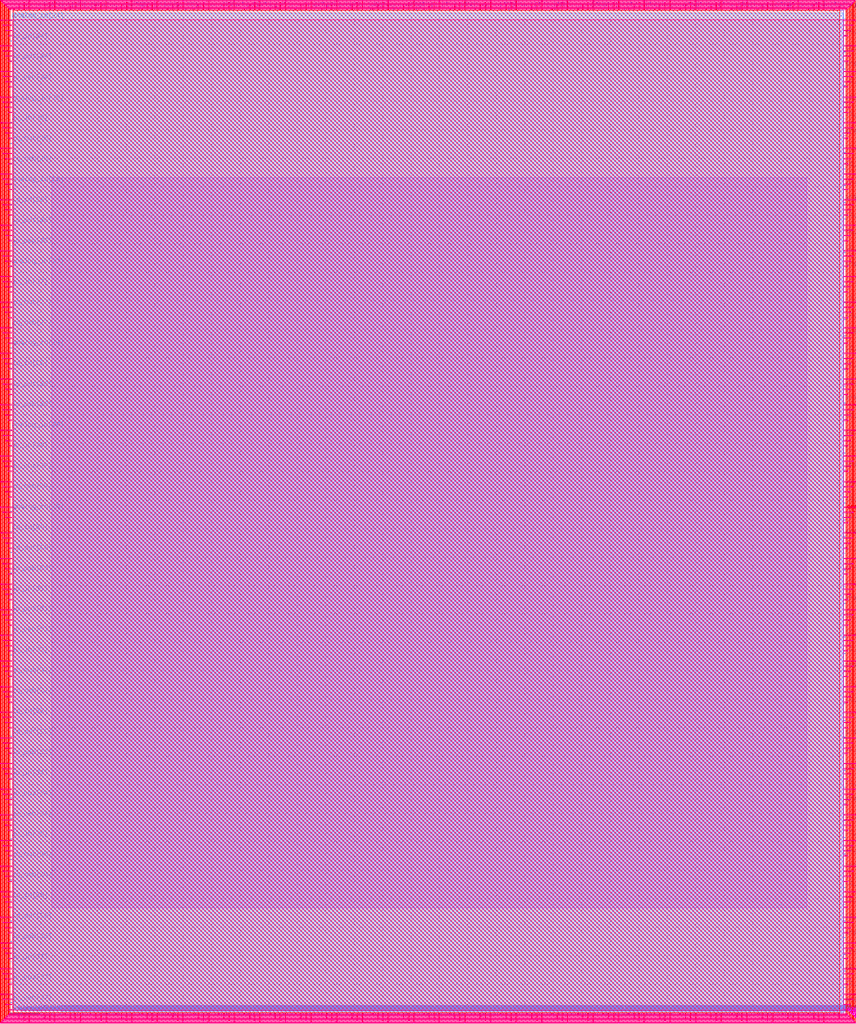
<source format=lef>
VERSION 5.7 ;
  NOWIREEXTENSIONATPIN ON ;
  DIVIDERCHAR "/" ;
  BUSBITCHARS "[]" ;
MACRO user_project_wrapper
  CLASS BLOCK ;
  FOREIGN user_project_wrapper ;
  ORIGIN 0.000 0.000 ;
  SIZE 2920.000 BY 3520.000 ;
  PIN analog_io[0]
    DIRECTION INOUT ;
    USE SIGNAL ;
    PORT
      LAYER met3 ;
        RECT 2919.700 28.980 2924.800 30.180 ;
    END
  END analog_io[0]
  PIN analog_io[10]
    DIRECTION INOUT ;
    USE SIGNAL ;
    PORT
      LAYER met3 ;
        RECT 2919.700 2374.980 2924.800 2376.180 ;
    END
  END analog_io[10]
  PIN analog_io[11]
    DIRECTION INOUT ;
    USE SIGNAL ;
    PORT
      LAYER met3 ;
        RECT 2919.700 2609.580 2924.800 2610.780 ;
    END
  END analog_io[11]
  PIN analog_io[12]
    DIRECTION INOUT ;
    USE SIGNAL ;
    PORT
      LAYER met3 ;
        RECT 2919.700 2844.180 2924.800 2845.380 ;
    END
  END analog_io[12]
  PIN analog_io[13]
    DIRECTION INOUT ;
    USE SIGNAL ;
    PORT
      LAYER met3 ;
        RECT 2919.700 3078.780 2924.800 3079.980 ;
    END
  END analog_io[13]
  PIN analog_io[14]
    DIRECTION INOUT ;
    USE SIGNAL ;
    PORT
      LAYER met3 ;
        RECT 2919.700 3313.380 2924.800 3314.580 ;
    END
  END analog_io[14]
  PIN analog_io[15]
    DIRECTION INOUT ;
    USE SIGNAL ;
    PORT
      LAYER met2 ;
        RECT 2879.090 3519.700 2879.650 3524.800 ;
    END
  END analog_io[15]
  PIN analog_io[16]
    DIRECTION INOUT ;
    USE SIGNAL ;
    PORT
      LAYER met2 ;
        RECT 2554.790 3519.700 2555.350 3524.800 ;
    END
  END analog_io[16]
  PIN analog_io[17]
    DIRECTION INOUT ;
    USE SIGNAL ;
    PORT
      LAYER met2 ;
        RECT 2230.490 3519.700 2231.050 3524.800 ;
    END
  END analog_io[17]
  PIN analog_io[18]
    DIRECTION INOUT ;
    USE SIGNAL ;
    PORT
      LAYER met2 ;
        RECT 1905.730 3519.700 1906.290 3524.800 ;
    END
  END analog_io[18]
  PIN analog_io[19]
    DIRECTION INOUT ;
    USE SIGNAL ;
    PORT
      LAYER met2 ;
        RECT 1581.430 3519.700 1581.990 3524.800 ;
    END
  END analog_io[19]
  PIN analog_io[1]
    DIRECTION INOUT ;
    USE SIGNAL ;
    PORT
      LAYER met3 ;
        RECT 2919.700 263.580 2924.800 264.780 ;
    END
  END analog_io[1]
  PIN analog_io[20]
    DIRECTION INOUT ;
    USE SIGNAL ;
    PORT
      LAYER met2 ;
        RECT 1257.130 3519.700 1257.690 3524.800 ;
    END
  END analog_io[20]
  PIN analog_io[21]
    DIRECTION INOUT ;
    USE SIGNAL ;
    PORT
      LAYER met2 ;
        RECT 932.370 3519.700 932.930 3524.800 ;
    END
  END analog_io[21]
  PIN analog_io[22]
    DIRECTION INOUT ;
    USE SIGNAL ;
    PORT
      LAYER met2 ;
        RECT 608.070 3519.700 608.630 3524.800 ;
    END
  END analog_io[22]
  PIN analog_io[23]
    DIRECTION INOUT ;
    USE SIGNAL ;
    PORT
      LAYER met2 ;
        RECT 283.770 3519.700 284.330 3524.800 ;
    END
  END analog_io[23]
  PIN analog_io[24]
    DIRECTION INOUT ;
    USE SIGNAL ;
    PORT
      LAYER met3 ;
        RECT -4.800 3482.700 0.300 3483.900 ;
    END
  END analog_io[24]
  PIN analog_io[25]
    DIRECTION INOUT ;
    USE SIGNAL ;
    PORT
      LAYER met3 ;
        RECT -4.800 3195.060 0.300 3196.260 ;
    END
  END analog_io[25]
  PIN analog_io[26]
    DIRECTION INOUT ;
    USE SIGNAL ;
    PORT
      LAYER met3 ;
        RECT -4.800 2908.100 0.300 2909.300 ;
    END
  END analog_io[26]
  PIN analog_io[27]
    DIRECTION INOUT ;
    USE SIGNAL ;
    PORT
      LAYER met3 ;
        RECT -4.800 2620.460 0.300 2621.660 ;
    END
  END analog_io[27]
  PIN analog_io[28]
    DIRECTION INOUT ;
    USE SIGNAL ;
    PORT
      LAYER met3 ;
        RECT -4.800 2333.500 0.300 2334.700 ;
    END
  END analog_io[28]
  PIN analog_io[29]
    DIRECTION INOUT ;
    USE SIGNAL ;
    PORT
      LAYER met3 ;
        RECT -4.800 2045.860 0.300 2047.060 ;
    END
  END analog_io[29]
  PIN analog_io[2]
    DIRECTION INOUT ;
    USE SIGNAL ;
    PORT
      LAYER met3 ;
        RECT 2919.700 498.180 2924.800 499.380 ;
    END
  END analog_io[2]
  PIN analog_io[30]
    DIRECTION INOUT ;
    USE SIGNAL ;
    PORT
      LAYER met3 ;
        RECT -4.800 1758.900 0.300 1760.100 ;
    END
  END analog_io[30]
  PIN analog_io[3]
    DIRECTION INOUT ;
    USE SIGNAL ;
    PORT
      LAYER met3 ;
        RECT 2919.700 732.780 2924.800 733.980 ;
    END
  END analog_io[3]
  PIN analog_io[4]
    DIRECTION INOUT ;
    USE SIGNAL ;
    PORT
      LAYER met3 ;
        RECT 2919.700 967.380 2924.800 968.580 ;
    END
  END analog_io[4]
  PIN analog_io[5]
    DIRECTION INOUT ;
    USE SIGNAL ;
    PORT
      LAYER met3 ;
        RECT 2919.700 1201.980 2924.800 1203.180 ;
    END
  END analog_io[5]
  PIN analog_io[6]
    DIRECTION INOUT ;
    USE SIGNAL ;
    PORT
      LAYER met3 ;
        RECT 2919.700 1436.580 2924.800 1437.780 ;
    END
  END analog_io[6]
  PIN analog_io[7]
    DIRECTION INOUT ;
    USE SIGNAL ;
    PORT
      LAYER met3 ;
        RECT 2919.700 1671.180 2924.800 1672.380 ;
    END
  END analog_io[7]
  PIN analog_io[8]
    DIRECTION INOUT ;
    USE SIGNAL ;
    PORT
      LAYER met3 ;
        RECT 2919.700 1905.780 2924.800 1906.980 ;
    END
  END analog_io[8]
  PIN analog_io[9]
    DIRECTION INOUT ;
    USE SIGNAL ;
    PORT
      LAYER met3 ;
        RECT 2919.700 2140.380 2924.800 2141.580 ;
    END
  END analog_io[9]
  PIN io_in[0]
    DIRECTION INPUT ;
    USE SIGNAL ;
    PORT
      LAYER met3 ;
        RECT 2919.700 87.460 2924.800 88.660 ;
    END
  END io_in[0]
  PIN io_in[10]
    DIRECTION INPUT ;
    USE SIGNAL ;
    PORT
      LAYER met3 ;
        RECT 2919.700 2433.460 2924.800 2434.660 ;
    END
  END io_in[10]
  PIN io_in[11]
    DIRECTION INPUT ;
    USE SIGNAL ;
    PORT
      LAYER met3 ;
        RECT 2919.700 2668.740 2924.800 2669.940 ;
    END
  END io_in[11]
  PIN io_in[12]
    DIRECTION INPUT ;
    USE SIGNAL ;
    PORT
      LAYER met3 ;
        RECT 2919.700 2903.340 2924.800 2904.540 ;
    END
  END io_in[12]
  PIN io_in[13]
    DIRECTION INPUT ;
    USE SIGNAL ;
    PORT
      LAYER met3 ;
        RECT 2919.700 3137.940 2924.800 3139.140 ;
    END
  END io_in[13]
  PIN io_in[14]
    DIRECTION INPUT ;
    USE SIGNAL ;
    PORT
      LAYER met3 ;
        RECT 2919.700 3372.540 2924.800 3373.740 ;
    END
  END io_in[14]
  PIN io_in[15]
    DIRECTION INPUT ;
    USE SIGNAL ;
    PORT
      LAYER met2 ;
        RECT 2798.130 3519.700 2798.690 3524.800 ;
    END
  END io_in[15]
  PIN io_in[16]
    DIRECTION INPUT ;
    USE SIGNAL ;
    PORT
      LAYER met2 ;
        RECT 2473.830 3519.700 2474.390 3524.800 ;
    END
  END io_in[16]
  PIN io_in[17]
    DIRECTION INPUT ;
    USE SIGNAL ;
    PORT
      LAYER met2 ;
        RECT 2149.070 3519.700 2149.630 3524.800 ;
    END
  END io_in[17]
  PIN io_in[18]
    DIRECTION INPUT ;
    USE SIGNAL ;
    PORT
      LAYER met2 ;
        RECT 1824.770 3519.700 1825.330 3524.800 ;
    END
  END io_in[18]
  PIN io_in[19]
    DIRECTION INPUT ;
    USE SIGNAL ;
    PORT
      LAYER met2 ;
        RECT 1500.470 3519.700 1501.030 3524.800 ;
    END
  END io_in[19]
  PIN io_in[1]
    DIRECTION INPUT ;
    USE SIGNAL ;
    PORT
      LAYER met3 ;
        RECT 2919.700 322.060 2924.800 323.260 ;
    END
  END io_in[1]
  PIN io_in[20]
    DIRECTION INPUT ;
    USE SIGNAL ;
    PORT
      LAYER met2 ;
        RECT 1175.710 3519.700 1176.270 3524.800 ;
    END
  END io_in[20]
  PIN io_in[21]
    DIRECTION INPUT ;
    USE SIGNAL ;
    PORT
      LAYER met2 ;
        RECT 851.410 3519.700 851.970 3524.800 ;
    END
  END io_in[21]
  PIN io_in[22]
    DIRECTION INPUT ;
    USE SIGNAL ;
    PORT
      LAYER met2 ;
        RECT 527.110 3519.700 527.670 3524.800 ;
    END
  END io_in[22]
  PIN io_in[23]
    DIRECTION INPUT ;
    USE SIGNAL ;
    PORT
      LAYER met2 ;
        RECT 202.350 3519.700 202.910 3524.800 ;
    END
  END io_in[23]
  PIN io_in[24]
    DIRECTION INPUT ;
    USE SIGNAL ;
    PORT
      LAYER met3 ;
        RECT -4.800 3410.620 0.300 3411.820 ;
    END
  END io_in[24]
  PIN io_in[25]
    DIRECTION INPUT ;
    USE SIGNAL ;
    PORT
      LAYER met3 ;
        RECT -4.800 3123.660 0.300 3124.860 ;
    END
  END io_in[25]
  PIN io_in[26]
    DIRECTION INPUT ;
    USE SIGNAL ;
    PORT
      LAYER met3 ;
        RECT -4.800 2836.020 0.300 2837.220 ;
    END
  END io_in[26]
  PIN io_in[27]
    DIRECTION INPUT ;
    USE SIGNAL ;
    PORT
      LAYER met3 ;
        RECT -4.800 2549.060 0.300 2550.260 ;
    END
  END io_in[27]
  PIN io_in[28]
    DIRECTION INPUT ;
    USE SIGNAL ;
    PORT
      LAYER met3 ;
        RECT -4.800 2261.420 0.300 2262.620 ;
    END
  END io_in[28]
  PIN io_in[29]
    DIRECTION INPUT ;
    USE SIGNAL ;
    PORT
      LAYER met3 ;
        RECT -4.800 1974.460 0.300 1975.660 ;
    END
  END io_in[29]
  PIN io_in[2]
    DIRECTION INPUT ;
    USE SIGNAL ;
    PORT
      LAYER met3 ;
        RECT 2919.700 556.660 2924.800 557.860 ;
    END
  END io_in[2]
  PIN io_in[30]
    DIRECTION INPUT ;
    USE SIGNAL ;
    PORT
      LAYER met3 ;
        RECT -4.800 1686.820 0.300 1688.020 ;
    END
  END io_in[30]
  PIN io_in[31]
    DIRECTION INPUT ;
    USE SIGNAL ;
    PORT
      LAYER met3 ;
        RECT -4.800 1471.260 0.300 1472.460 ;
    END
  END io_in[31]
  PIN io_in[32]
    DIRECTION INPUT ;
    USE SIGNAL ;
    PORT
      LAYER met3 ;
        RECT -4.800 1255.700 0.300 1256.900 ;
    END
  END io_in[32]
  PIN io_in[33]
    DIRECTION INPUT ;
    USE SIGNAL ;
    PORT
      LAYER met3 ;
        RECT -4.800 1040.140 0.300 1041.340 ;
    END
  END io_in[33]
  PIN io_in[34]
    DIRECTION INPUT ;
    USE SIGNAL ;
    PORT
      LAYER met3 ;
        RECT -4.800 824.580 0.300 825.780 ;
    END
  END io_in[34]
  PIN io_in[35]
    DIRECTION INPUT ;
    USE SIGNAL ;
    PORT
      LAYER met3 ;
        RECT -4.800 609.700 0.300 610.900 ;
    END
  END io_in[35]
  PIN io_in[36]
    DIRECTION INPUT ;
    USE SIGNAL ;
    PORT
      LAYER met3 ;
        RECT -4.800 394.140 0.300 395.340 ;
    END
  END io_in[36]
  PIN io_in[37]
    DIRECTION INPUT ;
    USE SIGNAL ;
    PORT
      LAYER met3 ;
        RECT -4.800 178.580 0.300 179.780 ;
    END
  END io_in[37]
  PIN io_in[3]
    DIRECTION INPUT ;
    USE SIGNAL ;
    PORT
      LAYER met3 ;
        RECT 2919.700 791.260 2924.800 792.460 ;
    END
  END io_in[3]
  PIN io_in[4]
    DIRECTION INPUT ;
    USE SIGNAL ;
    PORT
      LAYER met3 ;
        RECT 2919.700 1025.860 2924.800 1027.060 ;
    END
  END io_in[4]
  PIN io_in[5]
    DIRECTION INPUT ;
    USE SIGNAL ;
    PORT
      LAYER met3 ;
        RECT 2919.700 1260.460 2924.800 1261.660 ;
    END
  END io_in[5]
  PIN io_in[6]
    DIRECTION INPUT ;
    USE SIGNAL ;
    PORT
      LAYER met3 ;
        RECT 2919.700 1495.060 2924.800 1496.260 ;
    END
  END io_in[6]
  PIN io_in[7]
    DIRECTION INPUT ;
    USE SIGNAL ;
    PORT
      LAYER met3 ;
        RECT 2919.700 1729.660 2924.800 1730.860 ;
    END
  END io_in[7]
  PIN io_in[8]
    DIRECTION INPUT ;
    USE SIGNAL ;
    PORT
      LAYER met3 ;
        RECT 2919.700 1964.260 2924.800 1965.460 ;
    END
  END io_in[8]
  PIN io_in[9]
    DIRECTION INPUT ;
    USE SIGNAL ;
    PORT
      LAYER met3 ;
        RECT 2919.700 2198.860 2924.800 2200.060 ;
    END
  END io_in[9]
  PIN io_oeb[0]
    DIRECTION OUTPUT TRISTATE ;
    USE SIGNAL ;
    PORT
      LAYER met3 ;
        RECT 2919.700 204.420 2924.800 205.620 ;
    END
  END io_oeb[0]
  PIN io_oeb[10]
    DIRECTION OUTPUT TRISTATE ;
    USE SIGNAL ;
    PORT
      LAYER met3 ;
        RECT 2919.700 2551.100 2924.800 2552.300 ;
    END
  END io_oeb[10]
  PIN io_oeb[11]
    DIRECTION OUTPUT TRISTATE ;
    USE SIGNAL ;
    PORT
      LAYER met3 ;
        RECT 2919.700 2785.700 2924.800 2786.900 ;
    END
  END io_oeb[11]
  PIN io_oeb[12]
    DIRECTION OUTPUT TRISTATE ;
    USE SIGNAL ;
    PORT
      LAYER met3 ;
        RECT 2919.700 3020.300 2924.800 3021.500 ;
    END
  END io_oeb[12]
  PIN io_oeb[13]
    DIRECTION OUTPUT TRISTATE ;
    USE SIGNAL ;
    PORT
      LAYER met3 ;
        RECT 2919.700 3254.900 2924.800 3256.100 ;
    END
  END io_oeb[13]
  PIN io_oeb[14]
    DIRECTION OUTPUT TRISTATE ;
    USE SIGNAL ;
    PORT
      LAYER met3 ;
        RECT 2919.700 3489.500 2924.800 3490.700 ;
    END
  END io_oeb[14]
  PIN io_oeb[15]
    DIRECTION OUTPUT TRISTATE ;
    USE SIGNAL ;
    PORT
      LAYER met2 ;
        RECT 2635.750 3519.700 2636.310 3524.800 ;
    END
  END io_oeb[15]
  PIN io_oeb[16]
    DIRECTION OUTPUT TRISTATE ;
    USE SIGNAL ;
    PORT
      LAYER met2 ;
        RECT 2311.450 3519.700 2312.010 3524.800 ;
    END
  END io_oeb[16]
  PIN io_oeb[17]
    DIRECTION OUTPUT TRISTATE ;
    USE SIGNAL ;
    PORT
      LAYER met2 ;
        RECT 1987.150 3519.700 1987.710 3524.800 ;
    END
  END io_oeb[17]
  PIN io_oeb[18]
    DIRECTION OUTPUT TRISTATE ;
    USE SIGNAL ;
    PORT
      LAYER met2 ;
        RECT 1662.390 3519.700 1662.950 3524.800 ;
    END
  END io_oeb[18]
  PIN io_oeb[19]
    DIRECTION OUTPUT TRISTATE ;
    USE SIGNAL ;
    PORT
      LAYER met2 ;
        RECT 1338.090 3519.700 1338.650 3524.800 ;
    END
  END io_oeb[19]
  PIN io_oeb[1]
    DIRECTION OUTPUT TRISTATE ;
    USE SIGNAL ;
    PORT
      LAYER met3 ;
        RECT 2919.700 439.020 2924.800 440.220 ;
    END
  END io_oeb[1]
  PIN io_oeb[20]
    DIRECTION OUTPUT TRISTATE ;
    USE SIGNAL ;
    PORT
      LAYER met2 ;
        RECT 1013.790 3519.700 1014.350 3524.800 ;
    END
  END io_oeb[20]
  PIN io_oeb[21]
    DIRECTION OUTPUT TRISTATE ;
    USE SIGNAL ;
    PORT
      LAYER met2 ;
        RECT 689.030 3519.700 689.590 3524.800 ;
    END
  END io_oeb[21]
  PIN io_oeb[22]
    DIRECTION OUTPUT TRISTATE ;
    USE SIGNAL ;
    PORT
      LAYER met2 ;
        RECT 364.730 3519.700 365.290 3524.800 ;
    END
  END io_oeb[22]
  PIN io_oeb[23]
    DIRECTION OUTPUT TRISTATE ;
    USE SIGNAL ;
    PORT
      LAYER met2 ;
        RECT 40.430 3519.700 40.990 3524.800 ;
    END
  END io_oeb[23]
  PIN io_oeb[24]
    DIRECTION OUTPUT TRISTATE ;
    USE SIGNAL ;
    PORT
      LAYER met3 ;
        RECT -4.800 3267.140 0.300 3268.340 ;
    END
  END io_oeb[24]
  PIN io_oeb[25]
    DIRECTION OUTPUT TRISTATE ;
    USE SIGNAL ;
    PORT
      LAYER met3 ;
        RECT -4.800 2979.500 0.300 2980.700 ;
    END
  END io_oeb[25]
  PIN io_oeb[26]
    DIRECTION OUTPUT TRISTATE ;
    USE SIGNAL ;
    PORT
      LAYER met3 ;
        RECT -4.800 2692.540 0.300 2693.740 ;
    END
  END io_oeb[26]
  PIN io_oeb[27]
    DIRECTION OUTPUT TRISTATE ;
    USE SIGNAL ;
    PORT
      LAYER met3 ;
        RECT -4.800 2404.900 0.300 2406.100 ;
    END
  END io_oeb[27]
  PIN io_oeb[28]
    DIRECTION OUTPUT TRISTATE ;
    USE SIGNAL ;
    PORT
      LAYER met3 ;
        RECT -4.800 2117.940 0.300 2119.140 ;
    END
  END io_oeb[28]
  PIN io_oeb[29]
    DIRECTION OUTPUT TRISTATE ;
    USE SIGNAL ;
    PORT
      LAYER met3 ;
        RECT -4.800 1830.300 0.300 1831.500 ;
    END
  END io_oeb[29]
  PIN io_oeb[2]
    DIRECTION OUTPUT TRISTATE ;
    USE SIGNAL ;
    PORT
      LAYER met3 ;
        RECT 2919.700 673.620 2924.800 674.820 ;
    END
  END io_oeb[2]
  PIN io_oeb[30]
    DIRECTION OUTPUT TRISTATE ;
    USE SIGNAL ;
    PORT
      LAYER met3 ;
        RECT -4.800 1543.340 0.300 1544.540 ;
    END
  END io_oeb[30]
  PIN io_oeb[31]
    DIRECTION OUTPUT TRISTATE ;
    USE SIGNAL ;
    PORT
      LAYER met3 ;
        RECT -4.800 1327.780 0.300 1328.980 ;
    END
  END io_oeb[31]
  PIN io_oeb[32]
    DIRECTION OUTPUT TRISTATE ;
    USE SIGNAL ;
    PORT
      LAYER met3 ;
        RECT -4.800 1112.220 0.300 1113.420 ;
    END
  END io_oeb[32]
  PIN io_oeb[33]
    DIRECTION OUTPUT TRISTATE ;
    USE SIGNAL ;
    PORT
      LAYER met3 ;
        RECT -4.800 896.660 0.300 897.860 ;
    END
  END io_oeb[33]
  PIN io_oeb[34]
    DIRECTION OUTPUT TRISTATE ;
    USE SIGNAL ;
    PORT
      LAYER met3 ;
        RECT -4.800 681.100 0.300 682.300 ;
    END
  END io_oeb[34]
  PIN io_oeb[35]
    DIRECTION OUTPUT TRISTATE ;
    USE SIGNAL ;
    PORT
      LAYER met3 ;
        RECT -4.800 465.540 0.300 466.740 ;
    END
  END io_oeb[35]
  PIN io_oeb[36]
    DIRECTION OUTPUT TRISTATE ;
    USE SIGNAL ;
    PORT
      LAYER met3 ;
        RECT -4.800 249.980 0.300 251.180 ;
    END
  END io_oeb[36]
  PIN io_oeb[37]
    DIRECTION OUTPUT TRISTATE ;
    USE SIGNAL ;
    PORT
      LAYER met3 ;
        RECT -4.800 35.100 0.300 36.300 ;
    END
  END io_oeb[37]
  PIN io_oeb[3]
    DIRECTION OUTPUT TRISTATE ;
    USE SIGNAL ;
    PORT
      LAYER met3 ;
        RECT 2919.700 908.900 2924.800 910.100 ;
    END
  END io_oeb[3]
  PIN io_oeb[4]
    DIRECTION OUTPUT TRISTATE ;
    USE SIGNAL ;
    PORT
      LAYER met3 ;
        RECT 2919.700 1143.500 2924.800 1144.700 ;
    END
  END io_oeb[4]
  PIN io_oeb[5]
    DIRECTION OUTPUT TRISTATE ;
    USE SIGNAL ;
    PORT
      LAYER met3 ;
        RECT 2919.700 1378.100 2924.800 1379.300 ;
    END
  END io_oeb[5]
  PIN io_oeb[6]
    DIRECTION OUTPUT TRISTATE ;
    USE SIGNAL ;
    PORT
      LAYER met3 ;
        RECT 2919.700 1612.700 2924.800 1613.900 ;
    END
  END io_oeb[6]
  PIN io_oeb[7]
    DIRECTION OUTPUT TRISTATE ;
    USE SIGNAL ;
    PORT
      LAYER met3 ;
        RECT 2919.700 1847.300 2924.800 1848.500 ;
    END
  END io_oeb[7]
  PIN io_oeb[8]
    DIRECTION OUTPUT TRISTATE ;
    USE SIGNAL ;
    PORT
      LAYER met3 ;
        RECT 2919.700 2081.900 2924.800 2083.100 ;
    END
  END io_oeb[8]
  PIN io_oeb[9]
    DIRECTION OUTPUT TRISTATE ;
    USE SIGNAL ;
    PORT
      LAYER met3 ;
        RECT 2919.700 2316.500 2924.800 2317.700 ;
    END
  END io_oeb[9]
  PIN io_out[0]
    DIRECTION OUTPUT TRISTATE ;
    USE SIGNAL ;
    PORT
      LAYER met3 ;
        RECT 2919.700 145.940 2924.800 147.140 ;
    END
  END io_out[0]
  PIN io_out[10]
    DIRECTION OUTPUT TRISTATE ;
    USE SIGNAL ;
    PORT
      LAYER met3 ;
        RECT 2919.700 2492.620 2924.800 2493.820 ;
    END
  END io_out[10]
  PIN io_out[11]
    DIRECTION OUTPUT TRISTATE ;
    USE SIGNAL ;
    PORT
      LAYER met3 ;
        RECT 2919.700 2727.220 2924.800 2728.420 ;
    END
  END io_out[11]
  PIN io_out[12]
    DIRECTION OUTPUT TRISTATE ;
    USE SIGNAL ;
    PORT
      LAYER met3 ;
        RECT 2919.700 2961.820 2924.800 2963.020 ;
    END
  END io_out[12]
  PIN io_out[13]
    DIRECTION OUTPUT TRISTATE ;
    USE SIGNAL ;
    PORT
      LAYER met3 ;
        RECT 2919.700 3196.420 2924.800 3197.620 ;
    END
  END io_out[13]
  PIN io_out[14]
    DIRECTION OUTPUT TRISTATE ;
    USE SIGNAL ;
    PORT
      LAYER met3 ;
        RECT 2919.700 3431.020 2924.800 3432.220 ;
    END
  END io_out[14]
  PIN io_out[15]
    DIRECTION OUTPUT TRISTATE ;
    USE SIGNAL ;
    PORT
      LAYER met2 ;
        RECT 2717.170 3519.700 2717.730 3524.800 ;
    END
  END io_out[15]
  PIN io_out[16]
    DIRECTION OUTPUT TRISTATE ;
    USE SIGNAL ;
    PORT
      LAYER met2 ;
        RECT 2392.410 3519.700 2392.970 3524.800 ;
    END
  END io_out[16]
  PIN io_out[17]
    DIRECTION OUTPUT TRISTATE ;
    USE SIGNAL ;
    PORT
      LAYER met2 ;
        RECT 2068.110 3519.700 2068.670 3524.800 ;
    END
  END io_out[17]
  PIN io_out[18]
    DIRECTION OUTPUT TRISTATE ;
    USE SIGNAL ;
    PORT
      LAYER met2 ;
        RECT 1743.810 3519.700 1744.370 3524.800 ;
    END
  END io_out[18]
  PIN io_out[19]
    DIRECTION OUTPUT TRISTATE ;
    USE SIGNAL ;
    PORT
      LAYER met2 ;
        RECT 1419.050 3519.700 1419.610 3524.800 ;
    END
  END io_out[19]
  PIN io_out[1]
    DIRECTION OUTPUT TRISTATE ;
    USE SIGNAL ;
    PORT
      LAYER met3 ;
        RECT 2919.700 380.540 2924.800 381.740 ;
    END
  END io_out[1]
  PIN io_out[20]
    DIRECTION OUTPUT TRISTATE ;
    USE SIGNAL ;
    PORT
      LAYER met2 ;
        RECT 1094.750 3519.700 1095.310 3524.800 ;
    END
  END io_out[20]
  PIN io_out[21]
    DIRECTION OUTPUT TRISTATE ;
    USE SIGNAL ;
    PORT
      LAYER met2 ;
        RECT 770.450 3519.700 771.010 3524.800 ;
    END
  END io_out[21]
  PIN io_out[22]
    DIRECTION OUTPUT TRISTATE ;
    USE SIGNAL ;
    PORT
      LAYER met2 ;
        RECT 445.690 3519.700 446.250 3524.800 ;
    END
  END io_out[22]
  PIN io_out[23]
    DIRECTION OUTPUT TRISTATE ;
    USE SIGNAL ;
    PORT
      LAYER met2 ;
        RECT 121.390 3519.700 121.950 3524.800 ;
    END
  END io_out[23]
  PIN io_out[24]
    DIRECTION OUTPUT TRISTATE ;
    USE SIGNAL ;
    PORT
      LAYER met3 ;
        RECT -4.800 3339.220 0.300 3340.420 ;
    END
  END io_out[24]
  PIN io_out[25]
    DIRECTION OUTPUT TRISTATE ;
    USE SIGNAL ;
    PORT
      LAYER met3 ;
        RECT -4.800 3051.580 0.300 3052.780 ;
    END
  END io_out[25]
  PIN io_out[26]
    DIRECTION OUTPUT TRISTATE ;
    USE SIGNAL ;
    PORT
      LAYER met3 ;
        RECT -4.800 2764.620 0.300 2765.820 ;
    END
  END io_out[26]
  PIN io_out[27]
    DIRECTION OUTPUT TRISTATE ;
    USE SIGNAL ;
    PORT
      LAYER met3 ;
        RECT -4.800 2476.980 0.300 2478.180 ;
    END
  END io_out[27]
  PIN io_out[28]
    DIRECTION OUTPUT TRISTATE ;
    USE SIGNAL ;
    PORT
      LAYER met3 ;
        RECT -4.800 2189.340 0.300 2190.540 ;
    END
  END io_out[28]
  PIN io_out[29]
    DIRECTION OUTPUT TRISTATE ;
    USE SIGNAL ;
    PORT
      LAYER met3 ;
        RECT -4.800 1902.380 0.300 1903.580 ;
    END
  END io_out[29]
  PIN io_out[2]
    DIRECTION OUTPUT TRISTATE ;
    USE SIGNAL ;
    PORT
      LAYER met3 ;
        RECT 2919.700 615.140 2924.800 616.340 ;
    END
  END io_out[2]
  PIN io_out[30]
    DIRECTION OUTPUT TRISTATE ;
    USE SIGNAL ;
    PORT
      LAYER met3 ;
        RECT -4.800 1614.740 0.300 1615.940 ;
    END
  END io_out[30]
  PIN io_out[31]
    DIRECTION OUTPUT TRISTATE ;
    USE SIGNAL ;
    PORT
      LAYER met3 ;
        RECT -4.800 1399.860 0.300 1401.060 ;
    END
  END io_out[31]
  PIN io_out[32]
    DIRECTION OUTPUT TRISTATE ;
    USE SIGNAL ;
    PORT
      LAYER met3 ;
        RECT -4.800 1184.300 0.300 1185.500 ;
    END
  END io_out[32]
  PIN io_out[33]
    DIRECTION OUTPUT TRISTATE ;
    USE SIGNAL ;
    PORT
      LAYER met3 ;
        RECT -4.800 968.740 0.300 969.940 ;
    END
  END io_out[33]
  PIN io_out[34]
    DIRECTION OUTPUT TRISTATE ;
    USE SIGNAL ;
    PORT
      LAYER met3 ;
        RECT -4.800 753.180 0.300 754.380 ;
    END
  END io_out[34]
  PIN io_out[35]
    DIRECTION OUTPUT TRISTATE ;
    USE SIGNAL ;
    PORT
      LAYER met3 ;
        RECT -4.800 537.620 0.300 538.820 ;
    END
  END io_out[35]
  PIN io_out[36]
    DIRECTION OUTPUT TRISTATE ;
    USE SIGNAL ;
    PORT
      LAYER met3 ;
        RECT -4.800 322.060 0.300 323.260 ;
    END
  END io_out[36]
  PIN io_out[37]
    DIRECTION OUTPUT TRISTATE ;
    USE SIGNAL ;
    PORT
      LAYER met3 ;
        RECT -4.800 106.500 0.300 107.700 ;
    END
  END io_out[37]
  PIN io_out[3]
    DIRECTION OUTPUT TRISTATE ;
    USE SIGNAL ;
    PORT
      LAYER met3 ;
        RECT 2919.700 849.740 2924.800 850.940 ;
    END
  END io_out[3]
  PIN io_out[4]
    DIRECTION OUTPUT TRISTATE ;
    USE SIGNAL ;
    PORT
      LAYER met3 ;
        RECT 2919.700 1084.340 2924.800 1085.540 ;
    END
  END io_out[4]
  PIN io_out[5]
    DIRECTION OUTPUT TRISTATE ;
    USE SIGNAL ;
    PORT
      LAYER met3 ;
        RECT 2919.700 1318.940 2924.800 1320.140 ;
    END
  END io_out[5]
  PIN io_out[6]
    DIRECTION OUTPUT TRISTATE ;
    USE SIGNAL ;
    PORT
      LAYER met3 ;
        RECT 2919.700 1553.540 2924.800 1554.740 ;
    END
  END io_out[6]
  PIN io_out[7]
    DIRECTION OUTPUT TRISTATE ;
    USE SIGNAL ;
    PORT
      LAYER met3 ;
        RECT 2919.700 1788.820 2924.800 1790.020 ;
    END
  END io_out[7]
  PIN io_out[8]
    DIRECTION OUTPUT TRISTATE ;
    USE SIGNAL ;
    PORT
      LAYER met3 ;
        RECT 2919.700 2023.420 2924.800 2024.620 ;
    END
  END io_out[8]
  PIN io_out[9]
    DIRECTION OUTPUT TRISTATE ;
    USE SIGNAL ;
    PORT
      LAYER met3 ;
        RECT 2919.700 2258.020 2924.800 2259.220 ;
    END
  END io_out[9]
  PIN la_data_in[0]
    DIRECTION INPUT ;
    USE SIGNAL ;
    PORT
      LAYER met2 ;
        RECT 632.910 -4.800 633.470 0.300 ;
    END
  END la_data_in[0]
  PIN la_data_in[100]
    DIRECTION INPUT ;
    USE SIGNAL ;
    PORT
      LAYER met2 ;
        RECT 2417.250 -4.800 2417.810 0.300 ;
    END
  END la_data_in[100]
  PIN la_data_in[101]
    DIRECTION INPUT ;
    USE SIGNAL ;
    PORT
      LAYER met2 ;
        RECT 2434.730 -4.800 2435.290 0.300 ;
    END
  END la_data_in[101]
  PIN la_data_in[102]
    DIRECTION INPUT ;
    USE SIGNAL ;
    PORT
      LAYER met2 ;
        RECT 2452.670 -4.800 2453.230 0.300 ;
    END
  END la_data_in[102]
  PIN la_data_in[103]
    DIRECTION INPUT ;
    USE SIGNAL ;
    PORT
      LAYER met2 ;
        RECT 2470.610 -4.800 2471.170 0.300 ;
    END
  END la_data_in[103]
  PIN la_data_in[104]
    DIRECTION INPUT ;
    USE SIGNAL ;
    PORT
      LAYER met2 ;
        RECT 2488.550 -4.800 2489.110 0.300 ;
    END
  END la_data_in[104]
  PIN la_data_in[105]
    DIRECTION INPUT ;
    USE SIGNAL ;
    PORT
      LAYER met2 ;
        RECT 2506.030 -4.800 2506.590 0.300 ;
    END
  END la_data_in[105]
  PIN la_data_in[106]
    DIRECTION INPUT ;
    USE SIGNAL ;
    PORT
      LAYER met2 ;
        RECT 2523.970 -4.800 2524.530 0.300 ;
    END
  END la_data_in[106]
  PIN la_data_in[107]
    DIRECTION INPUT ;
    USE SIGNAL ;
    PORT
      LAYER met2 ;
        RECT 2541.910 -4.800 2542.470 0.300 ;
    END
  END la_data_in[107]
  PIN la_data_in[108]
    DIRECTION INPUT ;
    USE SIGNAL ;
    PORT
      LAYER met2 ;
        RECT 2559.850 -4.800 2560.410 0.300 ;
    END
  END la_data_in[108]
  PIN la_data_in[109]
    DIRECTION INPUT ;
    USE SIGNAL ;
    PORT
      LAYER met2 ;
        RECT 2577.790 -4.800 2578.350 0.300 ;
    END
  END la_data_in[109]
  PIN la_data_in[10]
    DIRECTION INPUT ;
    USE SIGNAL ;
    PORT
      LAYER met2 ;
        RECT 811.390 -4.800 811.950 0.300 ;
    END
  END la_data_in[10]
  PIN la_data_in[110]
    DIRECTION INPUT ;
    USE SIGNAL ;
    PORT
      LAYER met2 ;
        RECT 2595.270 -4.800 2595.830 0.300 ;
    END
  END la_data_in[110]
  PIN la_data_in[111]
    DIRECTION INPUT ;
    USE SIGNAL ;
    PORT
      LAYER met2 ;
        RECT 2613.210 -4.800 2613.770 0.300 ;
    END
  END la_data_in[111]
  PIN la_data_in[112]
    DIRECTION INPUT ;
    USE SIGNAL ;
    PORT
      LAYER met2 ;
        RECT 2631.150 -4.800 2631.710 0.300 ;
    END
  END la_data_in[112]
  PIN la_data_in[113]
    DIRECTION INPUT ;
    USE SIGNAL ;
    PORT
      LAYER met2 ;
        RECT 2649.090 -4.800 2649.650 0.300 ;
    END
  END la_data_in[113]
  PIN la_data_in[114]
    DIRECTION INPUT ;
    USE SIGNAL ;
    PORT
      LAYER met2 ;
        RECT 2667.030 -4.800 2667.590 0.300 ;
    END
  END la_data_in[114]
  PIN la_data_in[115]
    DIRECTION INPUT ;
    USE SIGNAL ;
    PORT
      LAYER met2 ;
        RECT 2684.510 -4.800 2685.070 0.300 ;
    END
  END la_data_in[115]
  PIN la_data_in[116]
    DIRECTION INPUT ;
    USE SIGNAL ;
    PORT
      LAYER met2 ;
        RECT 2702.450 -4.800 2703.010 0.300 ;
    END
  END la_data_in[116]
  PIN la_data_in[117]
    DIRECTION INPUT ;
    USE SIGNAL ;
    PORT
      LAYER met2 ;
        RECT 2720.390 -4.800 2720.950 0.300 ;
    END
  END la_data_in[117]
  PIN la_data_in[118]
    DIRECTION INPUT ;
    USE SIGNAL ;
    PORT
      LAYER met2 ;
        RECT 2738.330 -4.800 2738.890 0.300 ;
    END
  END la_data_in[118]
  PIN la_data_in[119]
    DIRECTION INPUT ;
    USE SIGNAL ;
    PORT
      LAYER met2 ;
        RECT 2755.810 -4.800 2756.370 0.300 ;
    END
  END la_data_in[119]
  PIN la_data_in[11]
    DIRECTION INPUT ;
    USE SIGNAL ;
    PORT
      LAYER met2 ;
        RECT 829.330 -4.800 829.890 0.300 ;
    END
  END la_data_in[11]
  PIN la_data_in[120]
    DIRECTION INPUT ;
    USE SIGNAL ;
    PORT
      LAYER met2 ;
        RECT 2773.750 -4.800 2774.310 0.300 ;
    END
  END la_data_in[120]
  PIN la_data_in[121]
    DIRECTION INPUT ;
    USE SIGNAL ;
    PORT
      LAYER met2 ;
        RECT 2791.690 -4.800 2792.250 0.300 ;
    END
  END la_data_in[121]
  PIN la_data_in[122]
    DIRECTION INPUT ;
    USE SIGNAL ;
    PORT
      LAYER met2 ;
        RECT 2809.630 -4.800 2810.190 0.300 ;
    END
  END la_data_in[122]
  PIN la_data_in[123]
    DIRECTION INPUT ;
    USE SIGNAL ;
    PORT
      LAYER met2 ;
        RECT 2827.570 -4.800 2828.130 0.300 ;
    END
  END la_data_in[123]
  PIN la_data_in[124]
    DIRECTION INPUT ;
    USE SIGNAL ;
    PORT
      LAYER met2 ;
        RECT 2845.050 -4.800 2845.610 0.300 ;
    END
  END la_data_in[124]
  PIN la_data_in[125]
    DIRECTION INPUT ;
    USE SIGNAL ;
    PORT
      LAYER met2 ;
        RECT 2862.990 -4.800 2863.550 0.300 ;
    END
  END la_data_in[125]
  PIN la_data_in[126]
    DIRECTION INPUT ;
    USE SIGNAL ;
    PORT
      LAYER met2 ;
        RECT 2880.930 -4.800 2881.490 0.300 ;
    END
  END la_data_in[126]
  PIN la_data_in[127]
    DIRECTION INPUT ;
    USE SIGNAL ;
    PORT
      LAYER met2 ;
        RECT 2898.870 -4.800 2899.430 0.300 ;
    END
  END la_data_in[127]
  PIN la_data_in[12]
    DIRECTION INPUT ;
    USE SIGNAL ;
    PORT
      LAYER met2 ;
        RECT 846.810 -4.800 847.370 0.300 ;
    END
  END la_data_in[12]
  PIN la_data_in[13]
    DIRECTION INPUT ;
    USE SIGNAL ;
    PORT
      LAYER met2 ;
        RECT 864.750 -4.800 865.310 0.300 ;
    END
  END la_data_in[13]
  PIN la_data_in[14]
    DIRECTION INPUT ;
    USE SIGNAL ;
    PORT
      LAYER met2 ;
        RECT 882.690 -4.800 883.250 0.300 ;
    END
  END la_data_in[14]
  PIN la_data_in[15]
    DIRECTION INPUT ;
    USE SIGNAL ;
    PORT
      LAYER met2 ;
        RECT 900.630 -4.800 901.190 0.300 ;
    END
  END la_data_in[15]
  PIN la_data_in[16]
    DIRECTION INPUT ;
    USE SIGNAL ;
    PORT
      LAYER met2 ;
        RECT 918.570 -4.800 919.130 0.300 ;
    END
  END la_data_in[16]
  PIN la_data_in[17]
    DIRECTION INPUT ;
    USE SIGNAL ;
    PORT
      LAYER met2 ;
        RECT 936.050 -4.800 936.610 0.300 ;
    END
  END la_data_in[17]
  PIN la_data_in[18]
    DIRECTION INPUT ;
    USE SIGNAL ;
    PORT
      LAYER met2 ;
        RECT 953.990 -4.800 954.550 0.300 ;
    END
  END la_data_in[18]
  PIN la_data_in[19]
    DIRECTION INPUT ;
    USE SIGNAL ;
    PORT
      LAYER met2 ;
        RECT 971.930 -4.800 972.490 0.300 ;
    END
  END la_data_in[19]
  PIN la_data_in[1]
    DIRECTION INPUT ;
    USE SIGNAL ;
    PORT
      LAYER met2 ;
        RECT 650.850 -4.800 651.410 0.300 ;
    END
  END la_data_in[1]
  PIN la_data_in[20]
    DIRECTION INPUT ;
    USE SIGNAL ;
    PORT
      LAYER met2 ;
        RECT 989.870 -4.800 990.430 0.300 ;
    END
  END la_data_in[20]
  PIN la_data_in[21]
    DIRECTION INPUT ;
    USE SIGNAL ;
    PORT
      LAYER met2 ;
        RECT 1007.350 -4.800 1007.910 0.300 ;
    END
  END la_data_in[21]
  PIN la_data_in[22]
    DIRECTION INPUT ;
    USE SIGNAL ;
    PORT
      LAYER met2 ;
        RECT 1025.290 -4.800 1025.850 0.300 ;
    END
  END la_data_in[22]
  PIN la_data_in[23]
    DIRECTION INPUT ;
    USE SIGNAL ;
    PORT
      LAYER met2 ;
        RECT 1043.230 -4.800 1043.790 0.300 ;
    END
  END la_data_in[23]
  PIN la_data_in[24]
    DIRECTION INPUT ;
    USE SIGNAL ;
    PORT
      LAYER met2 ;
        RECT 1061.170 -4.800 1061.730 0.300 ;
    END
  END la_data_in[24]
  PIN la_data_in[25]
    DIRECTION INPUT ;
    USE SIGNAL ;
    PORT
      LAYER met2 ;
        RECT 1079.110 -4.800 1079.670 0.300 ;
    END
  END la_data_in[25]
  PIN la_data_in[26]
    DIRECTION INPUT ;
    USE SIGNAL ;
    PORT
      LAYER met2 ;
        RECT 1096.590 -4.800 1097.150 0.300 ;
    END
  END la_data_in[26]
  PIN la_data_in[27]
    DIRECTION INPUT ;
    USE SIGNAL ;
    PORT
      LAYER met2 ;
        RECT 1114.530 -4.800 1115.090 0.300 ;
    END
  END la_data_in[27]
  PIN la_data_in[28]
    DIRECTION INPUT ;
    USE SIGNAL ;
    PORT
      LAYER met2 ;
        RECT 1132.470 -4.800 1133.030 0.300 ;
    END
  END la_data_in[28]
  PIN la_data_in[29]
    DIRECTION INPUT ;
    USE SIGNAL ;
    PORT
      LAYER met2 ;
        RECT 1150.410 -4.800 1150.970 0.300 ;
    END
  END la_data_in[29]
  PIN la_data_in[2]
    DIRECTION INPUT ;
    USE SIGNAL ;
    PORT
      LAYER met2 ;
        RECT 668.790 -4.800 669.350 0.300 ;
    END
  END la_data_in[2]
  PIN la_data_in[30]
    DIRECTION INPUT ;
    USE SIGNAL ;
    PORT
      LAYER met2 ;
        RECT 1168.350 -4.800 1168.910 0.300 ;
    END
  END la_data_in[30]
  PIN la_data_in[31]
    DIRECTION INPUT ;
    USE SIGNAL ;
    PORT
      LAYER met2 ;
        RECT 1185.830 -4.800 1186.390 0.300 ;
    END
  END la_data_in[31]
  PIN la_data_in[32]
    DIRECTION INPUT ;
    USE SIGNAL ;
    PORT
      LAYER met2 ;
        RECT 1203.770 -4.800 1204.330 0.300 ;
    END
  END la_data_in[32]
  PIN la_data_in[33]
    DIRECTION INPUT ;
    USE SIGNAL ;
    PORT
      LAYER met2 ;
        RECT 1221.710 -4.800 1222.270 0.300 ;
    END
  END la_data_in[33]
  PIN la_data_in[34]
    DIRECTION INPUT ;
    USE SIGNAL ;
    PORT
      LAYER met2 ;
        RECT 1239.650 -4.800 1240.210 0.300 ;
    END
  END la_data_in[34]
  PIN la_data_in[35]
    DIRECTION INPUT ;
    USE SIGNAL ;
    PORT
      LAYER met2 ;
        RECT 1257.130 -4.800 1257.690 0.300 ;
    END
  END la_data_in[35]
  PIN la_data_in[36]
    DIRECTION INPUT ;
    USE SIGNAL ;
    PORT
      LAYER met2 ;
        RECT 1275.070 -4.800 1275.630 0.300 ;
    END
  END la_data_in[36]
  PIN la_data_in[37]
    DIRECTION INPUT ;
    USE SIGNAL ;
    PORT
      LAYER met2 ;
        RECT 1293.010 -4.800 1293.570 0.300 ;
    END
  END la_data_in[37]
  PIN la_data_in[38]
    DIRECTION INPUT ;
    USE SIGNAL ;
    PORT
      LAYER met2 ;
        RECT 1310.950 -4.800 1311.510 0.300 ;
    END
  END la_data_in[38]
  PIN la_data_in[39]
    DIRECTION INPUT ;
    USE SIGNAL ;
    PORT
      LAYER met2 ;
        RECT 1328.890 -4.800 1329.450 0.300 ;
    END
  END la_data_in[39]
  PIN la_data_in[3]
    DIRECTION INPUT ;
    USE SIGNAL ;
    PORT
      LAYER met2 ;
        RECT 686.270 -4.800 686.830 0.300 ;
    END
  END la_data_in[3]
  PIN la_data_in[40]
    DIRECTION INPUT ;
    USE SIGNAL ;
    PORT
      LAYER met2 ;
        RECT 1346.370 -4.800 1346.930 0.300 ;
    END
  END la_data_in[40]
  PIN la_data_in[41]
    DIRECTION INPUT ;
    USE SIGNAL ;
    PORT
      LAYER met2 ;
        RECT 1364.310 -4.800 1364.870 0.300 ;
    END
  END la_data_in[41]
  PIN la_data_in[42]
    DIRECTION INPUT ;
    USE SIGNAL ;
    PORT
      LAYER met2 ;
        RECT 1382.250 -4.800 1382.810 0.300 ;
    END
  END la_data_in[42]
  PIN la_data_in[43]
    DIRECTION INPUT ;
    USE SIGNAL ;
    PORT
      LAYER met2 ;
        RECT 1400.190 -4.800 1400.750 0.300 ;
    END
  END la_data_in[43]
  PIN la_data_in[44]
    DIRECTION INPUT ;
    USE SIGNAL ;
    PORT
      LAYER met2 ;
        RECT 1418.130 -4.800 1418.690 0.300 ;
    END
  END la_data_in[44]
  PIN la_data_in[45]
    DIRECTION INPUT ;
    USE SIGNAL ;
    PORT
      LAYER met2 ;
        RECT 1435.610 -4.800 1436.170 0.300 ;
    END
  END la_data_in[45]
  PIN la_data_in[46]
    DIRECTION INPUT ;
    USE SIGNAL ;
    PORT
      LAYER met2 ;
        RECT 1453.550 -4.800 1454.110 0.300 ;
    END
  END la_data_in[46]
  PIN la_data_in[47]
    DIRECTION INPUT ;
    USE SIGNAL ;
    PORT
      LAYER met2 ;
        RECT 1471.490 -4.800 1472.050 0.300 ;
    END
  END la_data_in[47]
  PIN la_data_in[48]
    DIRECTION INPUT ;
    USE SIGNAL ;
    PORT
      LAYER met2 ;
        RECT 1489.430 -4.800 1489.990 0.300 ;
    END
  END la_data_in[48]
  PIN la_data_in[49]
    DIRECTION INPUT ;
    USE SIGNAL ;
    PORT
      LAYER met2 ;
        RECT 1506.910 -4.800 1507.470 0.300 ;
    END
  END la_data_in[49]
  PIN la_data_in[4]
    DIRECTION INPUT ;
    USE SIGNAL ;
    PORT
      LAYER met2 ;
        RECT 704.210 -4.800 704.770 0.300 ;
    END
  END la_data_in[4]
  PIN la_data_in[50]
    DIRECTION INPUT ;
    USE SIGNAL ;
    PORT
      LAYER met2 ;
        RECT 1524.850 -4.800 1525.410 0.300 ;
    END
  END la_data_in[50]
  PIN la_data_in[51]
    DIRECTION INPUT ;
    USE SIGNAL ;
    PORT
      LAYER met2 ;
        RECT 1542.790 -4.800 1543.350 0.300 ;
    END
  END la_data_in[51]
  PIN la_data_in[52]
    DIRECTION INPUT ;
    USE SIGNAL ;
    PORT
      LAYER met2 ;
        RECT 1560.730 -4.800 1561.290 0.300 ;
    END
  END la_data_in[52]
  PIN la_data_in[53]
    DIRECTION INPUT ;
    USE SIGNAL ;
    PORT
      LAYER met2 ;
        RECT 1578.670 -4.800 1579.230 0.300 ;
    END
  END la_data_in[53]
  PIN la_data_in[54]
    DIRECTION INPUT ;
    USE SIGNAL ;
    PORT
      LAYER met2 ;
        RECT 1596.150 -4.800 1596.710 0.300 ;
    END
  END la_data_in[54]
  PIN la_data_in[55]
    DIRECTION INPUT ;
    USE SIGNAL ;
    PORT
      LAYER met2 ;
        RECT 1614.090 -4.800 1614.650 0.300 ;
    END
  END la_data_in[55]
  PIN la_data_in[56]
    DIRECTION INPUT ;
    USE SIGNAL ;
    PORT
      LAYER met2 ;
        RECT 1632.030 -4.800 1632.590 0.300 ;
    END
  END la_data_in[56]
  PIN la_data_in[57]
    DIRECTION INPUT ;
    USE SIGNAL ;
    PORT
      LAYER met2 ;
        RECT 1649.970 -4.800 1650.530 0.300 ;
    END
  END la_data_in[57]
  PIN la_data_in[58]
    DIRECTION INPUT ;
    USE SIGNAL ;
    PORT
      LAYER met2 ;
        RECT 1667.910 -4.800 1668.470 0.300 ;
    END
  END la_data_in[58]
  PIN la_data_in[59]
    DIRECTION INPUT ;
    USE SIGNAL ;
    PORT
      LAYER met2 ;
        RECT 1685.390 -4.800 1685.950 0.300 ;
    END
  END la_data_in[59]
  PIN la_data_in[5]
    DIRECTION INPUT ;
    USE SIGNAL ;
    PORT
      LAYER met2 ;
        RECT 722.150 -4.800 722.710 0.300 ;
    END
  END la_data_in[5]
  PIN la_data_in[60]
    DIRECTION INPUT ;
    USE SIGNAL ;
    PORT
      LAYER met2 ;
        RECT 1703.330 -4.800 1703.890 0.300 ;
    END
  END la_data_in[60]
  PIN la_data_in[61]
    DIRECTION INPUT ;
    USE SIGNAL ;
    PORT
      LAYER met2 ;
        RECT 1721.270 -4.800 1721.830 0.300 ;
    END
  END la_data_in[61]
  PIN la_data_in[62]
    DIRECTION INPUT ;
    USE SIGNAL ;
    PORT
      LAYER met2 ;
        RECT 1739.210 -4.800 1739.770 0.300 ;
    END
  END la_data_in[62]
  PIN la_data_in[63]
    DIRECTION INPUT ;
    USE SIGNAL ;
    PORT
      LAYER met2 ;
        RECT 1756.690 -4.800 1757.250 0.300 ;
    END
  END la_data_in[63]
  PIN la_data_in[64]
    DIRECTION INPUT ;
    USE SIGNAL ;
    PORT
      LAYER met2 ;
        RECT 1774.630 -4.800 1775.190 0.300 ;
    END
  END la_data_in[64]
  PIN la_data_in[65]
    DIRECTION INPUT ;
    USE SIGNAL ;
    PORT
      LAYER met2 ;
        RECT 1792.570 -4.800 1793.130 0.300 ;
    END
  END la_data_in[65]
  PIN la_data_in[66]
    DIRECTION INPUT ;
    USE SIGNAL ;
    PORT
      LAYER met2 ;
        RECT 1810.510 -4.800 1811.070 0.300 ;
    END
  END la_data_in[66]
  PIN la_data_in[67]
    DIRECTION INPUT ;
    USE SIGNAL ;
    PORT
      LAYER met2 ;
        RECT 1828.450 -4.800 1829.010 0.300 ;
    END
  END la_data_in[67]
  PIN la_data_in[68]
    DIRECTION INPUT ;
    USE SIGNAL ;
    PORT
      LAYER met2 ;
        RECT 1845.930 -4.800 1846.490 0.300 ;
    END
  END la_data_in[68]
  PIN la_data_in[69]
    DIRECTION INPUT ;
    USE SIGNAL ;
    PORT
      LAYER met2 ;
        RECT 1863.870 -4.800 1864.430 0.300 ;
    END
  END la_data_in[69]
  PIN la_data_in[6]
    DIRECTION INPUT ;
    USE SIGNAL ;
    PORT
      LAYER met2 ;
        RECT 740.090 -4.800 740.650 0.300 ;
    END
  END la_data_in[6]
  PIN la_data_in[70]
    DIRECTION INPUT ;
    USE SIGNAL ;
    PORT
      LAYER met2 ;
        RECT 1881.810 -4.800 1882.370 0.300 ;
    END
  END la_data_in[70]
  PIN la_data_in[71]
    DIRECTION INPUT ;
    USE SIGNAL ;
    PORT
      LAYER met2 ;
        RECT 1899.750 -4.800 1900.310 0.300 ;
    END
  END la_data_in[71]
  PIN la_data_in[72]
    DIRECTION INPUT ;
    USE SIGNAL ;
    PORT
      LAYER met2 ;
        RECT 1917.690 -4.800 1918.250 0.300 ;
    END
  END la_data_in[72]
  PIN la_data_in[73]
    DIRECTION INPUT ;
    USE SIGNAL ;
    PORT
      LAYER met2 ;
        RECT 1935.170 -4.800 1935.730 0.300 ;
    END
  END la_data_in[73]
  PIN la_data_in[74]
    DIRECTION INPUT ;
    USE SIGNAL ;
    PORT
      LAYER met2 ;
        RECT 1953.110 -4.800 1953.670 0.300 ;
    END
  END la_data_in[74]
  PIN la_data_in[75]
    DIRECTION INPUT ;
    USE SIGNAL ;
    PORT
      LAYER met2 ;
        RECT 1971.050 -4.800 1971.610 0.300 ;
    END
  END la_data_in[75]
  PIN la_data_in[76]
    DIRECTION INPUT ;
    USE SIGNAL ;
    PORT
      LAYER met2 ;
        RECT 1988.990 -4.800 1989.550 0.300 ;
    END
  END la_data_in[76]
  PIN la_data_in[77]
    DIRECTION INPUT ;
    USE SIGNAL ;
    PORT
      LAYER met2 ;
        RECT 2006.470 -4.800 2007.030 0.300 ;
    END
  END la_data_in[77]
  PIN la_data_in[78]
    DIRECTION INPUT ;
    USE SIGNAL ;
    PORT
      LAYER met2 ;
        RECT 2024.410 -4.800 2024.970 0.300 ;
    END
  END la_data_in[78]
  PIN la_data_in[79]
    DIRECTION INPUT ;
    USE SIGNAL ;
    PORT
      LAYER met2 ;
        RECT 2042.350 -4.800 2042.910 0.300 ;
    END
  END la_data_in[79]
  PIN la_data_in[7]
    DIRECTION INPUT ;
    USE SIGNAL ;
    PORT
      LAYER met2 ;
        RECT 757.570 -4.800 758.130 0.300 ;
    END
  END la_data_in[7]
  PIN la_data_in[80]
    DIRECTION INPUT ;
    USE SIGNAL ;
    PORT
      LAYER met2 ;
        RECT 2060.290 -4.800 2060.850 0.300 ;
    END
  END la_data_in[80]
  PIN la_data_in[81]
    DIRECTION INPUT ;
    USE SIGNAL ;
    PORT
      LAYER met2 ;
        RECT 2078.230 -4.800 2078.790 0.300 ;
    END
  END la_data_in[81]
  PIN la_data_in[82]
    DIRECTION INPUT ;
    USE SIGNAL ;
    PORT
      LAYER met2 ;
        RECT 2095.710 -4.800 2096.270 0.300 ;
    END
  END la_data_in[82]
  PIN la_data_in[83]
    DIRECTION INPUT ;
    USE SIGNAL ;
    PORT
      LAYER met2 ;
        RECT 2113.650 -4.800 2114.210 0.300 ;
    END
  END la_data_in[83]
  PIN la_data_in[84]
    DIRECTION INPUT ;
    USE SIGNAL ;
    PORT
      LAYER met2 ;
        RECT 2131.590 -4.800 2132.150 0.300 ;
    END
  END la_data_in[84]
  PIN la_data_in[85]
    DIRECTION INPUT ;
    USE SIGNAL ;
    PORT
      LAYER met2 ;
        RECT 2149.530 -4.800 2150.090 0.300 ;
    END
  END la_data_in[85]
  PIN la_data_in[86]
    DIRECTION INPUT ;
    USE SIGNAL ;
    PORT
      LAYER met2 ;
        RECT 2167.470 -4.800 2168.030 0.300 ;
    END
  END la_data_in[86]
  PIN la_data_in[87]
    DIRECTION INPUT ;
    USE SIGNAL ;
    PORT
      LAYER met2 ;
        RECT 2184.950 -4.800 2185.510 0.300 ;
    END
  END la_data_in[87]
  PIN la_data_in[88]
    DIRECTION INPUT ;
    USE SIGNAL ;
    PORT
      LAYER met2 ;
        RECT 2202.890 -4.800 2203.450 0.300 ;
    END
  END la_data_in[88]
  PIN la_data_in[89]
    DIRECTION INPUT ;
    USE SIGNAL ;
    PORT
      LAYER met2 ;
        RECT 2220.830 -4.800 2221.390 0.300 ;
    END
  END la_data_in[89]
  PIN la_data_in[8]
    DIRECTION INPUT ;
    USE SIGNAL ;
    PORT
      LAYER met2 ;
        RECT 775.510 -4.800 776.070 0.300 ;
    END
  END la_data_in[8]
  PIN la_data_in[90]
    DIRECTION INPUT ;
    USE SIGNAL ;
    PORT
      LAYER met2 ;
        RECT 2238.770 -4.800 2239.330 0.300 ;
    END
  END la_data_in[90]
  PIN la_data_in[91]
    DIRECTION INPUT ;
    USE SIGNAL ;
    PORT
      LAYER met2 ;
        RECT 2256.250 -4.800 2256.810 0.300 ;
    END
  END la_data_in[91]
  PIN la_data_in[92]
    DIRECTION INPUT ;
    USE SIGNAL ;
    PORT
      LAYER met2 ;
        RECT 2274.190 -4.800 2274.750 0.300 ;
    END
  END la_data_in[92]
  PIN la_data_in[93]
    DIRECTION INPUT ;
    USE SIGNAL ;
    PORT
      LAYER met2 ;
        RECT 2292.130 -4.800 2292.690 0.300 ;
    END
  END la_data_in[93]
  PIN la_data_in[94]
    DIRECTION INPUT ;
    USE SIGNAL ;
    PORT
      LAYER met2 ;
        RECT 2310.070 -4.800 2310.630 0.300 ;
    END
  END la_data_in[94]
  PIN la_data_in[95]
    DIRECTION INPUT ;
    USE SIGNAL ;
    PORT
      LAYER met2 ;
        RECT 2328.010 -4.800 2328.570 0.300 ;
    END
  END la_data_in[95]
  PIN la_data_in[96]
    DIRECTION INPUT ;
    USE SIGNAL ;
    PORT
      LAYER met2 ;
        RECT 2345.490 -4.800 2346.050 0.300 ;
    END
  END la_data_in[96]
  PIN la_data_in[97]
    DIRECTION INPUT ;
    USE SIGNAL ;
    PORT
      LAYER met2 ;
        RECT 2363.430 -4.800 2363.990 0.300 ;
    END
  END la_data_in[97]
  PIN la_data_in[98]
    DIRECTION INPUT ;
    USE SIGNAL ;
    PORT
      LAYER met2 ;
        RECT 2381.370 -4.800 2381.930 0.300 ;
    END
  END la_data_in[98]
  PIN la_data_in[99]
    DIRECTION INPUT ;
    USE SIGNAL ;
    PORT
      LAYER met2 ;
        RECT 2399.310 -4.800 2399.870 0.300 ;
    END
  END la_data_in[99]
  PIN la_data_in[9]
    DIRECTION INPUT ;
    USE SIGNAL ;
    PORT
      LAYER met2 ;
        RECT 793.450 -4.800 794.010 0.300 ;
    END
  END la_data_in[9]
  PIN la_data_out[0]
    DIRECTION OUTPUT TRISTATE ;
    USE SIGNAL ;
    PORT
      LAYER met2 ;
        RECT 638.890 -4.800 639.450 0.300 ;
    END
  END la_data_out[0]
  PIN la_data_out[100]
    DIRECTION OUTPUT TRISTATE ;
    USE SIGNAL ;
    PORT
      LAYER met2 ;
        RECT 2422.770 -4.800 2423.330 0.300 ;
    END
  END la_data_out[100]
  PIN la_data_out[101]
    DIRECTION OUTPUT TRISTATE ;
    USE SIGNAL ;
    PORT
      LAYER met2 ;
        RECT 2440.710 -4.800 2441.270 0.300 ;
    END
  END la_data_out[101]
  PIN la_data_out[102]
    DIRECTION OUTPUT TRISTATE ;
    USE SIGNAL ;
    PORT
      LAYER met2 ;
        RECT 2458.650 -4.800 2459.210 0.300 ;
    END
  END la_data_out[102]
  PIN la_data_out[103]
    DIRECTION OUTPUT TRISTATE ;
    USE SIGNAL ;
    PORT
      LAYER met2 ;
        RECT 2476.590 -4.800 2477.150 0.300 ;
    END
  END la_data_out[103]
  PIN la_data_out[104]
    DIRECTION OUTPUT TRISTATE ;
    USE SIGNAL ;
    PORT
      LAYER met2 ;
        RECT 2494.530 -4.800 2495.090 0.300 ;
    END
  END la_data_out[104]
  PIN la_data_out[105]
    DIRECTION OUTPUT TRISTATE ;
    USE SIGNAL ;
    PORT
      LAYER met2 ;
        RECT 2512.010 -4.800 2512.570 0.300 ;
    END
  END la_data_out[105]
  PIN la_data_out[106]
    DIRECTION OUTPUT TRISTATE ;
    USE SIGNAL ;
    PORT
      LAYER met2 ;
        RECT 2529.950 -4.800 2530.510 0.300 ;
    END
  END la_data_out[106]
  PIN la_data_out[107]
    DIRECTION OUTPUT TRISTATE ;
    USE SIGNAL ;
    PORT
      LAYER met2 ;
        RECT 2547.890 -4.800 2548.450 0.300 ;
    END
  END la_data_out[107]
  PIN la_data_out[108]
    DIRECTION OUTPUT TRISTATE ;
    USE SIGNAL ;
    PORT
      LAYER met2 ;
        RECT 2565.830 -4.800 2566.390 0.300 ;
    END
  END la_data_out[108]
  PIN la_data_out[109]
    DIRECTION OUTPUT TRISTATE ;
    USE SIGNAL ;
    PORT
      LAYER met2 ;
        RECT 2583.770 -4.800 2584.330 0.300 ;
    END
  END la_data_out[109]
  PIN la_data_out[10]
    DIRECTION OUTPUT TRISTATE ;
    USE SIGNAL ;
    PORT
      LAYER met2 ;
        RECT 817.370 -4.800 817.930 0.300 ;
    END
  END la_data_out[10]
  PIN la_data_out[110]
    DIRECTION OUTPUT TRISTATE ;
    USE SIGNAL ;
    PORT
      LAYER met2 ;
        RECT 2601.250 -4.800 2601.810 0.300 ;
    END
  END la_data_out[110]
  PIN la_data_out[111]
    DIRECTION OUTPUT TRISTATE ;
    USE SIGNAL ;
    PORT
      LAYER met2 ;
        RECT 2619.190 -4.800 2619.750 0.300 ;
    END
  END la_data_out[111]
  PIN la_data_out[112]
    DIRECTION OUTPUT TRISTATE ;
    USE SIGNAL ;
    PORT
      LAYER met2 ;
        RECT 2637.130 -4.800 2637.690 0.300 ;
    END
  END la_data_out[112]
  PIN la_data_out[113]
    DIRECTION OUTPUT TRISTATE ;
    USE SIGNAL ;
    PORT
      LAYER met2 ;
        RECT 2655.070 -4.800 2655.630 0.300 ;
    END
  END la_data_out[113]
  PIN la_data_out[114]
    DIRECTION OUTPUT TRISTATE ;
    USE SIGNAL ;
    PORT
      LAYER met2 ;
        RECT 2672.550 -4.800 2673.110 0.300 ;
    END
  END la_data_out[114]
  PIN la_data_out[115]
    DIRECTION OUTPUT TRISTATE ;
    USE SIGNAL ;
    PORT
      LAYER met2 ;
        RECT 2690.490 -4.800 2691.050 0.300 ;
    END
  END la_data_out[115]
  PIN la_data_out[116]
    DIRECTION OUTPUT TRISTATE ;
    USE SIGNAL ;
    PORT
      LAYER met2 ;
        RECT 2708.430 -4.800 2708.990 0.300 ;
    END
  END la_data_out[116]
  PIN la_data_out[117]
    DIRECTION OUTPUT TRISTATE ;
    USE SIGNAL ;
    PORT
      LAYER met2 ;
        RECT 2726.370 -4.800 2726.930 0.300 ;
    END
  END la_data_out[117]
  PIN la_data_out[118]
    DIRECTION OUTPUT TRISTATE ;
    USE SIGNAL ;
    PORT
      LAYER met2 ;
        RECT 2744.310 -4.800 2744.870 0.300 ;
    END
  END la_data_out[118]
  PIN la_data_out[119]
    DIRECTION OUTPUT TRISTATE ;
    USE SIGNAL ;
    PORT
      LAYER met2 ;
        RECT 2761.790 -4.800 2762.350 0.300 ;
    END
  END la_data_out[119]
  PIN la_data_out[11]
    DIRECTION OUTPUT TRISTATE ;
    USE SIGNAL ;
    PORT
      LAYER met2 ;
        RECT 835.310 -4.800 835.870 0.300 ;
    END
  END la_data_out[11]
  PIN la_data_out[120]
    DIRECTION OUTPUT TRISTATE ;
    USE SIGNAL ;
    PORT
      LAYER met2 ;
        RECT 2779.730 -4.800 2780.290 0.300 ;
    END
  END la_data_out[120]
  PIN la_data_out[121]
    DIRECTION OUTPUT TRISTATE ;
    USE SIGNAL ;
    PORT
      LAYER met2 ;
        RECT 2797.670 -4.800 2798.230 0.300 ;
    END
  END la_data_out[121]
  PIN la_data_out[122]
    DIRECTION OUTPUT TRISTATE ;
    USE SIGNAL ;
    PORT
      LAYER met2 ;
        RECT 2815.610 -4.800 2816.170 0.300 ;
    END
  END la_data_out[122]
  PIN la_data_out[123]
    DIRECTION OUTPUT TRISTATE ;
    USE SIGNAL ;
    PORT
      LAYER met2 ;
        RECT 2833.550 -4.800 2834.110 0.300 ;
    END
  END la_data_out[123]
  PIN la_data_out[124]
    DIRECTION OUTPUT TRISTATE ;
    USE SIGNAL ;
    PORT
      LAYER met2 ;
        RECT 2851.030 -4.800 2851.590 0.300 ;
    END
  END la_data_out[124]
  PIN la_data_out[125]
    DIRECTION OUTPUT TRISTATE ;
    USE SIGNAL ;
    PORT
      LAYER met2 ;
        RECT 2868.970 -4.800 2869.530 0.300 ;
    END
  END la_data_out[125]
  PIN la_data_out[126]
    DIRECTION OUTPUT TRISTATE ;
    USE SIGNAL ;
    PORT
      LAYER met2 ;
        RECT 2886.910 -4.800 2887.470 0.300 ;
    END
  END la_data_out[126]
  PIN la_data_out[127]
    DIRECTION OUTPUT TRISTATE ;
    USE SIGNAL ;
    PORT
      LAYER met2 ;
        RECT 2904.850 -4.800 2905.410 0.300 ;
    END
  END la_data_out[127]
  PIN la_data_out[12]
    DIRECTION OUTPUT TRISTATE ;
    USE SIGNAL ;
    PORT
      LAYER met2 ;
        RECT 852.790 -4.800 853.350 0.300 ;
    END
  END la_data_out[12]
  PIN la_data_out[13]
    DIRECTION OUTPUT TRISTATE ;
    USE SIGNAL ;
    PORT
      LAYER met2 ;
        RECT 870.730 -4.800 871.290 0.300 ;
    END
  END la_data_out[13]
  PIN la_data_out[14]
    DIRECTION OUTPUT TRISTATE ;
    USE SIGNAL ;
    PORT
      LAYER met2 ;
        RECT 888.670 -4.800 889.230 0.300 ;
    END
  END la_data_out[14]
  PIN la_data_out[15]
    DIRECTION OUTPUT TRISTATE ;
    USE SIGNAL ;
    PORT
      LAYER met2 ;
        RECT 906.610 -4.800 907.170 0.300 ;
    END
  END la_data_out[15]
  PIN la_data_out[16]
    DIRECTION OUTPUT TRISTATE ;
    USE SIGNAL ;
    PORT
      LAYER met2 ;
        RECT 924.090 -4.800 924.650 0.300 ;
    END
  END la_data_out[16]
  PIN la_data_out[17]
    DIRECTION OUTPUT TRISTATE ;
    USE SIGNAL ;
    PORT
      LAYER met2 ;
        RECT 942.030 -4.800 942.590 0.300 ;
    END
  END la_data_out[17]
  PIN la_data_out[18]
    DIRECTION OUTPUT TRISTATE ;
    USE SIGNAL ;
    PORT
      LAYER met2 ;
        RECT 959.970 -4.800 960.530 0.300 ;
    END
  END la_data_out[18]
  PIN la_data_out[19]
    DIRECTION OUTPUT TRISTATE ;
    USE SIGNAL ;
    PORT
      LAYER met2 ;
        RECT 977.910 -4.800 978.470 0.300 ;
    END
  END la_data_out[19]
  PIN la_data_out[1]
    DIRECTION OUTPUT TRISTATE ;
    USE SIGNAL ;
    PORT
      LAYER met2 ;
        RECT 656.830 -4.800 657.390 0.300 ;
    END
  END la_data_out[1]
  PIN la_data_out[20]
    DIRECTION OUTPUT TRISTATE ;
    USE SIGNAL ;
    PORT
      LAYER met2 ;
        RECT 995.850 -4.800 996.410 0.300 ;
    END
  END la_data_out[20]
  PIN la_data_out[21]
    DIRECTION OUTPUT TRISTATE ;
    USE SIGNAL ;
    PORT
      LAYER met2 ;
        RECT 1013.330 -4.800 1013.890 0.300 ;
    END
  END la_data_out[21]
  PIN la_data_out[22]
    DIRECTION OUTPUT TRISTATE ;
    USE SIGNAL ;
    PORT
      LAYER met2 ;
        RECT 1031.270 -4.800 1031.830 0.300 ;
    END
  END la_data_out[22]
  PIN la_data_out[23]
    DIRECTION OUTPUT TRISTATE ;
    USE SIGNAL ;
    PORT
      LAYER met2 ;
        RECT 1049.210 -4.800 1049.770 0.300 ;
    END
  END la_data_out[23]
  PIN la_data_out[24]
    DIRECTION OUTPUT TRISTATE ;
    USE SIGNAL ;
    PORT
      LAYER met2 ;
        RECT 1067.150 -4.800 1067.710 0.300 ;
    END
  END la_data_out[24]
  PIN la_data_out[25]
    DIRECTION OUTPUT TRISTATE ;
    USE SIGNAL ;
    PORT
      LAYER met2 ;
        RECT 1085.090 -4.800 1085.650 0.300 ;
    END
  END la_data_out[25]
  PIN la_data_out[26]
    DIRECTION OUTPUT TRISTATE ;
    USE SIGNAL ;
    PORT
      LAYER met2 ;
        RECT 1102.570 -4.800 1103.130 0.300 ;
    END
  END la_data_out[26]
  PIN la_data_out[27]
    DIRECTION OUTPUT TRISTATE ;
    USE SIGNAL ;
    PORT
      LAYER met2 ;
        RECT 1120.510 -4.800 1121.070 0.300 ;
    END
  END la_data_out[27]
  PIN la_data_out[28]
    DIRECTION OUTPUT TRISTATE ;
    USE SIGNAL ;
    PORT
      LAYER met2 ;
        RECT 1138.450 -4.800 1139.010 0.300 ;
    END
  END la_data_out[28]
  PIN la_data_out[29]
    DIRECTION OUTPUT TRISTATE ;
    USE SIGNAL ;
    PORT
      LAYER met2 ;
        RECT 1156.390 -4.800 1156.950 0.300 ;
    END
  END la_data_out[29]
  PIN la_data_out[2]
    DIRECTION OUTPUT TRISTATE ;
    USE SIGNAL ;
    PORT
      LAYER met2 ;
        RECT 674.310 -4.800 674.870 0.300 ;
    END
  END la_data_out[2]
  PIN la_data_out[30]
    DIRECTION OUTPUT TRISTATE ;
    USE SIGNAL ;
    PORT
      LAYER met2 ;
        RECT 1173.870 -4.800 1174.430 0.300 ;
    END
  END la_data_out[30]
  PIN la_data_out[31]
    DIRECTION OUTPUT TRISTATE ;
    USE SIGNAL ;
    PORT
      LAYER met2 ;
        RECT 1191.810 -4.800 1192.370 0.300 ;
    END
  END la_data_out[31]
  PIN la_data_out[32]
    DIRECTION OUTPUT TRISTATE ;
    USE SIGNAL ;
    PORT
      LAYER met2 ;
        RECT 1209.750 -4.800 1210.310 0.300 ;
    END
  END la_data_out[32]
  PIN la_data_out[33]
    DIRECTION OUTPUT TRISTATE ;
    USE SIGNAL ;
    PORT
      LAYER met2 ;
        RECT 1227.690 -4.800 1228.250 0.300 ;
    END
  END la_data_out[33]
  PIN la_data_out[34]
    DIRECTION OUTPUT TRISTATE ;
    USE SIGNAL ;
    PORT
      LAYER met2 ;
        RECT 1245.630 -4.800 1246.190 0.300 ;
    END
  END la_data_out[34]
  PIN la_data_out[35]
    DIRECTION OUTPUT TRISTATE ;
    USE SIGNAL ;
    PORT
      LAYER met2 ;
        RECT 1263.110 -4.800 1263.670 0.300 ;
    END
  END la_data_out[35]
  PIN la_data_out[36]
    DIRECTION OUTPUT TRISTATE ;
    USE SIGNAL ;
    PORT
      LAYER met2 ;
        RECT 1281.050 -4.800 1281.610 0.300 ;
    END
  END la_data_out[36]
  PIN la_data_out[37]
    DIRECTION OUTPUT TRISTATE ;
    USE SIGNAL ;
    PORT
      LAYER met2 ;
        RECT 1298.990 -4.800 1299.550 0.300 ;
    END
  END la_data_out[37]
  PIN la_data_out[38]
    DIRECTION OUTPUT TRISTATE ;
    USE SIGNAL ;
    PORT
      LAYER met2 ;
        RECT 1316.930 -4.800 1317.490 0.300 ;
    END
  END la_data_out[38]
  PIN la_data_out[39]
    DIRECTION OUTPUT TRISTATE ;
    USE SIGNAL ;
    PORT
      LAYER met2 ;
        RECT 1334.870 -4.800 1335.430 0.300 ;
    END
  END la_data_out[39]
  PIN la_data_out[3]
    DIRECTION OUTPUT TRISTATE ;
    USE SIGNAL ;
    PORT
      LAYER met2 ;
        RECT 692.250 -4.800 692.810 0.300 ;
    END
  END la_data_out[3]
  PIN la_data_out[40]
    DIRECTION OUTPUT TRISTATE ;
    USE SIGNAL ;
    PORT
      LAYER met2 ;
        RECT 1352.350 -4.800 1352.910 0.300 ;
    END
  END la_data_out[40]
  PIN la_data_out[41]
    DIRECTION OUTPUT TRISTATE ;
    USE SIGNAL ;
    PORT
      LAYER met2 ;
        RECT 1370.290 -4.800 1370.850 0.300 ;
    END
  END la_data_out[41]
  PIN la_data_out[42]
    DIRECTION OUTPUT TRISTATE ;
    USE SIGNAL ;
    PORT
      LAYER met2 ;
        RECT 1388.230 -4.800 1388.790 0.300 ;
    END
  END la_data_out[42]
  PIN la_data_out[43]
    DIRECTION OUTPUT TRISTATE ;
    USE SIGNAL ;
    PORT
      LAYER met2 ;
        RECT 1406.170 -4.800 1406.730 0.300 ;
    END
  END la_data_out[43]
  PIN la_data_out[44]
    DIRECTION OUTPUT TRISTATE ;
    USE SIGNAL ;
    PORT
      LAYER met2 ;
        RECT 1423.650 -4.800 1424.210 0.300 ;
    END
  END la_data_out[44]
  PIN la_data_out[45]
    DIRECTION OUTPUT TRISTATE ;
    USE SIGNAL ;
    PORT
      LAYER met2 ;
        RECT 1441.590 -4.800 1442.150 0.300 ;
    END
  END la_data_out[45]
  PIN la_data_out[46]
    DIRECTION OUTPUT TRISTATE ;
    USE SIGNAL ;
    PORT
      LAYER met2 ;
        RECT 1459.530 -4.800 1460.090 0.300 ;
    END
  END la_data_out[46]
  PIN la_data_out[47]
    DIRECTION OUTPUT TRISTATE ;
    USE SIGNAL ;
    PORT
      LAYER met2 ;
        RECT 1477.470 -4.800 1478.030 0.300 ;
    END
  END la_data_out[47]
  PIN la_data_out[48]
    DIRECTION OUTPUT TRISTATE ;
    USE SIGNAL ;
    PORT
      LAYER met2 ;
        RECT 1495.410 -4.800 1495.970 0.300 ;
    END
  END la_data_out[48]
  PIN la_data_out[49]
    DIRECTION OUTPUT TRISTATE ;
    USE SIGNAL ;
    PORT
      LAYER met2 ;
        RECT 1512.890 -4.800 1513.450 0.300 ;
    END
  END la_data_out[49]
  PIN la_data_out[4]
    DIRECTION OUTPUT TRISTATE ;
    USE SIGNAL ;
    PORT
      LAYER met2 ;
        RECT 710.190 -4.800 710.750 0.300 ;
    END
  END la_data_out[4]
  PIN la_data_out[50]
    DIRECTION OUTPUT TRISTATE ;
    USE SIGNAL ;
    PORT
      LAYER met2 ;
        RECT 1530.830 -4.800 1531.390 0.300 ;
    END
  END la_data_out[50]
  PIN la_data_out[51]
    DIRECTION OUTPUT TRISTATE ;
    USE SIGNAL ;
    PORT
      LAYER met2 ;
        RECT 1548.770 -4.800 1549.330 0.300 ;
    END
  END la_data_out[51]
  PIN la_data_out[52]
    DIRECTION OUTPUT TRISTATE ;
    USE SIGNAL ;
    PORT
      LAYER met2 ;
        RECT 1566.710 -4.800 1567.270 0.300 ;
    END
  END la_data_out[52]
  PIN la_data_out[53]
    DIRECTION OUTPUT TRISTATE ;
    USE SIGNAL ;
    PORT
      LAYER met2 ;
        RECT 1584.650 -4.800 1585.210 0.300 ;
    END
  END la_data_out[53]
  PIN la_data_out[54]
    DIRECTION OUTPUT TRISTATE ;
    USE SIGNAL ;
    PORT
      LAYER met2 ;
        RECT 1602.130 -4.800 1602.690 0.300 ;
    END
  END la_data_out[54]
  PIN la_data_out[55]
    DIRECTION OUTPUT TRISTATE ;
    USE SIGNAL ;
    PORT
      LAYER met2 ;
        RECT 1620.070 -4.800 1620.630 0.300 ;
    END
  END la_data_out[55]
  PIN la_data_out[56]
    DIRECTION OUTPUT TRISTATE ;
    USE SIGNAL ;
    PORT
      LAYER met2 ;
        RECT 1638.010 -4.800 1638.570 0.300 ;
    END
  END la_data_out[56]
  PIN la_data_out[57]
    DIRECTION OUTPUT TRISTATE ;
    USE SIGNAL ;
    PORT
      LAYER met2 ;
        RECT 1655.950 -4.800 1656.510 0.300 ;
    END
  END la_data_out[57]
  PIN la_data_out[58]
    DIRECTION OUTPUT TRISTATE ;
    USE SIGNAL ;
    PORT
      LAYER met2 ;
        RECT 1673.430 -4.800 1673.990 0.300 ;
    END
  END la_data_out[58]
  PIN la_data_out[59]
    DIRECTION OUTPUT TRISTATE ;
    USE SIGNAL ;
    PORT
      LAYER met2 ;
        RECT 1691.370 -4.800 1691.930 0.300 ;
    END
  END la_data_out[59]
  PIN la_data_out[5]
    DIRECTION OUTPUT TRISTATE ;
    USE SIGNAL ;
    PORT
      LAYER met2 ;
        RECT 728.130 -4.800 728.690 0.300 ;
    END
  END la_data_out[5]
  PIN la_data_out[60]
    DIRECTION OUTPUT TRISTATE ;
    USE SIGNAL ;
    PORT
      LAYER met2 ;
        RECT 1709.310 -4.800 1709.870 0.300 ;
    END
  END la_data_out[60]
  PIN la_data_out[61]
    DIRECTION OUTPUT TRISTATE ;
    USE SIGNAL ;
    PORT
      LAYER met2 ;
        RECT 1727.250 -4.800 1727.810 0.300 ;
    END
  END la_data_out[61]
  PIN la_data_out[62]
    DIRECTION OUTPUT TRISTATE ;
    USE SIGNAL ;
    PORT
      LAYER met2 ;
        RECT 1745.190 -4.800 1745.750 0.300 ;
    END
  END la_data_out[62]
  PIN la_data_out[63]
    DIRECTION OUTPUT TRISTATE ;
    USE SIGNAL ;
    PORT
      LAYER met2 ;
        RECT 1762.670 -4.800 1763.230 0.300 ;
    END
  END la_data_out[63]
  PIN la_data_out[64]
    DIRECTION OUTPUT TRISTATE ;
    USE SIGNAL ;
    PORT
      LAYER met2 ;
        RECT 1780.610 -4.800 1781.170 0.300 ;
    END
  END la_data_out[64]
  PIN la_data_out[65]
    DIRECTION OUTPUT TRISTATE ;
    USE SIGNAL ;
    PORT
      LAYER met2 ;
        RECT 1798.550 -4.800 1799.110 0.300 ;
    END
  END la_data_out[65]
  PIN la_data_out[66]
    DIRECTION OUTPUT TRISTATE ;
    USE SIGNAL ;
    PORT
      LAYER met2 ;
        RECT 1816.490 -4.800 1817.050 0.300 ;
    END
  END la_data_out[66]
  PIN la_data_out[67]
    DIRECTION OUTPUT TRISTATE ;
    USE SIGNAL ;
    PORT
      LAYER met2 ;
        RECT 1834.430 -4.800 1834.990 0.300 ;
    END
  END la_data_out[67]
  PIN la_data_out[68]
    DIRECTION OUTPUT TRISTATE ;
    USE SIGNAL ;
    PORT
      LAYER met2 ;
        RECT 1851.910 -4.800 1852.470 0.300 ;
    END
  END la_data_out[68]
  PIN la_data_out[69]
    DIRECTION OUTPUT TRISTATE ;
    USE SIGNAL ;
    PORT
      LAYER met2 ;
        RECT 1869.850 -4.800 1870.410 0.300 ;
    END
  END la_data_out[69]
  PIN la_data_out[6]
    DIRECTION OUTPUT TRISTATE ;
    USE SIGNAL ;
    PORT
      LAYER met2 ;
        RECT 746.070 -4.800 746.630 0.300 ;
    END
  END la_data_out[6]
  PIN la_data_out[70]
    DIRECTION OUTPUT TRISTATE ;
    USE SIGNAL ;
    PORT
      LAYER met2 ;
        RECT 1887.790 -4.800 1888.350 0.300 ;
    END
  END la_data_out[70]
  PIN la_data_out[71]
    DIRECTION OUTPUT TRISTATE ;
    USE SIGNAL ;
    PORT
      LAYER met2 ;
        RECT 1905.730 -4.800 1906.290 0.300 ;
    END
  END la_data_out[71]
  PIN la_data_out[72]
    DIRECTION OUTPUT TRISTATE ;
    USE SIGNAL ;
    PORT
      LAYER met2 ;
        RECT 1923.210 -4.800 1923.770 0.300 ;
    END
  END la_data_out[72]
  PIN la_data_out[73]
    DIRECTION OUTPUT TRISTATE ;
    USE SIGNAL ;
    PORT
      LAYER met2 ;
        RECT 1941.150 -4.800 1941.710 0.300 ;
    END
  END la_data_out[73]
  PIN la_data_out[74]
    DIRECTION OUTPUT TRISTATE ;
    USE SIGNAL ;
    PORT
      LAYER met2 ;
        RECT 1959.090 -4.800 1959.650 0.300 ;
    END
  END la_data_out[74]
  PIN la_data_out[75]
    DIRECTION OUTPUT TRISTATE ;
    USE SIGNAL ;
    PORT
      LAYER met2 ;
        RECT 1977.030 -4.800 1977.590 0.300 ;
    END
  END la_data_out[75]
  PIN la_data_out[76]
    DIRECTION OUTPUT TRISTATE ;
    USE SIGNAL ;
    PORT
      LAYER met2 ;
        RECT 1994.970 -4.800 1995.530 0.300 ;
    END
  END la_data_out[76]
  PIN la_data_out[77]
    DIRECTION OUTPUT TRISTATE ;
    USE SIGNAL ;
    PORT
      LAYER met2 ;
        RECT 2012.450 -4.800 2013.010 0.300 ;
    END
  END la_data_out[77]
  PIN la_data_out[78]
    DIRECTION OUTPUT TRISTATE ;
    USE SIGNAL ;
    PORT
      LAYER met2 ;
        RECT 2030.390 -4.800 2030.950 0.300 ;
    END
  END la_data_out[78]
  PIN la_data_out[79]
    DIRECTION OUTPUT TRISTATE ;
    USE SIGNAL ;
    PORT
      LAYER met2 ;
        RECT 2048.330 -4.800 2048.890 0.300 ;
    END
  END la_data_out[79]
  PIN la_data_out[7]
    DIRECTION OUTPUT TRISTATE ;
    USE SIGNAL ;
    PORT
      LAYER met2 ;
        RECT 763.550 -4.800 764.110 0.300 ;
    END
  END la_data_out[7]
  PIN la_data_out[80]
    DIRECTION OUTPUT TRISTATE ;
    USE SIGNAL ;
    PORT
      LAYER met2 ;
        RECT 2066.270 -4.800 2066.830 0.300 ;
    END
  END la_data_out[80]
  PIN la_data_out[81]
    DIRECTION OUTPUT TRISTATE ;
    USE SIGNAL ;
    PORT
      LAYER met2 ;
        RECT 2084.210 -4.800 2084.770 0.300 ;
    END
  END la_data_out[81]
  PIN la_data_out[82]
    DIRECTION OUTPUT TRISTATE ;
    USE SIGNAL ;
    PORT
      LAYER met2 ;
        RECT 2101.690 -4.800 2102.250 0.300 ;
    END
  END la_data_out[82]
  PIN la_data_out[83]
    DIRECTION OUTPUT TRISTATE ;
    USE SIGNAL ;
    PORT
      LAYER met2 ;
        RECT 2119.630 -4.800 2120.190 0.300 ;
    END
  END la_data_out[83]
  PIN la_data_out[84]
    DIRECTION OUTPUT TRISTATE ;
    USE SIGNAL ;
    PORT
      LAYER met2 ;
        RECT 2137.570 -4.800 2138.130 0.300 ;
    END
  END la_data_out[84]
  PIN la_data_out[85]
    DIRECTION OUTPUT TRISTATE ;
    USE SIGNAL ;
    PORT
      LAYER met2 ;
        RECT 2155.510 -4.800 2156.070 0.300 ;
    END
  END la_data_out[85]
  PIN la_data_out[86]
    DIRECTION OUTPUT TRISTATE ;
    USE SIGNAL ;
    PORT
      LAYER met2 ;
        RECT 2172.990 -4.800 2173.550 0.300 ;
    END
  END la_data_out[86]
  PIN la_data_out[87]
    DIRECTION OUTPUT TRISTATE ;
    USE SIGNAL ;
    PORT
      LAYER met2 ;
        RECT 2190.930 -4.800 2191.490 0.300 ;
    END
  END la_data_out[87]
  PIN la_data_out[88]
    DIRECTION OUTPUT TRISTATE ;
    USE SIGNAL ;
    PORT
      LAYER met2 ;
        RECT 2208.870 -4.800 2209.430 0.300 ;
    END
  END la_data_out[88]
  PIN la_data_out[89]
    DIRECTION OUTPUT TRISTATE ;
    USE SIGNAL ;
    PORT
      LAYER met2 ;
        RECT 2226.810 -4.800 2227.370 0.300 ;
    END
  END la_data_out[89]
  PIN la_data_out[8]
    DIRECTION OUTPUT TRISTATE ;
    USE SIGNAL ;
    PORT
      LAYER met2 ;
        RECT 781.490 -4.800 782.050 0.300 ;
    END
  END la_data_out[8]
  PIN la_data_out[90]
    DIRECTION OUTPUT TRISTATE ;
    USE SIGNAL ;
    PORT
      LAYER met2 ;
        RECT 2244.750 -4.800 2245.310 0.300 ;
    END
  END la_data_out[90]
  PIN la_data_out[91]
    DIRECTION OUTPUT TRISTATE ;
    USE SIGNAL ;
    PORT
      LAYER met2 ;
        RECT 2262.230 -4.800 2262.790 0.300 ;
    END
  END la_data_out[91]
  PIN la_data_out[92]
    DIRECTION OUTPUT TRISTATE ;
    USE SIGNAL ;
    PORT
      LAYER met2 ;
        RECT 2280.170 -4.800 2280.730 0.300 ;
    END
  END la_data_out[92]
  PIN la_data_out[93]
    DIRECTION OUTPUT TRISTATE ;
    USE SIGNAL ;
    PORT
      LAYER met2 ;
        RECT 2298.110 -4.800 2298.670 0.300 ;
    END
  END la_data_out[93]
  PIN la_data_out[94]
    DIRECTION OUTPUT TRISTATE ;
    USE SIGNAL ;
    PORT
      LAYER met2 ;
        RECT 2316.050 -4.800 2316.610 0.300 ;
    END
  END la_data_out[94]
  PIN la_data_out[95]
    DIRECTION OUTPUT TRISTATE ;
    USE SIGNAL ;
    PORT
      LAYER met2 ;
        RECT 2333.990 -4.800 2334.550 0.300 ;
    END
  END la_data_out[95]
  PIN la_data_out[96]
    DIRECTION OUTPUT TRISTATE ;
    USE SIGNAL ;
    PORT
      LAYER met2 ;
        RECT 2351.470 -4.800 2352.030 0.300 ;
    END
  END la_data_out[96]
  PIN la_data_out[97]
    DIRECTION OUTPUT TRISTATE ;
    USE SIGNAL ;
    PORT
      LAYER met2 ;
        RECT 2369.410 -4.800 2369.970 0.300 ;
    END
  END la_data_out[97]
  PIN la_data_out[98]
    DIRECTION OUTPUT TRISTATE ;
    USE SIGNAL ;
    PORT
      LAYER met2 ;
        RECT 2387.350 -4.800 2387.910 0.300 ;
    END
  END la_data_out[98]
  PIN la_data_out[99]
    DIRECTION OUTPUT TRISTATE ;
    USE SIGNAL ;
    PORT
      LAYER met2 ;
        RECT 2405.290 -4.800 2405.850 0.300 ;
    END
  END la_data_out[99]
  PIN la_data_out[9]
    DIRECTION OUTPUT TRISTATE ;
    USE SIGNAL ;
    PORT
      LAYER met2 ;
        RECT 799.430 -4.800 799.990 0.300 ;
    END
  END la_data_out[9]
  PIN la_oen[0]
    DIRECTION INPUT ;
    USE SIGNAL ;
    PORT
      LAYER met2 ;
        RECT 644.870 -4.800 645.430 0.300 ;
    END
  END la_oen[0]
  PIN la_oen[100]
    DIRECTION INPUT ;
    USE SIGNAL ;
    PORT
      LAYER met2 ;
        RECT 2428.750 -4.800 2429.310 0.300 ;
    END
  END la_oen[100]
  PIN la_oen[101]
    DIRECTION INPUT ;
    USE SIGNAL ;
    PORT
      LAYER met2 ;
        RECT 2446.690 -4.800 2447.250 0.300 ;
    END
  END la_oen[101]
  PIN la_oen[102]
    DIRECTION INPUT ;
    USE SIGNAL ;
    PORT
      LAYER met2 ;
        RECT 2464.630 -4.800 2465.190 0.300 ;
    END
  END la_oen[102]
  PIN la_oen[103]
    DIRECTION INPUT ;
    USE SIGNAL ;
    PORT
      LAYER met2 ;
        RECT 2482.570 -4.800 2483.130 0.300 ;
    END
  END la_oen[103]
  PIN la_oen[104]
    DIRECTION INPUT ;
    USE SIGNAL ;
    PORT
      LAYER met2 ;
        RECT 2500.510 -4.800 2501.070 0.300 ;
    END
  END la_oen[104]
  PIN la_oen[105]
    DIRECTION INPUT ;
    USE SIGNAL ;
    PORT
      LAYER met2 ;
        RECT 2517.990 -4.800 2518.550 0.300 ;
    END
  END la_oen[105]
  PIN la_oen[106]
    DIRECTION INPUT ;
    USE SIGNAL ;
    PORT
      LAYER met2 ;
        RECT 2535.930 -4.800 2536.490 0.300 ;
    END
  END la_oen[106]
  PIN la_oen[107]
    DIRECTION INPUT ;
    USE SIGNAL ;
    PORT
      LAYER met2 ;
        RECT 2553.870 -4.800 2554.430 0.300 ;
    END
  END la_oen[107]
  PIN la_oen[108]
    DIRECTION INPUT ;
    USE SIGNAL ;
    PORT
      LAYER met2 ;
        RECT 2571.810 -4.800 2572.370 0.300 ;
    END
  END la_oen[108]
  PIN la_oen[109]
    DIRECTION INPUT ;
    USE SIGNAL ;
    PORT
      LAYER met2 ;
        RECT 2589.290 -4.800 2589.850 0.300 ;
    END
  END la_oen[109]
  PIN la_oen[10]
    DIRECTION INPUT ;
    USE SIGNAL ;
    PORT
      LAYER met2 ;
        RECT 823.350 -4.800 823.910 0.300 ;
    END
  END la_oen[10]
  PIN la_oen[110]
    DIRECTION INPUT ;
    USE SIGNAL ;
    PORT
      LAYER met2 ;
        RECT 2607.230 -4.800 2607.790 0.300 ;
    END
  END la_oen[110]
  PIN la_oen[111]
    DIRECTION INPUT ;
    USE SIGNAL ;
    PORT
      LAYER met2 ;
        RECT 2625.170 -4.800 2625.730 0.300 ;
    END
  END la_oen[111]
  PIN la_oen[112]
    DIRECTION INPUT ;
    USE SIGNAL ;
    PORT
      LAYER met2 ;
        RECT 2643.110 -4.800 2643.670 0.300 ;
    END
  END la_oen[112]
  PIN la_oen[113]
    DIRECTION INPUT ;
    USE SIGNAL ;
    PORT
      LAYER met2 ;
        RECT 2661.050 -4.800 2661.610 0.300 ;
    END
  END la_oen[113]
  PIN la_oen[114]
    DIRECTION INPUT ;
    USE SIGNAL ;
    PORT
      LAYER met2 ;
        RECT 2678.530 -4.800 2679.090 0.300 ;
    END
  END la_oen[114]
  PIN la_oen[115]
    DIRECTION INPUT ;
    USE SIGNAL ;
    PORT
      LAYER met2 ;
        RECT 2696.470 -4.800 2697.030 0.300 ;
    END
  END la_oen[115]
  PIN la_oen[116]
    DIRECTION INPUT ;
    USE SIGNAL ;
    PORT
      LAYER met2 ;
        RECT 2714.410 -4.800 2714.970 0.300 ;
    END
  END la_oen[116]
  PIN la_oen[117]
    DIRECTION INPUT ;
    USE SIGNAL ;
    PORT
      LAYER met2 ;
        RECT 2732.350 -4.800 2732.910 0.300 ;
    END
  END la_oen[117]
  PIN la_oen[118]
    DIRECTION INPUT ;
    USE SIGNAL ;
    PORT
      LAYER met2 ;
        RECT 2750.290 -4.800 2750.850 0.300 ;
    END
  END la_oen[118]
  PIN la_oen[119]
    DIRECTION INPUT ;
    USE SIGNAL ;
    PORT
      LAYER met2 ;
        RECT 2767.770 -4.800 2768.330 0.300 ;
    END
  END la_oen[119]
  PIN la_oen[11]
    DIRECTION INPUT ;
    USE SIGNAL ;
    PORT
      LAYER met2 ;
        RECT 840.830 -4.800 841.390 0.300 ;
    END
  END la_oen[11]
  PIN la_oen[120]
    DIRECTION INPUT ;
    USE SIGNAL ;
    PORT
      LAYER met2 ;
        RECT 2785.710 -4.800 2786.270 0.300 ;
    END
  END la_oen[120]
  PIN la_oen[121]
    DIRECTION INPUT ;
    USE SIGNAL ;
    PORT
      LAYER met2 ;
        RECT 2803.650 -4.800 2804.210 0.300 ;
    END
  END la_oen[121]
  PIN la_oen[122]
    DIRECTION INPUT ;
    USE SIGNAL ;
    PORT
      LAYER met2 ;
        RECT 2821.590 -4.800 2822.150 0.300 ;
    END
  END la_oen[122]
  PIN la_oen[123]
    DIRECTION INPUT ;
    USE SIGNAL ;
    PORT
      LAYER met2 ;
        RECT 2839.070 -4.800 2839.630 0.300 ;
    END
  END la_oen[123]
  PIN la_oen[124]
    DIRECTION INPUT ;
    USE SIGNAL ;
    PORT
      LAYER met2 ;
        RECT 2857.010 -4.800 2857.570 0.300 ;
    END
  END la_oen[124]
  PIN la_oen[125]
    DIRECTION INPUT ;
    USE SIGNAL ;
    PORT
      LAYER met2 ;
        RECT 2874.950 -4.800 2875.510 0.300 ;
    END
  END la_oen[125]
  PIN la_oen[126]
    DIRECTION INPUT ;
    USE SIGNAL ;
    PORT
      LAYER met2 ;
        RECT 2892.890 -4.800 2893.450 0.300 ;
    END
  END la_oen[126]
  PIN la_oen[127]
    DIRECTION INPUT ;
    USE SIGNAL ;
    PORT
      LAYER met2 ;
        RECT 2910.830 -4.800 2911.390 0.300 ;
    END
  END la_oen[127]
  PIN la_oen[12]
    DIRECTION INPUT ;
    USE SIGNAL ;
    PORT
      LAYER met2 ;
        RECT 858.770 -4.800 859.330 0.300 ;
    END
  END la_oen[12]
  PIN la_oen[13]
    DIRECTION INPUT ;
    USE SIGNAL ;
    PORT
      LAYER met2 ;
        RECT 876.710 -4.800 877.270 0.300 ;
    END
  END la_oen[13]
  PIN la_oen[14]
    DIRECTION INPUT ;
    USE SIGNAL ;
    PORT
      LAYER met2 ;
        RECT 894.650 -4.800 895.210 0.300 ;
    END
  END la_oen[14]
  PIN la_oen[15]
    DIRECTION INPUT ;
    USE SIGNAL ;
    PORT
      LAYER met2 ;
        RECT 912.590 -4.800 913.150 0.300 ;
    END
  END la_oen[15]
  PIN la_oen[16]
    DIRECTION INPUT ;
    USE SIGNAL ;
    PORT
      LAYER met2 ;
        RECT 930.070 -4.800 930.630 0.300 ;
    END
  END la_oen[16]
  PIN la_oen[17]
    DIRECTION INPUT ;
    USE SIGNAL ;
    PORT
      LAYER met2 ;
        RECT 948.010 -4.800 948.570 0.300 ;
    END
  END la_oen[17]
  PIN la_oen[18]
    DIRECTION INPUT ;
    USE SIGNAL ;
    PORT
      LAYER met2 ;
        RECT 965.950 -4.800 966.510 0.300 ;
    END
  END la_oen[18]
  PIN la_oen[19]
    DIRECTION INPUT ;
    USE SIGNAL ;
    PORT
      LAYER met2 ;
        RECT 983.890 -4.800 984.450 0.300 ;
    END
  END la_oen[19]
  PIN la_oen[1]
    DIRECTION INPUT ;
    USE SIGNAL ;
    PORT
      LAYER met2 ;
        RECT 662.810 -4.800 663.370 0.300 ;
    END
  END la_oen[1]
  PIN la_oen[20]
    DIRECTION INPUT ;
    USE SIGNAL ;
    PORT
      LAYER met2 ;
        RECT 1001.830 -4.800 1002.390 0.300 ;
    END
  END la_oen[20]
  PIN la_oen[21]
    DIRECTION INPUT ;
    USE SIGNAL ;
    PORT
      LAYER met2 ;
        RECT 1019.310 -4.800 1019.870 0.300 ;
    END
  END la_oen[21]
  PIN la_oen[22]
    DIRECTION INPUT ;
    USE SIGNAL ;
    PORT
      LAYER met2 ;
        RECT 1037.250 -4.800 1037.810 0.300 ;
    END
  END la_oen[22]
  PIN la_oen[23]
    DIRECTION INPUT ;
    USE SIGNAL ;
    PORT
      LAYER met2 ;
        RECT 1055.190 -4.800 1055.750 0.300 ;
    END
  END la_oen[23]
  PIN la_oen[24]
    DIRECTION INPUT ;
    USE SIGNAL ;
    PORT
      LAYER met2 ;
        RECT 1073.130 -4.800 1073.690 0.300 ;
    END
  END la_oen[24]
  PIN la_oen[25]
    DIRECTION INPUT ;
    USE SIGNAL ;
    PORT
      LAYER met2 ;
        RECT 1090.610 -4.800 1091.170 0.300 ;
    END
  END la_oen[25]
  PIN la_oen[26]
    DIRECTION INPUT ;
    USE SIGNAL ;
    PORT
      LAYER met2 ;
        RECT 1108.550 -4.800 1109.110 0.300 ;
    END
  END la_oen[26]
  PIN la_oen[27]
    DIRECTION INPUT ;
    USE SIGNAL ;
    PORT
      LAYER met2 ;
        RECT 1126.490 -4.800 1127.050 0.300 ;
    END
  END la_oen[27]
  PIN la_oen[28]
    DIRECTION INPUT ;
    USE SIGNAL ;
    PORT
      LAYER met2 ;
        RECT 1144.430 -4.800 1144.990 0.300 ;
    END
  END la_oen[28]
  PIN la_oen[29]
    DIRECTION INPUT ;
    USE SIGNAL ;
    PORT
      LAYER met2 ;
        RECT 1162.370 -4.800 1162.930 0.300 ;
    END
  END la_oen[29]
  PIN la_oen[2]
    DIRECTION INPUT ;
    USE SIGNAL ;
    PORT
      LAYER met2 ;
        RECT 680.290 -4.800 680.850 0.300 ;
    END
  END la_oen[2]
  PIN la_oen[30]
    DIRECTION INPUT ;
    USE SIGNAL ;
    PORT
      LAYER met2 ;
        RECT 1179.850 -4.800 1180.410 0.300 ;
    END
  END la_oen[30]
  PIN la_oen[31]
    DIRECTION INPUT ;
    USE SIGNAL ;
    PORT
      LAYER met2 ;
        RECT 1197.790 -4.800 1198.350 0.300 ;
    END
  END la_oen[31]
  PIN la_oen[32]
    DIRECTION INPUT ;
    USE SIGNAL ;
    PORT
      LAYER met2 ;
        RECT 1215.730 -4.800 1216.290 0.300 ;
    END
  END la_oen[32]
  PIN la_oen[33]
    DIRECTION INPUT ;
    USE SIGNAL ;
    PORT
      LAYER met2 ;
        RECT 1233.670 -4.800 1234.230 0.300 ;
    END
  END la_oen[33]
  PIN la_oen[34]
    DIRECTION INPUT ;
    USE SIGNAL ;
    PORT
      LAYER met2 ;
        RECT 1251.610 -4.800 1252.170 0.300 ;
    END
  END la_oen[34]
  PIN la_oen[35]
    DIRECTION INPUT ;
    USE SIGNAL ;
    PORT
      LAYER met2 ;
        RECT 1269.090 -4.800 1269.650 0.300 ;
    END
  END la_oen[35]
  PIN la_oen[36]
    DIRECTION INPUT ;
    USE SIGNAL ;
    PORT
      LAYER met2 ;
        RECT 1287.030 -4.800 1287.590 0.300 ;
    END
  END la_oen[36]
  PIN la_oen[37]
    DIRECTION INPUT ;
    USE SIGNAL ;
    PORT
      LAYER met2 ;
        RECT 1304.970 -4.800 1305.530 0.300 ;
    END
  END la_oen[37]
  PIN la_oen[38]
    DIRECTION INPUT ;
    USE SIGNAL ;
    PORT
      LAYER met2 ;
        RECT 1322.910 -4.800 1323.470 0.300 ;
    END
  END la_oen[38]
  PIN la_oen[39]
    DIRECTION INPUT ;
    USE SIGNAL ;
    PORT
      LAYER met2 ;
        RECT 1340.390 -4.800 1340.950 0.300 ;
    END
  END la_oen[39]
  PIN la_oen[3]
    DIRECTION INPUT ;
    USE SIGNAL ;
    PORT
      LAYER met2 ;
        RECT 698.230 -4.800 698.790 0.300 ;
    END
  END la_oen[3]
  PIN la_oen[40]
    DIRECTION INPUT ;
    USE SIGNAL ;
    PORT
      LAYER met2 ;
        RECT 1358.330 -4.800 1358.890 0.300 ;
    END
  END la_oen[40]
  PIN la_oen[41]
    DIRECTION INPUT ;
    USE SIGNAL ;
    PORT
      LAYER met2 ;
        RECT 1376.270 -4.800 1376.830 0.300 ;
    END
  END la_oen[41]
  PIN la_oen[42]
    DIRECTION INPUT ;
    USE SIGNAL ;
    PORT
      LAYER met2 ;
        RECT 1394.210 -4.800 1394.770 0.300 ;
    END
  END la_oen[42]
  PIN la_oen[43]
    DIRECTION INPUT ;
    USE SIGNAL ;
    PORT
      LAYER met2 ;
        RECT 1412.150 -4.800 1412.710 0.300 ;
    END
  END la_oen[43]
  PIN la_oen[44]
    DIRECTION INPUT ;
    USE SIGNAL ;
    PORT
      LAYER met2 ;
        RECT 1429.630 -4.800 1430.190 0.300 ;
    END
  END la_oen[44]
  PIN la_oen[45]
    DIRECTION INPUT ;
    USE SIGNAL ;
    PORT
      LAYER met2 ;
        RECT 1447.570 -4.800 1448.130 0.300 ;
    END
  END la_oen[45]
  PIN la_oen[46]
    DIRECTION INPUT ;
    USE SIGNAL ;
    PORT
      LAYER met2 ;
        RECT 1465.510 -4.800 1466.070 0.300 ;
    END
  END la_oen[46]
  PIN la_oen[47]
    DIRECTION INPUT ;
    USE SIGNAL ;
    PORT
      LAYER met2 ;
        RECT 1483.450 -4.800 1484.010 0.300 ;
    END
  END la_oen[47]
  PIN la_oen[48]
    DIRECTION INPUT ;
    USE SIGNAL ;
    PORT
      LAYER met2 ;
        RECT 1501.390 -4.800 1501.950 0.300 ;
    END
  END la_oen[48]
  PIN la_oen[49]
    DIRECTION INPUT ;
    USE SIGNAL ;
    PORT
      LAYER met2 ;
        RECT 1518.870 -4.800 1519.430 0.300 ;
    END
  END la_oen[49]
  PIN la_oen[4]
    DIRECTION INPUT ;
    USE SIGNAL ;
    PORT
      LAYER met2 ;
        RECT 716.170 -4.800 716.730 0.300 ;
    END
  END la_oen[4]
  PIN la_oen[50]
    DIRECTION INPUT ;
    USE SIGNAL ;
    PORT
      LAYER met2 ;
        RECT 1536.810 -4.800 1537.370 0.300 ;
    END
  END la_oen[50]
  PIN la_oen[51]
    DIRECTION INPUT ;
    USE SIGNAL ;
    PORT
      LAYER met2 ;
        RECT 1554.750 -4.800 1555.310 0.300 ;
    END
  END la_oen[51]
  PIN la_oen[52]
    DIRECTION INPUT ;
    USE SIGNAL ;
    PORT
      LAYER met2 ;
        RECT 1572.690 -4.800 1573.250 0.300 ;
    END
  END la_oen[52]
  PIN la_oen[53]
    DIRECTION INPUT ;
    USE SIGNAL ;
    PORT
      LAYER met2 ;
        RECT 1590.170 -4.800 1590.730 0.300 ;
    END
  END la_oen[53]
  PIN la_oen[54]
    DIRECTION INPUT ;
    USE SIGNAL ;
    PORT
      LAYER met2 ;
        RECT 1608.110 -4.800 1608.670 0.300 ;
    END
  END la_oen[54]
  PIN la_oen[55]
    DIRECTION INPUT ;
    USE SIGNAL ;
    PORT
      LAYER met2 ;
        RECT 1626.050 -4.800 1626.610 0.300 ;
    END
  END la_oen[55]
  PIN la_oen[56]
    DIRECTION INPUT ;
    USE SIGNAL ;
    PORT
      LAYER met2 ;
        RECT 1643.990 -4.800 1644.550 0.300 ;
    END
  END la_oen[56]
  PIN la_oen[57]
    DIRECTION INPUT ;
    USE SIGNAL ;
    PORT
      LAYER met2 ;
        RECT 1661.930 -4.800 1662.490 0.300 ;
    END
  END la_oen[57]
  PIN la_oen[58]
    DIRECTION INPUT ;
    USE SIGNAL ;
    PORT
      LAYER met2 ;
        RECT 1679.410 -4.800 1679.970 0.300 ;
    END
  END la_oen[58]
  PIN la_oen[59]
    DIRECTION INPUT ;
    USE SIGNAL ;
    PORT
      LAYER met2 ;
        RECT 1697.350 -4.800 1697.910 0.300 ;
    END
  END la_oen[59]
  PIN la_oen[5]
    DIRECTION INPUT ;
    USE SIGNAL ;
    PORT
      LAYER met2 ;
        RECT 734.110 -4.800 734.670 0.300 ;
    END
  END la_oen[5]
  PIN la_oen[60]
    DIRECTION INPUT ;
    USE SIGNAL ;
    PORT
      LAYER met2 ;
        RECT 1715.290 -4.800 1715.850 0.300 ;
    END
  END la_oen[60]
  PIN la_oen[61]
    DIRECTION INPUT ;
    USE SIGNAL ;
    PORT
      LAYER met2 ;
        RECT 1733.230 -4.800 1733.790 0.300 ;
    END
  END la_oen[61]
  PIN la_oen[62]
    DIRECTION INPUT ;
    USE SIGNAL ;
    PORT
      LAYER met2 ;
        RECT 1751.170 -4.800 1751.730 0.300 ;
    END
  END la_oen[62]
  PIN la_oen[63]
    DIRECTION INPUT ;
    USE SIGNAL ;
    PORT
      LAYER met2 ;
        RECT 1768.650 -4.800 1769.210 0.300 ;
    END
  END la_oen[63]
  PIN la_oen[64]
    DIRECTION INPUT ;
    USE SIGNAL ;
    PORT
      LAYER met2 ;
        RECT 1786.590 -4.800 1787.150 0.300 ;
    END
  END la_oen[64]
  PIN la_oen[65]
    DIRECTION INPUT ;
    USE SIGNAL ;
    PORT
      LAYER met2 ;
        RECT 1804.530 -4.800 1805.090 0.300 ;
    END
  END la_oen[65]
  PIN la_oen[66]
    DIRECTION INPUT ;
    USE SIGNAL ;
    PORT
      LAYER met2 ;
        RECT 1822.470 -4.800 1823.030 0.300 ;
    END
  END la_oen[66]
  PIN la_oen[67]
    DIRECTION INPUT ;
    USE SIGNAL ;
    PORT
      LAYER met2 ;
        RECT 1839.950 -4.800 1840.510 0.300 ;
    END
  END la_oen[67]
  PIN la_oen[68]
    DIRECTION INPUT ;
    USE SIGNAL ;
    PORT
      LAYER met2 ;
        RECT 1857.890 -4.800 1858.450 0.300 ;
    END
  END la_oen[68]
  PIN la_oen[69]
    DIRECTION INPUT ;
    USE SIGNAL ;
    PORT
      LAYER met2 ;
        RECT 1875.830 -4.800 1876.390 0.300 ;
    END
  END la_oen[69]
  PIN la_oen[6]
    DIRECTION INPUT ;
    USE SIGNAL ;
    PORT
      LAYER met2 ;
        RECT 752.050 -4.800 752.610 0.300 ;
    END
  END la_oen[6]
  PIN la_oen[70]
    DIRECTION INPUT ;
    USE SIGNAL ;
    PORT
      LAYER met2 ;
        RECT 1893.770 -4.800 1894.330 0.300 ;
    END
  END la_oen[70]
  PIN la_oen[71]
    DIRECTION INPUT ;
    USE SIGNAL ;
    PORT
      LAYER met2 ;
        RECT 1911.710 -4.800 1912.270 0.300 ;
    END
  END la_oen[71]
  PIN la_oen[72]
    DIRECTION INPUT ;
    USE SIGNAL ;
    PORT
      LAYER met2 ;
        RECT 1929.190 -4.800 1929.750 0.300 ;
    END
  END la_oen[72]
  PIN la_oen[73]
    DIRECTION INPUT ;
    USE SIGNAL ;
    PORT
      LAYER met2 ;
        RECT 1947.130 -4.800 1947.690 0.300 ;
    END
  END la_oen[73]
  PIN la_oen[74]
    DIRECTION INPUT ;
    USE SIGNAL ;
    PORT
      LAYER met2 ;
        RECT 1965.070 -4.800 1965.630 0.300 ;
    END
  END la_oen[74]
  PIN la_oen[75]
    DIRECTION INPUT ;
    USE SIGNAL ;
    PORT
      LAYER met2 ;
        RECT 1983.010 -4.800 1983.570 0.300 ;
    END
  END la_oen[75]
  PIN la_oen[76]
    DIRECTION INPUT ;
    USE SIGNAL ;
    PORT
      LAYER met2 ;
        RECT 2000.950 -4.800 2001.510 0.300 ;
    END
  END la_oen[76]
  PIN la_oen[77]
    DIRECTION INPUT ;
    USE SIGNAL ;
    PORT
      LAYER met2 ;
        RECT 2018.430 -4.800 2018.990 0.300 ;
    END
  END la_oen[77]
  PIN la_oen[78]
    DIRECTION INPUT ;
    USE SIGNAL ;
    PORT
      LAYER met2 ;
        RECT 2036.370 -4.800 2036.930 0.300 ;
    END
  END la_oen[78]
  PIN la_oen[79]
    DIRECTION INPUT ;
    USE SIGNAL ;
    PORT
      LAYER met2 ;
        RECT 2054.310 -4.800 2054.870 0.300 ;
    END
  END la_oen[79]
  PIN la_oen[7]
    DIRECTION INPUT ;
    USE SIGNAL ;
    PORT
      LAYER met2 ;
        RECT 769.530 -4.800 770.090 0.300 ;
    END
  END la_oen[7]
  PIN la_oen[80]
    DIRECTION INPUT ;
    USE SIGNAL ;
    PORT
      LAYER met2 ;
        RECT 2072.250 -4.800 2072.810 0.300 ;
    END
  END la_oen[80]
  PIN la_oen[81]
    DIRECTION INPUT ;
    USE SIGNAL ;
    PORT
      LAYER met2 ;
        RECT 2089.730 -4.800 2090.290 0.300 ;
    END
  END la_oen[81]
  PIN la_oen[82]
    DIRECTION INPUT ;
    USE SIGNAL ;
    PORT
      LAYER met2 ;
        RECT 2107.670 -4.800 2108.230 0.300 ;
    END
  END la_oen[82]
  PIN la_oen[83]
    DIRECTION INPUT ;
    USE SIGNAL ;
    PORT
      LAYER met2 ;
        RECT 2125.610 -4.800 2126.170 0.300 ;
    END
  END la_oen[83]
  PIN la_oen[84]
    DIRECTION INPUT ;
    USE SIGNAL ;
    PORT
      LAYER met2 ;
        RECT 2143.550 -4.800 2144.110 0.300 ;
    END
  END la_oen[84]
  PIN la_oen[85]
    DIRECTION INPUT ;
    USE SIGNAL ;
    PORT
      LAYER met2 ;
        RECT 2161.490 -4.800 2162.050 0.300 ;
    END
  END la_oen[85]
  PIN la_oen[86]
    DIRECTION INPUT ;
    USE SIGNAL ;
    PORT
      LAYER met2 ;
        RECT 2178.970 -4.800 2179.530 0.300 ;
    END
  END la_oen[86]
  PIN la_oen[87]
    DIRECTION INPUT ;
    USE SIGNAL ;
    PORT
      LAYER met2 ;
        RECT 2196.910 -4.800 2197.470 0.300 ;
    END
  END la_oen[87]
  PIN la_oen[88]
    DIRECTION INPUT ;
    USE SIGNAL ;
    PORT
      LAYER met2 ;
        RECT 2214.850 -4.800 2215.410 0.300 ;
    END
  END la_oen[88]
  PIN la_oen[89]
    DIRECTION INPUT ;
    USE SIGNAL ;
    PORT
      LAYER met2 ;
        RECT 2232.790 -4.800 2233.350 0.300 ;
    END
  END la_oen[89]
  PIN la_oen[8]
    DIRECTION INPUT ;
    USE SIGNAL ;
    PORT
      LAYER met2 ;
        RECT 787.470 -4.800 788.030 0.300 ;
    END
  END la_oen[8]
  PIN la_oen[90]
    DIRECTION INPUT ;
    USE SIGNAL ;
    PORT
      LAYER met2 ;
        RECT 2250.730 -4.800 2251.290 0.300 ;
    END
  END la_oen[90]
  PIN la_oen[91]
    DIRECTION INPUT ;
    USE SIGNAL ;
    PORT
      LAYER met2 ;
        RECT 2268.210 -4.800 2268.770 0.300 ;
    END
  END la_oen[91]
  PIN la_oen[92]
    DIRECTION INPUT ;
    USE SIGNAL ;
    PORT
      LAYER met2 ;
        RECT 2286.150 -4.800 2286.710 0.300 ;
    END
  END la_oen[92]
  PIN la_oen[93]
    DIRECTION INPUT ;
    USE SIGNAL ;
    PORT
      LAYER met2 ;
        RECT 2304.090 -4.800 2304.650 0.300 ;
    END
  END la_oen[93]
  PIN la_oen[94]
    DIRECTION INPUT ;
    USE SIGNAL ;
    PORT
      LAYER met2 ;
        RECT 2322.030 -4.800 2322.590 0.300 ;
    END
  END la_oen[94]
  PIN la_oen[95]
    DIRECTION INPUT ;
    USE SIGNAL ;
    PORT
      LAYER met2 ;
        RECT 2339.510 -4.800 2340.070 0.300 ;
    END
  END la_oen[95]
  PIN la_oen[96]
    DIRECTION INPUT ;
    USE SIGNAL ;
    PORT
      LAYER met2 ;
        RECT 2357.450 -4.800 2358.010 0.300 ;
    END
  END la_oen[96]
  PIN la_oen[97]
    DIRECTION INPUT ;
    USE SIGNAL ;
    PORT
      LAYER met2 ;
        RECT 2375.390 -4.800 2375.950 0.300 ;
    END
  END la_oen[97]
  PIN la_oen[98]
    DIRECTION INPUT ;
    USE SIGNAL ;
    PORT
      LAYER met2 ;
        RECT 2393.330 -4.800 2393.890 0.300 ;
    END
  END la_oen[98]
  PIN la_oen[99]
    DIRECTION INPUT ;
    USE SIGNAL ;
    PORT
      LAYER met2 ;
        RECT 2411.270 -4.800 2411.830 0.300 ;
    END
  END la_oen[99]
  PIN la_oen[9]
    DIRECTION INPUT ;
    USE SIGNAL ;
    PORT
      LAYER met2 ;
        RECT 805.410 -4.800 805.970 0.300 ;
    END
  END la_oen[9]
  PIN user_clock2
    DIRECTION INPUT ;
    USE SIGNAL ;
    PORT
      LAYER met2 ;
        RECT 2916.810 -4.800 2917.370 0.300 ;
    END
  END user_clock2
  PIN wb_clk_i
    DIRECTION INPUT ;
    USE SIGNAL ;
    PORT
      LAYER met2 ;
        RECT 2.710 -4.800 3.270 0.300 ;
    END
  END wb_clk_i
  PIN wb_rst_i
    DIRECTION INPUT ;
    USE SIGNAL ;
    PORT
      LAYER met2 ;
        RECT 8.230 -4.800 8.790 0.300 ;
    END
  END wb_rst_i
  PIN wbs_ack_o
    DIRECTION OUTPUT TRISTATE ;
    USE SIGNAL ;
    PORT
      LAYER met2 ;
        RECT 14.210 -4.800 14.770 0.300 ;
    END
  END wbs_ack_o
  PIN wbs_adr_i[0]
    DIRECTION INPUT ;
    USE SIGNAL ;
    PORT
      LAYER met2 ;
        RECT 38.130 -4.800 38.690 0.300 ;
    END
  END wbs_adr_i[0]
  PIN wbs_adr_i[10]
    DIRECTION INPUT ;
    USE SIGNAL ;
    PORT
      LAYER met2 ;
        RECT 240.530 -4.800 241.090 0.300 ;
    END
  END wbs_adr_i[10]
  PIN wbs_adr_i[11]
    DIRECTION INPUT ;
    USE SIGNAL ;
    PORT
      LAYER met2 ;
        RECT 258.010 -4.800 258.570 0.300 ;
    END
  END wbs_adr_i[11]
  PIN wbs_adr_i[12]
    DIRECTION INPUT ;
    USE SIGNAL ;
    PORT
      LAYER met2 ;
        RECT 275.950 -4.800 276.510 0.300 ;
    END
  END wbs_adr_i[12]
  PIN wbs_adr_i[13]
    DIRECTION INPUT ;
    USE SIGNAL ;
    PORT
      LAYER met2 ;
        RECT 293.890 -4.800 294.450 0.300 ;
    END
  END wbs_adr_i[13]
  PIN wbs_adr_i[14]
    DIRECTION INPUT ;
    USE SIGNAL ;
    PORT
      LAYER met2 ;
        RECT 311.830 -4.800 312.390 0.300 ;
    END
  END wbs_adr_i[14]
  PIN wbs_adr_i[15]
    DIRECTION INPUT ;
    USE SIGNAL ;
    PORT
      LAYER met2 ;
        RECT 329.770 -4.800 330.330 0.300 ;
    END
  END wbs_adr_i[15]
  PIN wbs_adr_i[16]
    DIRECTION INPUT ;
    USE SIGNAL ;
    PORT
      LAYER met2 ;
        RECT 347.250 -4.800 347.810 0.300 ;
    END
  END wbs_adr_i[16]
  PIN wbs_adr_i[17]
    DIRECTION INPUT ;
    USE SIGNAL ;
    PORT
      LAYER met2 ;
        RECT 365.190 -4.800 365.750 0.300 ;
    END
  END wbs_adr_i[17]
  PIN wbs_adr_i[18]
    DIRECTION INPUT ;
    USE SIGNAL ;
    PORT
      LAYER met2 ;
        RECT 383.130 -4.800 383.690 0.300 ;
    END
  END wbs_adr_i[18]
  PIN wbs_adr_i[19]
    DIRECTION INPUT ;
    USE SIGNAL ;
    PORT
      LAYER met2 ;
        RECT 401.070 -4.800 401.630 0.300 ;
    END
  END wbs_adr_i[19]
  PIN wbs_adr_i[1]
    DIRECTION INPUT ;
    USE SIGNAL ;
    PORT
      LAYER met2 ;
        RECT 62.050 -4.800 62.610 0.300 ;
    END
  END wbs_adr_i[1]
  PIN wbs_adr_i[20]
    DIRECTION INPUT ;
    USE SIGNAL ;
    PORT
      LAYER met2 ;
        RECT 419.010 -4.800 419.570 0.300 ;
    END
  END wbs_adr_i[20]
  PIN wbs_adr_i[21]
    DIRECTION INPUT ;
    USE SIGNAL ;
    PORT
      LAYER met2 ;
        RECT 436.490 -4.800 437.050 0.300 ;
    END
  END wbs_adr_i[21]
  PIN wbs_adr_i[22]
    DIRECTION INPUT ;
    USE SIGNAL ;
    PORT
      LAYER met2 ;
        RECT 454.430 -4.800 454.990 0.300 ;
    END
  END wbs_adr_i[22]
  PIN wbs_adr_i[23]
    DIRECTION INPUT ;
    USE SIGNAL ;
    PORT
      LAYER met2 ;
        RECT 472.370 -4.800 472.930 0.300 ;
    END
  END wbs_adr_i[23]
  PIN wbs_adr_i[24]
    DIRECTION INPUT ;
    USE SIGNAL ;
    PORT
      LAYER met2 ;
        RECT 490.310 -4.800 490.870 0.300 ;
    END
  END wbs_adr_i[24]
  PIN wbs_adr_i[25]
    DIRECTION INPUT ;
    USE SIGNAL ;
    PORT
      LAYER met2 ;
        RECT 507.790 -4.800 508.350 0.300 ;
    END
  END wbs_adr_i[25]
  PIN wbs_adr_i[26]
    DIRECTION INPUT ;
    USE SIGNAL ;
    PORT
      LAYER met2 ;
        RECT 525.730 -4.800 526.290 0.300 ;
    END
  END wbs_adr_i[26]
  PIN wbs_adr_i[27]
    DIRECTION INPUT ;
    USE SIGNAL ;
    PORT
      LAYER met2 ;
        RECT 543.670 -4.800 544.230 0.300 ;
    END
  END wbs_adr_i[27]
  PIN wbs_adr_i[28]
    DIRECTION INPUT ;
    USE SIGNAL ;
    PORT
      LAYER met2 ;
        RECT 561.610 -4.800 562.170 0.300 ;
    END
  END wbs_adr_i[28]
  PIN wbs_adr_i[29]
    DIRECTION INPUT ;
    USE SIGNAL ;
    PORT
      LAYER met2 ;
        RECT 579.550 -4.800 580.110 0.300 ;
    END
  END wbs_adr_i[29]
  PIN wbs_adr_i[2]
    DIRECTION INPUT ;
    USE SIGNAL ;
    PORT
      LAYER met2 ;
        RECT 85.970 -4.800 86.530 0.300 ;
    END
  END wbs_adr_i[2]
  PIN wbs_adr_i[30]
    DIRECTION INPUT ;
    USE SIGNAL ;
    PORT
      LAYER met2 ;
        RECT 597.030 -4.800 597.590 0.300 ;
    END
  END wbs_adr_i[30]
  PIN wbs_adr_i[31]
    DIRECTION INPUT ;
    USE SIGNAL ;
    PORT
      LAYER met2 ;
        RECT 614.970 -4.800 615.530 0.300 ;
    END
  END wbs_adr_i[31]
  PIN wbs_adr_i[3]
    DIRECTION INPUT ;
    USE SIGNAL ;
    PORT
      LAYER met2 ;
        RECT 109.430 -4.800 109.990 0.300 ;
    END
  END wbs_adr_i[3]
  PIN wbs_adr_i[4]
    DIRECTION INPUT ;
    USE SIGNAL ;
    PORT
      LAYER met2 ;
        RECT 133.350 -4.800 133.910 0.300 ;
    END
  END wbs_adr_i[4]
  PIN wbs_adr_i[5]
    DIRECTION INPUT ;
    USE SIGNAL ;
    PORT
      LAYER met2 ;
        RECT 151.290 -4.800 151.850 0.300 ;
    END
  END wbs_adr_i[5]
  PIN wbs_adr_i[6]
    DIRECTION INPUT ;
    USE SIGNAL ;
    PORT
      LAYER met2 ;
        RECT 169.230 -4.800 169.790 0.300 ;
    END
  END wbs_adr_i[6]
  PIN wbs_adr_i[7]
    DIRECTION INPUT ;
    USE SIGNAL ;
    PORT
      LAYER met2 ;
        RECT 186.710 -4.800 187.270 0.300 ;
    END
  END wbs_adr_i[7]
  PIN wbs_adr_i[8]
    DIRECTION INPUT ;
    USE SIGNAL ;
    PORT
      LAYER met2 ;
        RECT 204.650 -4.800 205.210 0.300 ;
    END
  END wbs_adr_i[8]
  PIN wbs_adr_i[9]
    DIRECTION INPUT ;
    USE SIGNAL ;
    PORT
      LAYER met2 ;
        RECT 222.590 -4.800 223.150 0.300 ;
    END
  END wbs_adr_i[9]
  PIN wbs_cyc_i
    DIRECTION INPUT ;
    USE SIGNAL ;
    PORT
      LAYER met2 ;
        RECT 20.190 -4.800 20.750 0.300 ;
    END
  END wbs_cyc_i
  PIN wbs_dat_i[0]
    DIRECTION INPUT ;
    USE SIGNAL ;
    PORT
      LAYER met2 ;
        RECT 44.110 -4.800 44.670 0.300 ;
    END
  END wbs_dat_i[0]
  PIN wbs_dat_i[10]
    DIRECTION INPUT ;
    USE SIGNAL ;
    PORT
      LAYER met2 ;
        RECT 246.510 -4.800 247.070 0.300 ;
    END
  END wbs_dat_i[10]
  PIN wbs_dat_i[11]
    DIRECTION INPUT ;
    USE SIGNAL ;
    PORT
      LAYER met2 ;
        RECT 263.990 -4.800 264.550 0.300 ;
    END
  END wbs_dat_i[11]
  PIN wbs_dat_i[12]
    DIRECTION INPUT ;
    USE SIGNAL ;
    PORT
      LAYER met2 ;
        RECT 281.930 -4.800 282.490 0.300 ;
    END
  END wbs_dat_i[12]
  PIN wbs_dat_i[13]
    DIRECTION INPUT ;
    USE SIGNAL ;
    PORT
      LAYER met2 ;
        RECT 299.870 -4.800 300.430 0.300 ;
    END
  END wbs_dat_i[13]
  PIN wbs_dat_i[14]
    DIRECTION INPUT ;
    USE SIGNAL ;
    PORT
      LAYER met2 ;
        RECT 317.810 -4.800 318.370 0.300 ;
    END
  END wbs_dat_i[14]
  PIN wbs_dat_i[15]
    DIRECTION INPUT ;
    USE SIGNAL ;
    PORT
      LAYER met2 ;
        RECT 335.750 -4.800 336.310 0.300 ;
    END
  END wbs_dat_i[15]
  PIN wbs_dat_i[16]
    DIRECTION INPUT ;
    USE SIGNAL ;
    PORT
      LAYER met2 ;
        RECT 353.230 -4.800 353.790 0.300 ;
    END
  END wbs_dat_i[16]
  PIN wbs_dat_i[17]
    DIRECTION INPUT ;
    USE SIGNAL ;
    PORT
      LAYER met2 ;
        RECT 371.170 -4.800 371.730 0.300 ;
    END
  END wbs_dat_i[17]
  PIN wbs_dat_i[18]
    DIRECTION INPUT ;
    USE SIGNAL ;
    PORT
      LAYER met2 ;
        RECT 389.110 -4.800 389.670 0.300 ;
    END
  END wbs_dat_i[18]
  PIN wbs_dat_i[19]
    DIRECTION INPUT ;
    USE SIGNAL ;
    PORT
      LAYER met2 ;
        RECT 407.050 -4.800 407.610 0.300 ;
    END
  END wbs_dat_i[19]
  PIN wbs_dat_i[1]
    DIRECTION INPUT ;
    USE SIGNAL ;
    PORT
      LAYER met2 ;
        RECT 68.030 -4.800 68.590 0.300 ;
    END
  END wbs_dat_i[1]
  PIN wbs_dat_i[20]
    DIRECTION INPUT ;
    USE SIGNAL ;
    PORT
      LAYER met2 ;
        RECT 424.530 -4.800 425.090 0.300 ;
    END
  END wbs_dat_i[20]
  PIN wbs_dat_i[21]
    DIRECTION INPUT ;
    USE SIGNAL ;
    PORT
      LAYER met2 ;
        RECT 442.470 -4.800 443.030 0.300 ;
    END
  END wbs_dat_i[21]
  PIN wbs_dat_i[22]
    DIRECTION INPUT ;
    USE SIGNAL ;
    PORT
      LAYER met2 ;
        RECT 460.410 -4.800 460.970 0.300 ;
    END
  END wbs_dat_i[22]
  PIN wbs_dat_i[23]
    DIRECTION INPUT ;
    USE SIGNAL ;
    PORT
      LAYER met2 ;
        RECT 478.350 -4.800 478.910 0.300 ;
    END
  END wbs_dat_i[23]
  PIN wbs_dat_i[24]
    DIRECTION INPUT ;
    USE SIGNAL ;
    PORT
      LAYER met2 ;
        RECT 496.290 -4.800 496.850 0.300 ;
    END
  END wbs_dat_i[24]
  PIN wbs_dat_i[25]
    DIRECTION INPUT ;
    USE SIGNAL ;
    PORT
      LAYER met2 ;
        RECT 513.770 -4.800 514.330 0.300 ;
    END
  END wbs_dat_i[25]
  PIN wbs_dat_i[26]
    DIRECTION INPUT ;
    USE SIGNAL ;
    PORT
      LAYER met2 ;
        RECT 531.710 -4.800 532.270 0.300 ;
    END
  END wbs_dat_i[26]
  PIN wbs_dat_i[27]
    DIRECTION INPUT ;
    USE SIGNAL ;
    PORT
      LAYER met2 ;
        RECT 549.650 -4.800 550.210 0.300 ;
    END
  END wbs_dat_i[27]
  PIN wbs_dat_i[28]
    DIRECTION INPUT ;
    USE SIGNAL ;
    PORT
      LAYER met2 ;
        RECT 567.590 -4.800 568.150 0.300 ;
    END
  END wbs_dat_i[28]
  PIN wbs_dat_i[29]
    DIRECTION INPUT ;
    USE SIGNAL ;
    PORT
      LAYER met2 ;
        RECT 585.530 -4.800 586.090 0.300 ;
    END
  END wbs_dat_i[29]
  PIN wbs_dat_i[2]
    DIRECTION INPUT ;
    USE SIGNAL ;
    PORT
      LAYER met2 ;
        RECT 91.490 -4.800 92.050 0.300 ;
    END
  END wbs_dat_i[2]
  PIN wbs_dat_i[30]
    DIRECTION INPUT ;
    USE SIGNAL ;
    PORT
      LAYER met2 ;
        RECT 603.010 -4.800 603.570 0.300 ;
    END
  END wbs_dat_i[30]
  PIN wbs_dat_i[31]
    DIRECTION INPUT ;
    USE SIGNAL ;
    PORT
      LAYER met2 ;
        RECT 620.950 -4.800 621.510 0.300 ;
    END
  END wbs_dat_i[31]
  PIN wbs_dat_i[3]
    DIRECTION INPUT ;
    USE SIGNAL ;
    PORT
      LAYER met2 ;
        RECT 115.410 -4.800 115.970 0.300 ;
    END
  END wbs_dat_i[3]
  PIN wbs_dat_i[4]
    DIRECTION INPUT ;
    USE SIGNAL ;
    PORT
      LAYER met2 ;
        RECT 139.330 -4.800 139.890 0.300 ;
    END
  END wbs_dat_i[4]
  PIN wbs_dat_i[5]
    DIRECTION INPUT ;
    USE SIGNAL ;
    PORT
      LAYER met2 ;
        RECT 157.270 -4.800 157.830 0.300 ;
    END
  END wbs_dat_i[5]
  PIN wbs_dat_i[6]
    DIRECTION INPUT ;
    USE SIGNAL ;
    PORT
      LAYER met2 ;
        RECT 174.750 -4.800 175.310 0.300 ;
    END
  END wbs_dat_i[6]
  PIN wbs_dat_i[7]
    DIRECTION INPUT ;
    USE SIGNAL ;
    PORT
      LAYER met2 ;
        RECT 192.690 -4.800 193.250 0.300 ;
    END
  END wbs_dat_i[7]
  PIN wbs_dat_i[8]
    DIRECTION INPUT ;
    USE SIGNAL ;
    PORT
      LAYER met2 ;
        RECT 210.630 -4.800 211.190 0.300 ;
    END
  END wbs_dat_i[8]
  PIN wbs_dat_i[9]
    DIRECTION INPUT ;
    USE SIGNAL ;
    PORT
      LAYER met2 ;
        RECT 228.570 -4.800 229.130 0.300 ;
    END
  END wbs_dat_i[9]
  PIN wbs_dat_o[0]
    DIRECTION OUTPUT TRISTATE ;
    USE SIGNAL ;
    PORT
      LAYER met2 ;
        RECT 50.090 -4.800 50.650 0.300 ;
    END
  END wbs_dat_o[0]
  PIN wbs_dat_o[10]
    DIRECTION OUTPUT TRISTATE ;
    USE SIGNAL ;
    PORT
      LAYER met2 ;
        RECT 252.490 -4.800 253.050 0.300 ;
    END
  END wbs_dat_o[10]
  PIN wbs_dat_o[11]
    DIRECTION OUTPUT TRISTATE ;
    USE SIGNAL ;
    PORT
      LAYER met2 ;
        RECT 269.970 -4.800 270.530 0.300 ;
    END
  END wbs_dat_o[11]
  PIN wbs_dat_o[12]
    DIRECTION OUTPUT TRISTATE ;
    USE SIGNAL ;
    PORT
      LAYER met2 ;
        RECT 287.910 -4.800 288.470 0.300 ;
    END
  END wbs_dat_o[12]
  PIN wbs_dat_o[13]
    DIRECTION OUTPUT TRISTATE ;
    USE SIGNAL ;
    PORT
      LAYER met2 ;
        RECT 305.850 -4.800 306.410 0.300 ;
    END
  END wbs_dat_o[13]
  PIN wbs_dat_o[14]
    DIRECTION OUTPUT TRISTATE ;
    USE SIGNAL ;
    PORT
      LAYER met2 ;
        RECT 323.790 -4.800 324.350 0.300 ;
    END
  END wbs_dat_o[14]
  PIN wbs_dat_o[15]
    DIRECTION OUTPUT TRISTATE ;
    USE SIGNAL ;
    PORT
      LAYER met2 ;
        RECT 341.270 -4.800 341.830 0.300 ;
    END
  END wbs_dat_o[15]
  PIN wbs_dat_o[16]
    DIRECTION OUTPUT TRISTATE ;
    USE SIGNAL ;
    PORT
      LAYER met2 ;
        RECT 359.210 -4.800 359.770 0.300 ;
    END
  END wbs_dat_o[16]
  PIN wbs_dat_o[17]
    DIRECTION OUTPUT TRISTATE ;
    USE SIGNAL ;
    PORT
      LAYER met2 ;
        RECT 377.150 -4.800 377.710 0.300 ;
    END
  END wbs_dat_o[17]
  PIN wbs_dat_o[18]
    DIRECTION OUTPUT TRISTATE ;
    USE SIGNAL ;
    PORT
      LAYER met2 ;
        RECT 395.090 -4.800 395.650 0.300 ;
    END
  END wbs_dat_o[18]
  PIN wbs_dat_o[19]
    DIRECTION OUTPUT TRISTATE ;
    USE SIGNAL ;
    PORT
      LAYER met2 ;
        RECT 413.030 -4.800 413.590 0.300 ;
    END
  END wbs_dat_o[19]
  PIN wbs_dat_o[1]
    DIRECTION OUTPUT TRISTATE ;
    USE SIGNAL ;
    PORT
      LAYER met2 ;
        RECT 74.010 -4.800 74.570 0.300 ;
    END
  END wbs_dat_o[1]
  PIN wbs_dat_o[20]
    DIRECTION OUTPUT TRISTATE ;
    USE SIGNAL ;
    PORT
      LAYER met2 ;
        RECT 430.510 -4.800 431.070 0.300 ;
    END
  END wbs_dat_o[20]
  PIN wbs_dat_o[21]
    DIRECTION OUTPUT TRISTATE ;
    USE SIGNAL ;
    PORT
      LAYER met2 ;
        RECT 448.450 -4.800 449.010 0.300 ;
    END
  END wbs_dat_o[21]
  PIN wbs_dat_o[22]
    DIRECTION OUTPUT TRISTATE ;
    USE SIGNAL ;
    PORT
      LAYER met2 ;
        RECT 466.390 -4.800 466.950 0.300 ;
    END
  END wbs_dat_o[22]
  PIN wbs_dat_o[23]
    DIRECTION OUTPUT TRISTATE ;
    USE SIGNAL ;
    PORT
      LAYER met2 ;
        RECT 484.330 -4.800 484.890 0.300 ;
    END
  END wbs_dat_o[23]
  PIN wbs_dat_o[24]
    DIRECTION OUTPUT TRISTATE ;
    USE SIGNAL ;
    PORT
      LAYER met2 ;
        RECT 502.270 -4.800 502.830 0.300 ;
    END
  END wbs_dat_o[24]
  PIN wbs_dat_o[25]
    DIRECTION OUTPUT TRISTATE ;
    USE SIGNAL ;
    PORT
      LAYER met2 ;
        RECT 519.750 -4.800 520.310 0.300 ;
    END
  END wbs_dat_o[25]
  PIN wbs_dat_o[26]
    DIRECTION OUTPUT TRISTATE ;
    USE SIGNAL ;
    PORT
      LAYER met2 ;
        RECT 537.690 -4.800 538.250 0.300 ;
    END
  END wbs_dat_o[26]
  PIN wbs_dat_o[27]
    DIRECTION OUTPUT TRISTATE ;
    USE SIGNAL ;
    PORT
      LAYER met2 ;
        RECT 555.630 -4.800 556.190 0.300 ;
    END
  END wbs_dat_o[27]
  PIN wbs_dat_o[28]
    DIRECTION OUTPUT TRISTATE ;
    USE SIGNAL ;
    PORT
      LAYER met2 ;
        RECT 573.570 -4.800 574.130 0.300 ;
    END
  END wbs_dat_o[28]
  PIN wbs_dat_o[29]
    DIRECTION OUTPUT TRISTATE ;
    USE SIGNAL ;
    PORT
      LAYER met2 ;
        RECT 591.050 -4.800 591.610 0.300 ;
    END
  END wbs_dat_o[29]
  PIN wbs_dat_o[2]
    DIRECTION OUTPUT TRISTATE ;
    USE SIGNAL ;
    PORT
      LAYER met2 ;
        RECT 97.470 -4.800 98.030 0.300 ;
    END
  END wbs_dat_o[2]
  PIN wbs_dat_o[30]
    DIRECTION OUTPUT TRISTATE ;
    USE SIGNAL ;
    PORT
      LAYER met2 ;
        RECT 608.990 -4.800 609.550 0.300 ;
    END
  END wbs_dat_o[30]
  PIN wbs_dat_o[31]
    DIRECTION OUTPUT TRISTATE ;
    USE SIGNAL ;
    PORT
      LAYER met2 ;
        RECT 626.930 -4.800 627.490 0.300 ;
    END
  END wbs_dat_o[31]
  PIN wbs_dat_o[3]
    DIRECTION OUTPUT TRISTATE ;
    USE SIGNAL ;
    PORT
      LAYER met2 ;
        RECT 121.390 -4.800 121.950 0.300 ;
    END
  END wbs_dat_o[3]
  PIN wbs_dat_o[4]
    DIRECTION OUTPUT TRISTATE ;
    USE SIGNAL ;
    PORT
      LAYER met2 ;
        RECT 145.310 -4.800 145.870 0.300 ;
    END
  END wbs_dat_o[4]
  PIN wbs_dat_o[5]
    DIRECTION OUTPUT TRISTATE ;
    USE SIGNAL ;
    PORT
      LAYER met2 ;
        RECT 163.250 -4.800 163.810 0.300 ;
    END
  END wbs_dat_o[5]
  PIN wbs_dat_o[6]
    DIRECTION OUTPUT TRISTATE ;
    USE SIGNAL ;
    PORT
      LAYER met2 ;
        RECT 180.730 -4.800 181.290 0.300 ;
    END
  END wbs_dat_o[6]
  PIN wbs_dat_o[7]
    DIRECTION OUTPUT TRISTATE ;
    USE SIGNAL ;
    PORT
      LAYER met2 ;
        RECT 198.670 -4.800 199.230 0.300 ;
    END
  END wbs_dat_o[7]
  PIN wbs_dat_o[8]
    DIRECTION OUTPUT TRISTATE ;
    USE SIGNAL ;
    PORT
      LAYER met2 ;
        RECT 216.610 -4.800 217.170 0.300 ;
    END
  END wbs_dat_o[8]
  PIN wbs_dat_o[9]
    DIRECTION OUTPUT TRISTATE ;
    USE SIGNAL ;
    PORT
      LAYER met2 ;
        RECT 234.550 -4.800 235.110 0.300 ;
    END
  END wbs_dat_o[9]
  PIN wbs_sel_i[0]
    DIRECTION INPUT ;
    USE SIGNAL ;
    PORT
      LAYER met2 ;
        RECT 56.070 -4.800 56.630 0.300 ;
    END
  END wbs_sel_i[0]
  PIN wbs_sel_i[1]
    DIRECTION INPUT ;
    USE SIGNAL ;
    PORT
      LAYER met2 ;
        RECT 79.990 -4.800 80.550 0.300 ;
    END
  END wbs_sel_i[1]
  PIN wbs_sel_i[2]
    DIRECTION INPUT ;
    USE SIGNAL ;
    PORT
      LAYER met2 ;
        RECT 103.450 -4.800 104.010 0.300 ;
    END
  END wbs_sel_i[2]
  PIN wbs_sel_i[3]
    DIRECTION INPUT ;
    USE SIGNAL ;
    PORT
      LAYER met2 ;
        RECT 127.370 -4.800 127.930 0.300 ;
    END
  END wbs_sel_i[3]
  PIN wbs_stb_i
    DIRECTION INPUT ;
    USE SIGNAL ;
    PORT
      LAYER met2 ;
        RECT 26.170 -4.800 26.730 0.300 ;
    END
  END wbs_stb_i
  PIN wbs_we_i
    DIRECTION INPUT ;
    USE SIGNAL ;
    PORT
      LAYER met2 ;
        RECT 32.150 -4.800 32.710 0.300 ;
    END
  END wbs_we_i
  PIN vccd1
    DIRECTION INOUT ;
    USE POWER ;
    PORT
      LAYER met4 ;
        RECT -9.980 -4.620 -6.980 3524.300 ;
        RECT 4.020 3519.700 7.020 3529.000 ;
        RECT 184.020 3519.700 187.020 3529.000 ;
        RECT 364.020 3519.700 367.020 3529.000 ;
        RECT 544.020 3519.700 547.020 3529.000 ;
        RECT 724.020 3519.700 727.020 3529.000 ;
        RECT 904.020 3519.700 907.020 3529.000 ;
        RECT 1084.020 3519.700 1087.020 3529.000 ;
        RECT 1264.020 3519.700 1267.020 3529.000 ;
        RECT 1444.020 3519.700 1447.020 3529.000 ;
        RECT 1624.020 3519.700 1627.020 3529.000 ;
        RECT 1804.020 3519.700 1807.020 3529.000 ;
        RECT 1984.020 3519.700 1987.020 3529.000 ;
        RECT 2164.020 3519.700 2167.020 3529.000 ;
        RECT 2344.020 3519.700 2347.020 3529.000 ;
        RECT 2524.020 3519.700 2527.020 3529.000 ;
        RECT 2704.020 3519.700 2707.020 3529.000 ;
        RECT 2884.020 3519.700 2887.020 3529.000 ;
        RECT 4.020 -9.320 7.020 0.300 ;
        RECT 184.020 -9.320 187.020 0.300 ;
        RECT 364.020 -9.320 367.020 0.300 ;
        RECT 544.020 -9.320 547.020 0.300 ;
        RECT 724.020 -9.320 727.020 0.300 ;
        RECT 904.020 -9.320 907.020 0.300 ;
        RECT 1084.020 -9.320 1087.020 0.300 ;
        RECT 1264.020 -9.320 1267.020 0.300 ;
        RECT 1444.020 -9.320 1447.020 0.300 ;
        RECT 1624.020 -9.320 1627.020 0.300 ;
        RECT 1804.020 -9.320 1807.020 0.300 ;
        RECT 1984.020 -9.320 1987.020 0.300 ;
        RECT 2164.020 -9.320 2167.020 0.300 ;
        RECT 2344.020 -9.320 2347.020 0.300 ;
        RECT 2524.020 -9.320 2527.020 0.300 ;
        RECT 2704.020 -9.320 2707.020 0.300 ;
        RECT 2884.020 -9.320 2887.020 0.300 ;
        RECT 2926.600 -4.620 2929.600 3524.300 ;
      LAYER via4 ;
        RECT -9.070 3523.010 -7.890 3524.190 ;
        RECT -9.070 3521.410 -7.890 3522.590 ;
        RECT 4.930 3523.010 6.110 3524.190 ;
        RECT 4.930 3521.410 6.110 3522.590 ;
        RECT 184.930 3523.010 186.110 3524.190 ;
        RECT 184.930 3521.410 186.110 3522.590 ;
        RECT 364.930 3523.010 366.110 3524.190 ;
        RECT 364.930 3521.410 366.110 3522.590 ;
        RECT 544.930 3523.010 546.110 3524.190 ;
        RECT 544.930 3521.410 546.110 3522.590 ;
        RECT 724.930 3523.010 726.110 3524.190 ;
        RECT 724.930 3521.410 726.110 3522.590 ;
        RECT 904.930 3523.010 906.110 3524.190 ;
        RECT 904.930 3521.410 906.110 3522.590 ;
        RECT 1084.930 3523.010 1086.110 3524.190 ;
        RECT 1084.930 3521.410 1086.110 3522.590 ;
        RECT 1264.930 3523.010 1266.110 3524.190 ;
        RECT 1264.930 3521.410 1266.110 3522.590 ;
        RECT 1444.930 3523.010 1446.110 3524.190 ;
        RECT 1444.930 3521.410 1446.110 3522.590 ;
        RECT 1624.930 3523.010 1626.110 3524.190 ;
        RECT 1624.930 3521.410 1626.110 3522.590 ;
        RECT 1804.930 3523.010 1806.110 3524.190 ;
        RECT 1804.930 3521.410 1806.110 3522.590 ;
        RECT 1984.930 3523.010 1986.110 3524.190 ;
        RECT 1984.930 3521.410 1986.110 3522.590 ;
        RECT 2164.930 3523.010 2166.110 3524.190 ;
        RECT 2164.930 3521.410 2166.110 3522.590 ;
        RECT 2344.930 3523.010 2346.110 3524.190 ;
        RECT 2344.930 3521.410 2346.110 3522.590 ;
        RECT 2524.930 3523.010 2526.110 3524.190 ;
        RECT 2524.930 3521.410 2526.110 3522.590 ;
        RECT 2704.930 3523.010 2706.110 3524.190 ;
        RECT 2704.930 3521.410 2706.110 3522.590 ;
        RECT 2884.930 3523.010 2886.110 3524.190 ;
        RECT 2884.930 3521.410 2886.110 3522.590 ;
        RECT 2927.510 3523.010 2928.690 3524.190 ;
        RECT 2927.510 3521.410 2928.690 3522.590 ;
        RECT -9.070 3430.850 -7.890 3432.030 ;
        RECT -9.070 3429.250 -7.890 3430.430 ;
        RECT -9.070 3250.850 -7.890 3252.030 ;
        RECT -9.070 3249.250 -7.890 3250.430 ;
        RECT -9.070 3070.850 -7.890 3072.030 ;
        RECT -9.070 3069.250 -7.890 3070.430 ;
        RECT -9.070 2890.850 -7.890 2892.030 ;
        RECT -9.070 2889.250 -7.890 2890.430 ;
        RECT -9.070 2710.850 -7.890 2712.030 ;
        RECT -9.070 2709.250 -7.890 2710.430 ;
        RECT -9.070 2530.850 -7.890 2532.030 ;
        RECT -9.070 2529.250 -7.890 2530.430 ;
        RECT -9.070 2350.850 -7.890 2352.030 ;
        RECT -9.070 2349.250 -7.890 2350.430 ;
        RECT -9.070 2170.850 -7.890 2172.030 ;
        RECT -9.070 2169.250 -7.890 2170.430 ;
        RECT -9.070 1990.850 -7.890 1992.030 ;
        RECT -9.070 1989.250 -7.890 1990.430 ;
        RECT -9.070 1810.850 -7.890 1812.030 ;
        RECT -9.070 1809.250 -7.890 1810.430 ;
        RECT -9.070 1630.850 -7.890 1632.030 ;
        RECT -9.070 1629.250 -7.890 1630.430 ;
        RECT -9.070 1450.850 -7.890 1452.030 ;
        RECT -9.070 1449.250 -7.890 1450.430 ;
        RECT -9.070 1270.850 -7.890 1272.030 ;
        RECT -9.070 1269.250 -7.890 1270.430 ;
        RECT -9.070 1090.850 -7.890 1092.030 ;
        RECT -9.070 1089.250 -7.890 1090.430 ;
        RECT -9.070 910.850 -7.890 912.030 ;
        RECT -9.070 909.250 -7.890 910.430 ;
        RECT -9.070 730.850 -7.890 732.030 ;
        RECT -9.070 729.250 -7.890 730.430 ;
        RECT -9.070 550.850 -7.890 552.030 ;
        RECT -9.070 549.250 -7.890 550.430 ;
        RECT -9.070 370.850 -7.890 372.030 ;
        RECT -9.070 369.250 -7.890 370.430 ;
        RECT -9.070 190.850 -7.890 192.030 ;
        RECT -9.070 189.250 -7.890 190.430 ;
        RECT -9.070 10.850 -7.890 12.030 ;
        RECT -9.070 9.250 -7.890 10.430 ;
        RECT 2927.510 3430.850 2928.690 3432.030 ;
        RECT 2927.510 3429.250 2928.690 3430.430 ;
        RECT 2927.510 3250.850 2928.690 3252.030 ;
        RECT 2927.510 3249.250 2928.690 3250.430 ;
        RECT 2927.510 3070.850 2928.690 3072.030 ;
        RECT 2927.510 3069.250 2928.690 3070.430 ;
        RECT 2927.510 2890.850 2928.690 2892.030 ;
        RECT 2927.510 2889.250 2928.690 2890.430 ;
        RECT 2927.510 2710.850 2928.690 2712.030 ;
        RECT 2927.510 2709.250 2928.690 2710.430 ;
        RECT 2927.510 2530.850 2928.690 2532.030 ;
        RECT 2927.510 2529.250 2928.690 2530.430 ;
        RECT 2927.510 2350.850 2928.690 2352.030 ;
        RECT 2927.510 2349.250 2928.690 2350.430 ;
        RECT 2927.510 2170.850 2928.690 2172.030 ;
        RECT 2927.510 2169.250 2928.690 2170.430 ;
        RECT 2927.510 1990.850 2928.690 1992.030 ;
        RECT 2927.510 1989.250 2928.690 1990.430 ;
        RECT 2927.510 1810.850 2928.690 1812.030 ;
        RECT 2927.510 1809.250 2928.690 1810.430 ;
        RECT 2927.510 1630.850 2928.690 1632.030 ;
        RECT 2927.510 1629.250 2928.690 1630.430 ;
        RECT 2927.510 1450.850 2928.690 1452.030 ;
        RECT 2927.510 1449.250 2928.690 1450.430 ;
        RECT 2927.510 1270.850 2928.690 1272.030 ;
        RECT 2927.510 1269.250 2928.690 1270.430 ;
        RECT 2927.510 1090.850 2928.690 1092.030 ;
        RECT 2927.510 1089.250 2928.690 1090.430 ;
        RECT 2927.510 910.850 2928.690 912.030 ;
        RECT 2927.510 909.250 2928.690 910.430 ;
        RECT 2927.510 730.850 2928.690 732.030 ;
        RECT 2927.510 729.250 2928.690 730.430 ;
        RECT 2927.510 550.850 2928.690 552.030 ;
        RECT 2927.510 549.250 2928.690 550.430 ;
        RECT 2927.510 370.850 2928.690 372.030 ;
        RECT 2927.510 369.250 2928.690 370.430 ;
        RECT 2927.510 190.850 2928.690 192.030 ;
        RECT 2927.510 189.250 2928.690 190.430 ;
        RECT 2927.510 10.850 2928.690 12.030 ;
        RECT 2927.510 9.250 2928.690 10.430 ;
        RECT -9.070 -2.910 -7.890 -1.730 ;
        RECT -9.070 -4.510 -7.890 -3.330 ;
        RECT 4.930 -2.910 6.110 -1.730 ;
        RECT 4.930 -4.510 6.110 -3.330 ;
        RECT 184.930 -2.910 186.110 -1.730 ;
        RECT 184.930 -4.510 186.110 -3.330 ;
        RECT 364.930 -2.910 366.110 -1.730 ;
        RECT 364.930 -4.510 366.110 -3.330 ;
        RECT 544.930 -2.910 546.110 -1.730 ;
        RECT 544.930 -4.510 546.110 -3.330 ;
        RECT 724.930 -2.910 726.110 -1.730 ;
        RECT 724.930 -4.510 726.110 -3.330 ;
        RECT 904.930 -2.910 906.110 -1.730 ;
        RECT 904.930 -4.510 906.110 -3.330 ;
        RECT 1084.930 -2.910 1086.110 -1.730 ;
        RECT 1084.930 -4.510 1086.110 -3.330 ;
        RECT 1264.930 -2.910 1266.110 -1.730 ;
        RECT 1264.930 -4.510 1266.110 -3.330 ;
        RECT 1444.930 -2.910 1446.110 -1.730 ;
        RECT 1444.930 -4.510 1446.110 -3.330 ;
        RECT 1624.930 -2.910 1626.110 -1.730 ;
        RECT 1624.930 -4.510 1626.110 -3.330 ;
        RECT 1804.930 -2.910 1806.110 -1.730 ;
        RECT 1804.930 -4.510 1806.110 -3.330 ;
        RECT 1984.930 -2.910 1986.110 -1.730 ;
        RECT 1984.930 -4.510 1986.110 -3.330 ;
        RECT 2164.930 -2.910 2166.110 -1.730 ;
        RECT 2164.930 -4.510 2166.110 -3.330 ;
        RECT 2344.930 -2.910 2346.110 -1.730 ;
        RECT 2344.930 -4.510 2346.110 -3.330 ;
        RECT 2524.930 -2.910 2526.110 -1.730 ;
        RECT 2524.930 -4.510 2526.110 -3.330 ;
        RECT 2704.930 -2.910 2706.110 -1.730 ;
        RECT 2704.930 -4.510 2706.110 -3.330 ;
        RECT 2884.930 -2.910 2886.110 -1.730 ;
        RECT 2884.930 -4.510 2886.110 -3.330 ;
        RECT 2927.510 -2.910 2928.690 -1.730 ;
        RECT 2927.510 -4.510 2928.690 -3.330 ;
      LAYER met5 ;
        RECT -9.980 3524.300 -6.980 3524.310 ;
        RECT 4.020 3524.300 7.020 3524.310 ;
        RECT 184.020 3524.300 187.020 3524.310 ;
        RECT 364.020 3524.300 367.020 3524.310 ;
        RECT 544.020 3524.300 547.020 3524.310 ;
        RECT 724.020 3524.300 727.020 3524.310 ;
        RECT 904.020 3524.300 907.020 3524.310 ;
        RECT 1084.020 3524.300 1087.020 3524.310 ;
        RECT 1264.020 3524.300 1267.020 3524.310 ;
        RECT 1444.020 3524.300 1447.020 3524.310 ;
        RECT 1624.020 3524.300 1627.020 3524.310 ;
        RECT 1804.020 3524.300 1807.020 3524.310 ;
        RECT 1984.020 3524.300 1987.020 3524.310 ;
        RECT 2164.020 3524.300 2167.020 3524.310 ;
        RECT 2344.020 3524.300 2347.020 3524.310 ;
        RECT 2524.020 3524.300 2527.020 3524.310 ;
        RECT 2704.020 3524.300 2707.020 3524.310 ;
        RECT 2884.020 3524.300 2887.020 3524.310 ;
        RECT 2926.600 3524.300 2929.600 3524.310 ;
        RECT -9.980 3521.300 2929.600 3524.300 ;
        RECT -9.980 3521.290 -6.980 3521.300 ;
        RECT 4.020 3521.290 7.020 3521.300 ;
        RECT 184.020 3521.290 187.020 3521.300 ;
        RECT 364.020 3521.290 367.020 3521.300 ;
        RECT 544.020 3521.290 547.020 3521.300 ;
        RECT 724.020 3521.290 727.020 3521.300 ;
        RECT 904.020 3521.290 907.020 3521.300 ;
        RECT 1084.020 3521.290 1087.020 3521.300 ;
        RECT 1264.020 3521.290 1267.020 3521.300 ;
        RECT 1444.020 3521.290 1447.020 3521.300 ;
        RECT 1624.020 3521.290 1627.020 3521.300 ;
        RECT 1804.020 3521.290 1807.020 3521.300 ;
        RECT 1984.020 3521.290 1987.020 3521.300 ;
        RECT 2164.020 3521.290 2167.020 3521.300 ;
        RECT 2344.020 3521.290 2347.020 3521.300 ;
        RECT 2524.020 3521.290 2527.020 3521.300 ;
        RECT 2704.020 3521.290 2707.020 3521.300 ;
        RECT 2884.020 3521.290 2887.020 3521.300 ;
        RECT 2926.600 3521.290 2929.600 3521.300 ;
        RECT -9.980 3432.140 -6.980 3432.150 ;
        RECT 2926.600 3432.140 2929.600 3432.150 ;
        RECT -14.680 3429.140 0.300 3432.140 ;
        RECT 2919.700 3429.140 2934.300 3432.140 ;
        RECT -9.980 3429.130 -6.980 3429.140 ;
        RECT 2926.600 3429.130 2929.600 3429.140 ;
        RECT -9.980 3252.140 -6.980 3252.150 ;
        RECT 2926.600 3252.140 2929.600 3252.150 ;
        RECT -14.680 3249.140 0.300 3252.140 ;
        RECT 2919.700 3249.140 2934.300 3252.140 ;
        RECT -9.980 3249.130 -6.980 3249.140 ;
        RECT 2926.600 3249.130 2929.600 3249.140 ;
        RECT -9.980 3072.140 -6.980 3072.150 ;
        RECT 2926.600 3072.140 2929.600 3072.150 ;
        RECT -14.680 3069.140 0.300 3072.140 ;
        RECT 2919.700 3069.140 2934.300 3072.140 ;
        RECT -9.980 3069.130 -6.980 3069.140 ;
        RECT 2926.600 3069.130 2929.600 3069.140 ;
        RECT -9.980 2892.140 -6.980 2892.150 ;
        RECT 2926.600 2892.140 2929.600 2892.150 ;
        RECT -14.680 2889.140 0.300 2892.140 ;
        RECT 2919.700 2889.140 2934.300 2892.140 ;
        RECT -9.980 2889.130 -6.980 2889.140 ;
        RECT 2926.600 2889.130 2929.600 2889.140 ;
        RECT -9.980 2712.140 -6.980 2712.150 ;
        RECT 2926.600 2712.140 2929.600 2712.150 ;
        RECT -14.680 2709.140 0.300 2712.140 ;
        RECT 2919.700 2709.140 2934.300 2712.140 ;
        RECT -9.980 2709.130 -6.980 2709.140 ;
        RECT 2926.600 2709.130 2929.600 2709.140 ;
        RECT -9.980 2532.140 -6.980 2532.150 ;
        RECT 2926.600 2532.140 2929.600 2532.150 ;
        RECT -14.680 2529.140 0.300 2532.140 ;
        RECT 2919.700 2529.140 2934.300 2532.140 ;
        RECT -9.980 2529.130 -6.980 2529.140 ;
        RECT 2926.600 2529.130 2929.600 2529.140 ;
        RECT -9.980 2352.140 -6.980 2352.150 ;
        RECT 2926.600 2352.140 2929.600 2352.150 ;
        RECT -14.680 2349.140 0.300 2352.140 ;
        RECT 2919.700 2349.140 2934.300 2352.140 ;
        RECT -9.980 2349.130 -6.980 2349.140 ;
        RECT 2926.600 2349.130 2929.600 2349.140 ;
        RECT -9.980 2172.140 -6.980 2172.150 ;
        RECT 2926.600 2172.140 2929.600 2172.150 ;
        RECT -14.680 2169.140 0.300 2172.140 ;
        RECT 2919.700 2169.140 2934.300 2172.140 ;
        RECT -9.980 2169.130 -6.980 2169.140 ;
        RECT 2926.600 2169.130 2929.600 2169.140 ;
        RECT -9.980 1992.140 -6.980 1992.150 ;
        RECT 2926.600 1992.140 2929.600 1992.150 ;
        RECT -14.680 1989.140 0.300 1992.140 ;
        RECT 2919.700 1989.140 2934.300 1992.140 ;
        RECT -9.980 1989.130 -6.980 1989.140 ;
        RECT 2926.600 1989.130 2929.600 1989.140 ;
        RECT -9.980 1812.140 -6.980 1812.150 ;
        RECT 2926.600 1812.140 2929.600 1812.150 ;
        RECT -14.680 1809.140 0.300 1812.140 ;
        RECT 2919.700 1809.140 2934.300 1812.140 ;
        RECT -9.980 1809.130 -6.980 1809.140 ;
        RECT 2926.600 1809.130 2929.600 1809.140 ;
        RECT -9.980 1632.140 -6.980 1632.150 ;
        RECT 2926.600 1632.140 2929.600 1632.150 ;
        RECT -14.680 1629.140 0.300 1632.140 ;
        RECT 2919.700 1629.140 2934.300 1632.140 ;
        RECT -9.980 1629.130 -6.980 1629.140 ;
        RECT 2926.600 1629.130 2929.600 1629.140 ;
        RECT -9.980 1452.140 -6.980 1452.150 ;
        RECT 2926.600 1452.140 2929.600 1452.150 ;
        RECT -14.680 1449.140 0.300 1452.140 ;
        RECT 2919.700 1449.140 2934.300 1452.140 ;
        RECT -9.980 1449.130 -6.980 1449.140 ;
        RECT 2926.600 1449.130 2929.600 1449.140 ;
        RECT -9.980 1272.140 -6.980 1272.150 ;
        RECT 2926.600 1272.140 2929.600 1272.150 ;
        RECT -14.680 1269.140 0.300 1272.140 ;
        RECT 2919.700 1269.140 2934.300 1272.140 ;
        RECT -9.980 1269.130 -6.980 1269.140 ;
        RECT 2926.600 1269.130 2929.600 1269.140 ;
        RECT -9.980 1092.140 -6.980 1092.150 ;
        RECT 2926.600 1092.140 2929.600 1092.150 ;
        RECT -14.680 1089.140 0.300 1092.140 ;
        RECT 2919.700 1089.140 2934.300 1092.140 ;
        RECT -9.980 1089.130 -6.980 1089.140 ;
        RECT 2926.600 1089.130 2929.600 1089.140 ;
        RECT -9.980 912.140 -6.980 912.150 ;
        RECT 2926.600 912.140 2929.600 912.150 ;
        RECT -14.680 909.140 0.300 912.140 ;
        RECT 2919.700 909.140 2934.300 912.140 ;
        RECT -9.980 909.130 -6.980 909.140 ;
        RECT 2926.600 909.130 2929.600 909.140 ;
        RECT -9.980 732.140 -6.980 732.150 ;
        RECT 2926.600 732.140 2929.600 732.150 ;
        RECT -14.680 729.140 0.300 732.140 ;
        RECT 2919.700 729.140 2934.300 732.140 ;
        RECT -9.980 729.130 -6.980 729.140 ;
        RECT 2926.600 729.130 2929.600 729.140 ;
        RECT -9.980 552.140 -6.980 552.150 ;
        RECT 2926.600 552.140 2929.600 552.150 ;
        RECT -14.680 549.140 0.300 552.140 ;
        RECT 2919.700 549.140 2934.300 552.140 ;
        RECT -9.980 549.130 -6.980 549.140 ;
        RECT 2926.600 549.130 2929.600 549.140 ;
        RECT -9.980 372.140 -6.980 372.150 ;
        RECT 2926.600 372.140 2929.600 372.150 ;
        RECT -14.680 369.140 0.300 372.140 ;
        RECT 2919.700 369.140 2934.300 372.140 ;
        RECT -9.980 369.130 -6.980 369.140 ;
        RECT 2926.600 369.130 2929.600 369.140 ;
        RECT -9.980 192.140 -6.980 192.150 ;
        RECT 2926.600 192.140 2929.600 192.150 ;
        RECT -14.680 189.140 0.300 192.140 ;
        RECT 2919.700 189.140 2934.300 192.140 ;
        RECT -9.980 189.130 -6.980 189.140 ;
        RECT 2926.600 189.130 2929.600 189.140 ;
        RECT -9.980 12.140 -6.980 12.150 ;
        RECT 2926.600 12.140 2929.600 12.150 ;
        RECT -14.680 9.140 0.300 12.140 ;
        RECT 2919.700 9.140 2934.300 12.140 ;
        RECT -9.980 9.130 -6.980 9.140 ;
        RECT 2926.600 9.130 2929.600 9.140 ;
        RECT -9.980 -1.620 -6.980 -1.610 ;
        RECT 4.020 -1.620 7.020 -1.610 ;
        RECT 184.020 -1.620 187.020 -1.610 ;
        RECT 364.020 -1.620 367.020 -1.610 ;
        RECT 544.020 -1.620 547.020 -1.610 ;
        RECT 724.020 -1.620 727.020 -1.610 ;
        RECT 904.020 -1.620 907.020 -1.610 ;
        RECT 1084.020 -1.620 1087.020 -1.610 ;
        RECT 1264.020 -1.620 1267.020 -1.610 ;
        RECT 1444.020 -1.620 1447.020 -1.610 ;
        RECT 1624.020 -1.620 1627.020 -1.610 ;
        RECT 1804.020 -1.620 1807.020 -1.610 ;
        RECT 1984.020 -1.620 1987.020 -1.610 ;
        RECT 2164.020 -1.620 2167.020 -1.610 ;
        RECT 2344.020 -1.620 2347.020 -1.610 ;
        RECT 2524.020 -1.620 2527.020 -1.610 ;
        RECT 2704.020 -1.620 2707.020 -1.610 ;
        RECT 2884.020 -1.620 2887.020 -1.610 ;
        RECT 2926.600 -1.620 2929.600 -1.610 ;
        RECT -9.980 -4.620 2929.600 -1.620 ;
        RECT -9.980 -4.630 -6.980 -4.620 ;
        RECT 4.020 -4.630 7.020 -4.620 ;
        RECT 184.020 -4.630 187.020 -4.620 ;
        RECT 364.020 -4.630 367.020 -4.620 ;
        RECT 544.020 -4.630 547.020 -4.620 ;
        RECT 724.020 -4.630 727.020 -4.620 ;
        RECT 904.020 -4.630 907.020 -4.620 ;
        RECT 1084.020 -4.630 1087.020 -4.620 ;
        RECT 1264.020 -4.630 1267.020 -4.620 ;
        RECT 1444.020 -4.630 1447.020 -4.620 ;
        RECT 1624.020 -4.630 1627.020 -4.620 ;
        RECT 1804.020 -4.630 1807.020 -4.620 ;
        RECT 1984.020 -4.630 1987.020 -4.620 ;
        RECT 2164.020 -4.630 2167.020 -4.620 ;
        RECT 2344.020 -4.630 2347.020 -4.620 ;
        RECT 2524.020 -4.630 2527.020 -4.620 ;
        RECT 2704.020 -4.630 2707.020 -4.620 ;
        RECT 2884.020 -4.630 2887.020 -4.620 ;
        RECT 2926.600 -4.630 2929.600 -4.620 ;
    END
  END vccd1
  PIN vssd1
    DIRECTION INOUT ;
    USE GROUND ;
    PORT
      LAYER met4 ;
        RECT -14.680 -9.320 -11.680 3529.000 ;
        RECT 94.020 3519.700 97.020 3529.000 ;
        RECT 274.020 3519.700 277.020 3529.000 ;
        RECT 454.020 3519.700 457.020 3529.000 ;
        RECT 634.020 3519.700 637.020 3529.000 ;
        RECT 814.020 3519.700 817.020 3529.000 ;
        RECT 994.020 3519.700 997.020 3529.000 ;
        RECT 1174.020 3519.700 1177.020 3529.000 ;
        RECT 1354.020 3519.700 1357.020 3529.000 ;
        RECT 1534.020 3519.700 1537.020 3529.000 ;
        RECT 1714.020 3519.700 1717.020 3529.000 ;
        RECT 1894.020 3519.700 1897.020 3529.000 ;
        RECT 2074.020 3519.700 2077.020 3529.000 ;
        RECT 2254.020 3519.700 2257.020 3529.000 ;
        RECT 2434.020 3519.700 2437.020 3529.000 ;
        RECT 2614.020 3519.700 2617.020 3529.000 ;
        RECT 2794.020 3519.700 2797.020 3529.000 ;
        RECT 94.020 -9.320 97.020 0.300 ;
        RECT 274.020 -9.320 277.020 0.300 ;
        RECT 454.020 -9.320 457.020 0.300 ;
        RECT 634.020 -9.320 637.020 0.300 ;
        RECT 814.020 -9.320 817.020 0.300 ;
        RECT 994.020 -9.320 997.020 0.300 ;
        RECT 1174.020 -9.320 1177.020 0.300 ;
        RECT 1354.020 -9.320 1357.020 0.300 ;
        RECT 1534.020 -9.320 1537.020 0.300 ;
        RECT 1714.020 -9.320 1717.020 0.300 ;
        RECT 1894.020 -9.320 1897.020 0.300 ;
        RECT 2074.020 -9.320 2077.020 0.300 ;
        RECT 2254.020 -9.320 2257.020 0.300 ;
        RECT 2434.020 -9.320 2437.020 0.300 ;
        RECT 2614.020 -9.320 2617.020 0.300 ;
        RECT 2794.020 -9.320 2797.020 0.300 ;
        RECT 2931.300 -9.320 2934.300 3529.000 ;
      LAYER via4 ;
        RECT -13.770 3527.710 -12.590 3528.890 ;
        RECT -13.770 3526.110 -12.590 3527.290 ;
        RECT 94.930 3527.710 96.110 3528.890 ;
        RECT 94.930 3526.110 96.110 3527.290 ;
        RECT 274.930 3527.710 276.110 3528.890 ;
        RECT 274.930 3526.110 276.110 3527.290 ;
        RECT 454.930 3527.710 456.110 3528.890 ;
        RECT 454.930 3526.110 456.110 3527.290 ;
        RECT 634.930 3527.710 636.110 3528.890 ;
        RECT 634.930 3526.110 636.110 3527.290 ;
        RECT 814.930 3527.710 816.110 3528.890 ;
        RECT 814.930 3526.110 816.110 3527.290 ;
        RECT 994.930 3527.710 996.110 3528.890 ;
        RECT 994.930 3526.110 996.110 3527.290 ;
        RECT 1174.930 3527.710 1176.110 3528.890 ;
        RECT 1174.930 3526.110 1176.110 3527.290 ;
        RECT 1354.930 3527.710 1356.110 3528.890 ;
        RECT 1354.930 3526.110 1356.110 3527.290 ;
        RECT 1534.930 3527.710 1536.110 3528.890 ;
        RECT 1534.930 3526.110 1536.110 3527.290 ;
        RECT 1714.930 3527.710 1716.110 3528.890 ;
        RECT 1714.930 3526.110 1716.110 3527.290 ;
        RECT 1894.930 3527.710 1896.110 3528.890 ;
        RECT 1894.930 3526.110 1896.110 3527.290 ;
        RECT 2074.930 3527.710 2076.110 3528.890 ;
        RECT 2074.930 3526.110 2076.110 3527.290 ;
        RECT 2254.930 3527.710 2256.110 3528.890 ;
        RECT 2254.930 3526.110 2256.110 3527.290 ;
        RECT 2434.930 3527.710 2436.110 3528.890 ;
        RECT 2434.930 3526.110 2436.110 3527.290 ;
        RECT 2614.930 3527.710 2616.110 3528.890 ;
        RECT 2614.930 3526.110 2616.110 3527.290 ;
        RECT 2794.930 3527.710 2796.110 3528.890 ;
        RECT 2794.930 3526.110 2796.110 3527.290 ;
        RECT 2932.210 3527.710 2933.390 3528.890 ;
        RECT 2932.210 3526.110 2933.390 3527.290 ;
        RECT -13.770 3340.850 -12.590 3342.030 ;
        RECT -13.770 3339.250 -12.590 3340.430 ;
        RECT -13.770 3160.850 -12.590 3162.030 ;
        RECT -13.770 3159.250 -12.590 3160.430 ;
        RECT -13.770 2980.850 -12.590 2982.030 ;
        RECT -13.770 2979.250 -12.590 2980.430 ;
        RECT -13.770 2800.850 -12.590 2802.030 ;
        RECT -13.770 2799.250 -12.590 2800.430 ;
        RECT -13.770 2620.850 -12.590 2622.030 ;
        RECT -13.770 2619.250 -12.590 2620.430 ;
        RECT -13.770 2440.850 -12.590 2442.030 ;
        RECT -13.770 2439.250 -12.590 2440.430 ;
        RECT -13.770 2260.850 -12.590 2262.030 ;
        RECT -13.770 2259.250 -12.590 2260.430 ;
        RECT -13.770 2080.850 -12.590 2082.030 ;
        RECT -13.770 2079.250 -12.590 2080.430 ;
        RECT -13.770 1900.850 -12.590 1902.030 ;
        RECT -13.770 1899.250 -12.590 1900.430 ;
        RECT -13.770 1720.850 -12.590 1722.030 ;
        RECT -13.770 1719.250 -12.590 1720.430 ;
        RECT -13.770 1540.850 -12.590 1542.030 ;
        RECT -13.770 1539.250 -12.590 1540.430 ;
        RECT -13.770 1360.850 -12.590 1362.030 ;
        RECT -13.770 1359.250 -12.590 1360.430 ;
        RECT -13.770 1180.850 -12.590 1182.030 ;
        RECT -13.770 1179.250 -12.590 1180.430 ;
        RECT -13.770 1000.850 -12.590 1002.030 ;
        RECT -13.770 999.250 -12.590 1000.430 ;
        RECT -13.770 820.850 -12.590 822.030 ;
        RECT -13.770 819.250 -12.590 820.430 ;
        RECT -13.770 640.850 -12.590 642.030 ;
        RECT -13.770 639.250 -12.590 640.430 ;
        RECT -13.770 460.850 -12.590 462.030 ;
        RECT -13.770 459.250 -12.590 460.430 ;
        RECT -13.770 280.850 -12.590 282.030 ;
        RECT -13.770 279.250 -12.590 280.430 ;
        RECT -13.770 100.850 -12.590 102.030 ;
        RECT -13.770 99.250 -12.590 100.430 ;
        RECT 2932.210 3340.850 2933.390 3342.030 ;
        RECT 2932.210 3339.250 2933.390 3340.430 ;
        RECT 2932.210 3160.850 2933.390 3162.030 ;
        RECT 2932.210 3159.250 2933.390 3160.430 ;
        RECT 2932.210 2980.850 2933.390 2982.030 ;
        RECT 2932.210 2979.250 2933.390 2980.430 ;
        RECT 2932.210 2800.850 2933.390 2802.030 ;
        RECT 2932.210 2799.250 2933.390 2800.430 ;
        RECT 2932.210 2620.850 2933.390 2622.030 ;
        RECT 2932.210 2619.250 2933.390 2620.430 ;
        RECT 2932.210 2440.850 2933.390 2442.030 ;
        RECT 2932.210 2439.250 2933.390 2440.430 ;
        RECT 2932.210 2260.850 2933.390 2262.030 ;
        RECT 2932.210 2259.250 2933.390 2260.430 ;
        RECT 2932.210 2080.850 2933.390 2082.030 ;
        RECT 2932.210 2079.250 2933.390 2080.430 ;
        RECT 2932.210 1900.850 2933.390 1902.030 ;
        RECT 2932.210 1899.250 2933.390 1900.430 ;
        RECT 2932.210 1720.850 2933.390 1722.030 ;
        RECT 2932.210 1719.250 2933.390 1720.430 ;
        RECT 2932.210 1540.850 2933.390 1542.030 ;
        RECT 2932.210 1539.250 2933.390 1540.430 ;
        RECT 2932.210 1360.850 2933.390 1362.030 ;
        RECT 2932.210 1359.250 2933.390 1360.430 ;
        RECT 2932.210 1180.850 2933.390 1182.030 ;
        RECT 2932.210 1179.250 2933.390 1180.430 ;
        RECT 2932.210 1000.850 2933.390 1002.030 ;
        RECT 2932.210 999.250 2933.390 1000.430 ;
        RECT 2932.210 820.850 2933.390 822.030 ;
        RECT 2932.210 819.250 2933.390 820.430 ;
        RECT 2932.210 640.850 2933.390 642.030 ;
        RECT 2932.210 639.250 2933.390 640.430 ;
        RECT 2932.210 460.850 2933.390 462.030 ;
        RECT 2932.210 459.250 2933.390 460.430 ;
        RECT 2932.210 280.850 2933.390 282.030 ;
        RECT 2932.210 279.250 2933.390 280.430 ;
        RECT 2932.210 100.850 2933.390 102.030 ;
        RECT 2932.210 99.250 2933.390 100.430 ;
        RECT -13.770 -7.610 -12.590 -6.430 ;
        RECT -13.770 -9.210 -12.590 -8.030 ;
        RECT 94.930 -7.610 96.110 -6.430 ;
        RECT 94.930 -9.210 96.110 -8.030 ;
        RECT 274.930 -7.610 276.110 -6.430 ;
        RECT 274.930 -9.210 276.110 -8.030 ;
        RECT 454.930 -7.610 456.110 -6.430 ;
        RECT 454.930 -9.210 456.110 -8.030 ;
        RECT 634.930 -7.610 636.110 -6.430 ;
        RECT 634.930 -9.210 636.110 -8.030 ;
        RECT 814.930 -7.610 816.110 -6.430 ;
        RECT 814.930 -9.210 816.110 -8.030 ;
        RECT 994.930 -7.610 996.110 -6.430 ;
        RECT 994.930 -9.210 996.110 -8.030 ;
        RECT 1174.930 -7.610 1176.110 -6.430 ;
        RECT 1174.930 -9.210 1176.110 -8.030 ;
        RECT 1354.930 -7.610 1356.110 -6.430 ;
        RECT 1354.930 -9.210 1356.110 -8.030 ;
        RECT 1534.930 -7.610 1536.110 -6.430 ;
        RECT 1534.930 -9.210 1536.110 -8.030 ;
        RECT 1714.930 -7.610 1716.110 -6.430 ;
        RECT 1714.930 -9.210 1716.110 -8.030 ;
        RECT 1894.930 -7.610 1896.110 -6.430 ;
        RECT 1894.930 -9.210 1896.110 -8.030 ;
        RECT 2074.930 -7.610 2076.110 -6.430 ;
        RECT 2074.930 -9.210 2076.110 -8.030 ;
        RECT 2254.930 -7.610 2256.110 -6.430 ;
        RECT 2254.930 -9.210 2256.110 -8.030 ;
        RECT 2434.930 -7.610 2436.110 -6.430 ;
        RECT 2434.930 -9.210 2436.110 -8.030 ;
        RECT 2614.930 -7.610 2616.110 -6.430 ;
        RECT 2614.930 -9.210 2616.110 -8.030 ;
        RECT 2794.930 -7.610 2796.110 -6.430 ;
        RECT 2794.930 -9.210 2796.110 -8.030 ;
        RECT 2932.210 -7.610 2933.390 -6.430 ;
        RECT 2932.210 -9.210 2933.390 -8.030 ;
      LAYER met5 ;
        RECT -14.680 3529.000 -11.680 3529.010 ;
        RECT 94.020 3529.000 97.020 3529.010 ;
        RECT 274.020 3529.000 277.020 3529.010 ;
        RECT 454.020 3529.000 457.020 3529.010 ;
        RECT 634.020 3529.000 637.020 3529.010 ;
        RECT 814.020 3529.000 817.020 3529.010 ;
        RECT 994.020 3529.000 997.020 3529.010 ;
        RECT 1174.020 3529.000 1177.020 3529.010 ;
        RECT 1354.020 3529.000 1357.020 3529.010 ;
        RECT 1534.020 3529.000 1537.020 3529.010 ;
        RECT 1714.020 3529.000 1717.020 3529.010 ;
        RECT 1894.020 3529.000 1897.020 3529.010 ;
        RECT 2074.020 3529.000 2077.020 3529.010 ;
        RECT 2254.020 3529.000 2257.020 3529.010 ;
        RECT 2434.020 3529.000 2437.020 3529.010 ;
        RECT 2614.020 3529.000 2617.020 3529.010 ;
        RECT 2794.020 3529.000 2797.020 3529.010 ;
        RECT 2931.300 3529.000 2934.300 3529.010 ;
        RECT -14.680 3526.000 2934.300 3529.000 ;
        RECT -14.680 3525.990 -11.680 3526.000 ;
        RECT 94.020 3525.990 97.020 3526.000 ;
        RECT 274.020 3525.990 277.020 3526.000 ;
        RECT 454.020 3525.990 457.020 3526.000 ;
        RECT 634.020 3525.990 637.020 3526.000 ;
        RECT 814.020 3525.990 817.020 3526.000 ;
        RECT 994.020 3525.990 997.020 3526.000 ;
        RECT 1174.020 3525.990 1177.020 3526.000 ;
        RECT 1354.020 3525.990 1357.020 3526.000 ;
        RECT 1534.020 3525.990 1537.020 3526.000 ;
        RECT 1714.020 3525.990 1717.020 3526.000 ;
        RECT 1894.020 3525.990 1897.020 3526.000 ;
        RECT 2074.020 3525.990 2077.020 3526.000 ;
        RECT 2254.020 3525.990 2257.020 3526.000 ;
        RECT 2434.020 3525.990 2437.020 3526.000 ;
        RECT 2614.020 3525.990 2617.020 3526.000 ;
        RECT 2794.020 3525.990 2797.020 3526.000 ;
        RECT 2931.300 3525.990 2934.300 3526.000 ;
        RECT -14.680 3342.140 -11.680 3342.150 ;
        RECT 2931.300 3342.140 2934.300 3342.150 ;
        RECT -14.680 3339.140 0.300 3342.140 ;
        RECT 2919.700 3339.140 2934.300 3342.140 ;
        RECT -14.680 3339.130 -11.680 3339.140 ;
        RECT 2931.300 3339.130 2934.300 3339.140 ;
        RECT -14.680 3162.140 -11.680 3162.150 ;
        RECT 2931.300 3162.140 2934.300 3162.150 ;
        RECT -14.680 3159.140 0.300 3162.140 ;
        RECT 2919.700 3159.140 2934.300 3162.140 ;
        RECT -14.680 3159.130 -11.680 3159.140 ;
        RECT 2931.300 3159.130 2934.300 3159.140 ;
        RECT -14.680 2982.140 -11.680 2982.150 ;
        RECT 2931.300 2982.140 2934.300 2982.150 ;
        RECT -14.680 2979.140 0.300 2982.140 ;
        RECT 2919.700 2979.140 2934.300 2982.140 ;
        RECT -14.680 2979.130 -11.680 2979.140 ;
        RECT 2931.300 2979.130 2934.300 2979.140 ;
        RECT -14.680 2802.140 -11.680 2802.150 ;
        RECT 2931.300 2802.140 2934.300 2802.150 ;
        RECT -14.680 2799.140 0.300 2802.140 ;
        RECT 2919.700 2799.140 2934.300 2802.140 ;
        RECT -14.680 2799.130 -11.680 2799.140 ;
        RECT 2931.300 2799.130 2934.300 2799.140 ;
        RECT -14.680 2622.140 -11.680 2622.150 ;
        RECT 2931.300 2622.140 2934.300 2622.150 ;
        RECT -14.680 2619.140 0.300 2622.140 ;
        RECT 2919.700 2619.140 2934.300 2622.140 ;
        RECT -14.680 2619.130 -11.680 2619.140 ;
        RECT 2931.300 2619.130 2934.300 2619.140 ;
        RECT -14.680 2442.140 -11.680 2442.150 ;
        RECT 2931.300 2442.140 2934.300 2442.150 ;
        RECT -14.680 2439.140 0.300 2442.140 ;
        RECT 2919.700 2439.140 2934.300 2442.140 ;
        RECT -14.680 2439.130 -11.680 2439.140 ;
        RECT 2931.300 2439.130 2934.300 2439.140 ;
        RECT -14.680 2262.140 -11.680 2262.150 ;
        RECT 2931.300 2262.140 2934.300 2262.150 ;
        RECT -14.680 2259.140 0.300 2262.140 ;
        RECT 2919.700 2259.140 2934.300 2262.140 ;
        RECT -14.680 2259.130 -11.680 2259.140 ;
        RECT 2931.300 2259.130 2934.300 2259.140 ;
        RECT -14.680 2082.140 -11.680 2082.150 ;
        RECT 2931.300 2082.140 2934.300 2082.150 ;
        RECT -14.680 2079.140 0.300 2082.140 ;
        RECT 2919.700 2079.140 2934.300 2082.140 ;
        RECT -14.680 2079.130 -11.680 2079.140 ;
        RECT 2931.300 2079.130 2934.300 2079.140 ;
        RECT -14.680 1902.140 -11.680 1902.150 ;
        RECT 2931.300 1902.140 2934.300 1902.150 ;
        RECT -14.680 1899.140 0.300 1902.140 ;
        RECT 2919.700 1899.140 2934.300 1902.140 ;
        RECT -14.680 1899.130 -11.680 1899.140 ;
        RECT 2931.300 1899.130 2934.300 1899.140 ;
        RECT -14.680 1722.140 -11.680 1722.150 ;
        RECT 2931.300 1722.140 2934.300 1722.150 ;
        RECT -14.680 1719.140 0.300 1722.140 ;
        RECT 2919.700 1719.140 2934.300 1722.140 ;
        RECT -14.680 1719.130 -11.680 1719.140 ;
        RECT 2931.300 1719.130 2934.300 1719.140 ;
        RECT -14.680 1542.140 -11.680 1542.150 ;
        RECT 2931.300 1542.140 2934.300 1542.150 ;
        RECT -14.680 1539.140 0.300 1542.140 ;
        RECT 2919.700 1539.140 2934.300 1542.140 ;
        RECT -14.680 1539.130 -11.680 1539.140 ;
        RECT 2931.300 1539.130 2934.300 1539.140 ;
        RECT -14.680 1362.140 -11.680 1362.150 ;
        RECT 2931.300 1362.140 2934.300 1362.150 ;
        RECT -14.680 1359.140 0.300 1362.140 ;
        RECT 2919.700 1359.140 2934.300 1362.140 ;
        RECT -14.680 1359.130 -11.680 1359.140 ;
        RECT 2931.300 1359.130 2934.300 1359.140 ;
        RECT -14.680 1182.140 -11.680 1182.150 ;
        RECT 2931.300 1182.140 2934.300 1182.150 ;
        RECT -14.680 1179.140 0.300 1182.140 ;
        RECT 2919.700 1179.140 2934.300 1182.140 ;
        RECT -14.680 1179.130 -11.680 1179.140 ;
        RECT 2931.300 1179.130 2934.300 1179.140 ;
        RECT -14.680 1002.140 -11.680 1002.150 ;
        RECT 2931.300 1002.140 2934.300 1002.150 ;
        RECT -14.680 999.140 0.300 1002.140 ;
        RECT 2919.700 999.140 2934.300 1002.140 ;
        RECT -14.680 999.130 -11.680 999.140 ;
        RECT 2931.300 999.130 2934.300 999.140 ;
        RECT -14.680 822.140 -11.680 822.150 ;
        RECT 2931.300 822.140 2934.300 822.150 ;
        RECT -14.680 819.140 0.300 822.140 ;
        RECT 2919.700 819.140 2934.300 822.140 ;
        RECT -14.680 819.130 -11.680 819.140 ;
        RECT 2931.300 819.130 2934.300 819.140 ;
        RECT -14.680 642.140 -11.680 642.150 ;
        RECT 2931.300 642.140 2934.300 642.150 ;
        RECT -14.680 639.140 0.300 642.140 ;
        RECT 2919.700 639.140 2934.300 642.140 ;
        RECT -14.680 639.130 -11.680 639.140 ;
        RECT 2931.300 639.130 2934.300 639.140 ;
        RECT -14.680 462.140 -11.680 462.150 ;
        RECT 2931.300 462.140 2934.300 462.150 ;
        RECT -14.680 459.140 0.300 462.140 ;
        RECT 2919.700 459.140 2934.300 462.140 ;
        RECT -14.680 459.130 -11.680 459.140 ;
        RECT 2931.300 459.130 2934.300 459.140 ;
        RECT -14.680 282.140 -11.680 282.150 ;
        RECT 2931.300 282.140 2934.300 282.150 ;
        RECT -14.680 279.140 0.300 282.140 ;
        RECT 2919.700 279.140 2934.300 282.140 ;
        RECT -14.680 279.130 -11.680 279.140 ;
        RECT 2931.300 279.130 2934.300 279.140 ;
        RECT -14.680 102.140 -11.680 102.150 ;
        RECT 2931.300 102.140 2934.300 102.150 ;
        RECT -14.680 99.140 0.300 102.140 ;
        RECT 2919.700 99.140 2934.300 102.140 ;
        RECT -14.680 99.130 -11.680 99.140 ;
        RECT 2931.300 99.130 2934.300 99.140 ;
        RECT -14.680 -6.320 -11.680 -6.310 ;
        RECT 94.020 -6.320 97.020 -6.310 ;
        RECT 274.020 -6.320 277.020 -6.310 ;
        RECT 454.020 -6.320 457.020 -6.310 ;
        RECT 634.020 -6.320 637.020 -6.310 ;
        RECT 814.020 -6.320 817.020 -6.310 ;
        RECT 994.020 -6.320 997.020 -6.310 ;
        RECT 1174.020 -6.320 1177.020 -6.310 ;
        RECT 1354.020 -6.320 1357.020 -6.310 ;
        RECT 1534.020 -6.320 1537.020 -6.310 ;
        RECT 1714.020 -6.320 1717.020 -6.310 ;
        RECT 1894.020 -6.320 1897.020 -6.310 ;
        RECT 2074.020 -6.320 2077.020 -6.310 ;
        RECT 2254.020 -6.320 2257.020 -6.310 ;
        RECT 2434.020 -6.320 2437.020 -6.310 ;
        RECT 2614.020 -6.320 2617.020 -6.310 ;
        RECT 2794.020 -6.320 2797.020 -6.310 ;
        RECT 2931.300 -6.320 2934.300 -6.310 ;
        RECT -14.680 -9.320 2934.300 -6.320 ;
        RECT -14.680 -9.330 -11.680 -9.320 ;
        RECT 94.020 -9.330 97.020 -9.320 ;
        RECT 274.020 -9.330 277.020 -9.320 ;
        RECT 454.020 -9.330 457.020 -9.320 ;
        RECT 634.020 -9.330 637.020 -9.320 ;
        RECT 814.020 -9.330 817.020 -9.320 ;
        RECT 994.020 -9.330 997.020 -9.320 ;
        RECT 1174.020 -9.330 1177.020 -9.320 ;
        RECT 1354.020 -9.330 1357.020 -9.320 ;
        RECT 1534.020 -9.330 1537.020 -9.320 ;
        RECT 1714.020 -9.330 1717.020 -9.320 ;
        RECT 1894.020 -9.330 1897.020 -9.320 ;
        RECT 2074.020 -9.330 2077.020 -9.320 ;
        RECT 2254.020 -9.330 2257.020 -9.320 ;
        RECT 2434.020 -9.330 2437.020 -9.320 ;
        RECT 2614.020 -9.330 2617.020 -9.320 ;
        RECT 2794.020 -9.330 2797.020 -9.320 ;
        RECT 2931.300 -9.330 2934.300 -9.320 ;
    END
  END vssd1
  PIN vccd2
    DIRECTION INOUT ;
    USE POWER ;
    PORT
      LAYER met4 ;
        RECT -19.380 -14.020 -16.380 3533.700 ;
        RECT 22.020 3519.700 25.020 3538.400 ;
        RECT 202.020 3519.700 205.020 3538.400 ;
        RECT 382.020 3519.700 385.020 3538.400 ;
        RECT 562.020 3519.700 565.020 3538.400 ;
        RECT 742.020 3519.700 745.020 3538.400 ;
        RECT 922.020 3519.700 925.020 3538.400 ;
        RECT 1102.020 3519.700 1105.020 3538.400 ;
        RECT 1282.020 3519.700 1285.020 3538.400 ;
        RECT 1462.020 3519.700 1465.020 3538.400 ;
        RECT 1642.020 3519.700 1645.020 3538.400 ;
        RECT 1822.020 3519.700 1825.020 3538.400 ;
        RECT 2002.020 3519.700 2005.020 3538.400 ;
        RECT 2182.020 3519.700 2185.020 3538.400 ;
        RECT 2362.020 3519.700 2365.020 3538.400 ;
        RECT 2542.020 3519.700 2545.020 3538.400 ;
        RECT 2722.020 3519.700 2725.020 3538.400 ;
        RECT 2902.020 3519.700 2905.020 3538.400 ;
        RECT 22.020 -18.720 25.020 0.300 ;
        RECT 202.020 -18.720 205.020 0.300 ;
        RECT 382.020 -18.720 385.020 0.300 ;
        RECT 562.020 -18.720 565.020 0.300 ;
        RECT 742.020 -18.720 745.020 0.300 ;
        RECT 922.020 -18.720 925.020 0.300 ;
        RECT 1102.020 -18.720 1105.020 0.300 ;
        RECT 1282.020 -18.720 1285.020 0.300 ;
        RECT 1462.020 -18.720 1465.020 0.300 ;
        RECT 1642.020 -18.720 1645.020 0.300 ;
        RECT 1822.020 -18.720 1825.020 0.300 ;
        RECT 2002.020 -18.720 2005.020 0.300 ;
        RECT 2182.020 -18.720 2185.020 0.300 ;
        RECT 2362.020 -18.720 2365.020 0.300 ;
        RECT 2542.020 -18.720 2545.020 0.300 ;
        RECT 2722.020 -18.720 2725.020 0.300 ;
        RECT 2902.020 -18.720 2905.020 0.300 ;
        RECT 2936.000 -14.020 2939.000 3533.700 ;
      LAYER via4 ;
        RECT -18.470 3532.410 -17.290 3533.590 ;
        RECT -18.470 3530.810 -17.290 3531.990 ;
        RECT 22.930 3532.410 24.110 3533.590 ;
        RECT 22.930 3530.810 24.110 3531.990 ;
        RECT 202.930 3532.410 204.110 3533.590 ;
        RECT 202.930 3530.810 204.110 3531.990 ;
        RECT 382.930 3532.410 384.110 3533.590 ;
        RECT 382.930 3530.810 384.110 3531.990 ;
        RECT 562.930 3532.410 564.110 3533.590 ;
        RECT 562.930 3530.810 564.110 3531.990 ;
        RECT 742.930 3532.410 744.110 3533.590 ;
        RECT 742.930 3530.810 744.110 3531.990 ;
        RECT 922.930 3532.410 924.110 3533.590 ;
        RECT 922.930 3530.810 924.110 3531.990 ;
        RECT 1102.930 3532.410 1104.110 3533.590 ;
        RECT 1102.930 3530.810 1104.110 3531.990 ;
        RECT 1282.930 3532.410 1284.110 3533.590 ;
        RECT 1282.930 3530.810 1284.110 3531.990 ;
        RECT 1462.930 3532.410 1464.110 3533.590 ;
        RECT 1462.930 3530.810 1464.110 3531.990 ;
        RECT 1642.930 3532.410 1644.110 3533.590 ;
        RECT 1642.930 3530.810 1644.110 3531.990 ;
        RECT 1822.930 3532.410 1824.110 3533.590 ;
        RECT 1822.930 3530.810 1824.110 3531.990 ;
        RECT 2002.930 3532.410 2004.110 3533.590 ;
        RECT 2002.930 3530.810 2004.110 3531.990 ;
        RECT 2182.930 3532.410 2184.110 3533.590 ;
        RECT 2182.930 3530.810 2184.110 3531.990 ;
        RECT 2362.930 3532.410 2364.110 3533.590 ;
        RECT 2362.930 3530.810 2364.110 3531.990 ;
        RECT 2542.930 3532.410 2544.110 3533.590 ;
        RECT 2542.930 3530.810 2544.110 3531.990 ;
        RECT 2722.930 3532.410 2724.110 3533.590 ;
        RECT 2722.930 3530.810 2724.110 3531.990 ;
        RECT 2902.930 3532.410 2904.110 3533.590 ;
        RECT 2902.930 3530.810 2904.110 3531.990 ;
        RECT 2936.910 3532.410 2938.090 3533.590 ;
        RECT 2936.910 3530.810 2938.090 3531.990 ;
        RECT -18.470 3449.090 -17.290 3450.270 ;
        RECT -18.470 3447.490 -17.290 3448.670 ;
        RECT -18.470 3269.090 -17.290 3270.270 ;
        RECT -18.470 3267.490 -17.290 3268.670 ;
        RECT -18.470 3089.090 -17.290 3090.270 ;
        RECT -18.470 3087.490 -17.290 3088.670 ;
        RECT -18.470 2909.090 -17.290 2910.270 ;
        RECT -18.470 2907.490 -17.290 2908.670 ;
        RECT -18.470 2729.090 -17.290 2730.270 ;
        RECT -18.470 2727.490 -17.290 2728.670 ;
        RECT -18.470 2549.090 -17.290 2550.270 ;
        RECT -18.470 2547.490 -17.290 2548.670 ;
        RECT -18.470 2369.090 -17.290 2370.270 ;
        RECT -18.470 2367.490 -17.290 2368.670 ;
        RECT -18.470 2189.090 -17.290 2190.270 ;
        RECT -18.470 2187.490 -17.290 2188.670 ;
        RECT -18.470 2009.090 -17.290 2010.270 ;
        RECT -18.470 2007.490 -17.290 2008.670 ;
        RECT -18.470 1829.090 -17.290 1830.270 ;
        RECT -18.470 1827.490 -17.290 1828.670 ;
        RECT -18.470 1649.090 -17.290 1650.270 ;
        RECT -18.470 1647.490 -17.290 1648.670 ;
        RECT -18.470 1469.090 -17.290 1470.270 ;
        RECT -18.470 1467.490 -17.290 1468.670 ;
        RECT -18.470 1289.090 -17.290 1290.270 ;
        RECT -18.470 1287.490 -17.290 1288.670 ;
        RECT -18.470 1109.090 -17.290 1110.270 ;
        RECT -18.470 1107.490 -17.290 1108.670 ;
        RECT -18.470 929.090 -17.290 930.270 ;
        RECT -18.470 927.490 -17.290 928.670 ;
        RECT -18.470 749.090 -17.290 750.270 ;
        RECT -18.470 747.490 -17.290 748.670 ;
        RECT -18.470 569.090 -17.290 570.270 ;
        RECT -18.470 567.490 -17.290 568.670 ;
        RECT -18.470 389.090 -17.290 390.270 ;
        RECT -18.470 387.490 -17.290 388.670 ;
        RECT -18.470 209.090 -17.290 210.270 ;
        RECT -18.470 207.490 -17.290 208.670 ;
        RECT -18.470 29.090 -17.290 30.270 ;
        RECT -18.470 27.490 -17.290 28.670 ;
        RECT 2936.910 3449.090 2938.090 3450.270 ;
        RECT 2936.910 3447.490 2938.090 3448.670 ;
        RECT 2936.910 3269.090 2938.090 3270.270 ;
        RECT 2936.910 3267.490 2938.090 3268.670 ;
        RECT 2936.910 3089.090 2938.090 3090.270 ;
        RECT 2936.910 3087.490 2938.090 3088.670 ;
        RECT 2936.910 2909.090 2938.090 2910.270 ;
        RECT 2936.910 2907.490 2938.090 2908.670 ;
        RECT 2936.910 2729.090 2938.090 2730.270 ;
        RECT 2936.910 2727.490 2938.090 2728.670 ;
        RECT 2936.910 2549.090 2938.090 2550.270 ;
        RECT 2936.910 2547.490 2938.090 2548.670 ;
        RECT 2936.910 2369.090 2938.090 2370.270 ;
        RECT 2936.910 2367.490 2938.090 2368.670 ;
        RECT 2936.910 2189.090 2938.090 2190.270 ;
        RECT 2936.910 2187.490 2938.090 2188.670 ;
        RECT 2936.910 2009.090 2938.090 2010.270 ;
        RECT 2936.910 2007.490 2938.090 2008.670 ;
        RECT 2936.910 1829.090 2938.090 1830.270 ;
        RECT 2936.910 1827.490 2938.090 1828.670 ;
        RECT 2936.910 1649.090 2938.090 1650.270 ;
        RECT 2936.910 1647.490 2938.090 1648.670 ;
        RECT 2936.910 1469.090 2938.090 1470.270 ;
        RECT 2936.910 1467.490 2938.090 1468.670 ;
        RECT 2936.910 1289.090 2938.090 1290.270 ;
        RECT 2936.910 1287.490 2938.090 1288.670 ;
        RECT 2936.910 1109.090 2938.090 1110.270 ;
        RECT 2936.910 1107.490 2938.090 1108.670 ;
        RECT 2936.910 929.090 2938.090 930.270 ;
        RECT 2936.910 927.490 2938.090 928.670 ;
        RECT 2936.910 749.090 2938.090 750.270 ;
        RECT 2936.910 747.490 2938.090 748.670 ;
        RECT 2936.910 569.090 2938.090 570.270 ;
        RECT 2936.910 567.490 2938.090 568.670 ;
        RECT 2936.910 389.090 2938.090 390.270 ;
        RECT 2936.910 387.490 2938.090 388.670 ;
        RECT 2936.910 209.090 2938.090 210.270 ;
        RECT 2936.910 207.490 2938.090 208.670 ;
        RECT 2936.910 29.090 2938.090 30.270 ;
        RECT 2936.910 27.490 2938.090 28.670 ;
        RECT -18.470 -12.310 -17.290 -11.130 ;
        RECT -18.470 -13.910 -17.290 -12.730 ;
        RECT 22.930 -12.310 24.110 -11.130 ;
        RECT 22.930 -13.910 24.110 -12.730 ;
        RECT 202.930 -12.310 204.110 -11.130 ;
        RECT 202.930 -13.910 204.110 -12.730 ;
        RECT 382.930 -12.310 384.110 -11.130 ;
        RECT 382.930 -13.910 384.110 -12.730 ;
        RECT 562.930 -12.310 564.110 -11.130 ;
        RECT 562.930 -13.910 564.110 -12.730 ;
        RECT 742.930 -12.310 744.110 -11.130 ;
        RECT 742.930 -13.910 744.110 -12.730 ;
        RECT 922.930 -12.310 924.110 -11.130 ;
        RECT 922.930 -13.910 924.110 -12.730 ;
        RECT 1102.930 -12.310 1104.110 -11.130 ;
        RECT 1102.930 -13.910 1104.110 -12.730 ;
        RECT 1282.930 -12.310 1284.110 -11.130 ;
        RECT 1282.930 -13.910 1284.110 -12.730 ;
        RECT 1462.930 -12.310 1464.110 -11.130 ;
        RECT 1462.930 -13.910 1464.110 -12.730 ;
        RECT 1642.930 -12.310 1644.110 -11.130 ;
        RECT 1642.930 -13.910 1644.110 -12.730 ;
        RECT 1822.930 -12.310 1824.110 -11.130 ;
        RECT 1822.930 -13.910 1824.110 -12.730 ;
        RECT 2002.930 -12.310 2004.110 -11.130 ;
        RECT 2002.930 -13.910 2004.110 -12.730 ;
        RECT 2182.930 -12.310 2184.110 -11.130 ;
        RECT 2182.930 -13.910 2184.110 -12.730 ;
        RECT 2362.930 -12.310 2364.110 -11.130 ;
        RECT 2362.930 -13.910 2364.110 -12.730 ;
        RECT 2542.930 -12.310 2544.110 -11.130 ;
        RECT 2542.930 -13.910 2544.110 -12.730 ;
        RECT 2722.930 -12.310 2724.110 -11.130 ;
        RECT 2722.930 -13.910 2724.110 -12.730 ;
        RECT 2902.930 -12.310 2904.110 -11.130 ;
        RECT 2902.930 -13.910 2904.110 -12.730 ;
        RECT 2936.910 -12.310 2938.090 -11.130 ;
        RECT 2936.910 -13.910 2938.090 -12.730 ;
      LAYER met5 ;
        RECT -19.380 3533.700 -16.380 3533.710 ;
        RECT 22.020 3533.700 25.020 3533.710 ;
        RECT 202.020 3533.700 205.020 3533.710 ;
        RECT 382.020 3533.700 385.020 3533.710 ;
        RECT 562.020 3533.700 565.020 3533.710 ;
        RECT 742.020 3533.700 745.020 3533.710 ;
        RECT 922.020 3533.700 925.020 3533.710 ;
        RECT 1102.020 3533.700 1105.020 3533.710 ;
        RECT 1282.020 3533.700 1285.020 3533.710 ;
        RECT 1462.020 3533.700 1465.020 3533.710 ;
        RECT 1642.020 3533.700 1645.020 3533.710 ;
        RECT 1822.020 3533.700 1825.020 3533.710 ;
        RECT 2002.020 3533.700 2005.020 3533.710 ;
        RECT 2182.020 3533.700 2185.020 3533.710 ;
        RECT 2362.020 3533.700 2365.020 3533.710 ;
        RECT 2542.020 3533.700 2545.020 3533.710 ;
        RECT 2722.020 3533.700 2725.020 3533.710 ;
        RECT 2902.020 3533.700 2905.020 3533.710 ;
        RECT 2936.000 3533.700 2939.000 3533.710 ;
        RECT -19.380 3530.700 2939.000 3533.700 ;
        RECT -19.380 3530.690 -16.380 3530.700 ;
        RECT 22.020 3530.690 25.020 3530.700 ;
        RECT 202.020 3530.690 205.020 3530.700 ;
        RECT 382.020 3530.690 385.020 3530.700 ;
        RECT 562.020 3530.690 565.020 3530.700 ;
        RECT 742.020 3530.690 745.020 3530.700 ;
        RECT 922.020 3530.690 925.020 3530.700 ;
        RECT 1102.020 3530.690 1105.020 3530.700 ;
        RECT 1282.020 3530.690 1285.020 3530.700 ;
        RECT 1462.020 3530.690 1465.020 3530.700 ;
        RECT 1642.020 3530.690 1645.020 3530.700 ;
        RECT 1822.020 3530.690 1825.020 3530.700 ;
        RECT 2002.020 3530.690 2005.020 3530.700 ;
        RECT 2182.020 3530.690 2185.020 3530.700 ;
        RECT 2362.020 3530.690 2365.020 3530.700 ;
        RECT 2542.020 3530.690 2545.020 3530.700 ;
        RECT 2722.020 3530.690 2725.020 3530.700 ;
        RECT 2902.020 3530.690 2905.020 3530.700 ;
        RECT 2936.000 3530.690 2939.000 3530.700 ;
        RECT -19.380 3450.380 -16.380 3450.390 ;
        RECT 2936.000 3450.380 2939.000 3450.390 ;
        RECT -24.080 3447.380 0.300 3450.380 ;
        RECT 2919.700 3447.380 2943.700 3450.380 ;
        RECT -19.380 3447.370 -16.380 3447.380 ;
        RECT 2936.000 3447.370 2939.000 3447.380 ;
        RECT -19.380 3270.380 -16.380 3270.390 ;
        RECT 2936.000 3270.380 2939.000 3270.390 ;
        RECT -24.080 3267.380 0.300 3270.380 ;
        RECT 2919.700 3267.380 2943.700 3270.380 ;
        RECT -19.380 3267.370 -16.380 3267.380 ;
        RECT 2936.000 3267.370 2939.000 3267.380 ;
        RECT -19.380 3090.380 -16.380 3090.390 ;
        RECT 2936.000 3090.380 2939.000 3090.390 ;
        RECT -24.080 3087.380 0.300 3090.380 ;
        RECT 2919.700 3087.380 2943.700 3090.380 ;
        RECT -19.380 3087.370 -16.380 3087.380 ;
        RECT 2936.000 3087.370 2939.000 3087.380 ;
        RECT -19.380 2910.380 -16.380 2910.390 ;
        RECT 2936.000 2910.380 2939.000 2910.390 ;
        RECT -24.080 2907.380 0.300 2910.380 ;
        RECT 2919.700 2907.380 2943.700 2910.380 ;
        RECT -19.380 2907.370 -16.380 2907.380 ;
        RECT 2936.000 2907.370 2939.000 2907.380 ;
        RECT -19.380 2730.380 -16.380 2730.390 ;
        RECT 2936.000 2730.380 2939.000 2730.390 ;
        RECT -24.080 2727.380 0.300 2730.380 ;
        RECT 2919.700 2727.380 2943.700 2730.380 ;
        RECT -19.380 2727.370 -16.380 2727.380 ;
        RECT 2936.000 2727.370 2939.000 2727.380 ;
        RECT -19.380 2550.380 -16.380 2550.390 ;
        RECT 2936.000 2550.380 2939.000 2550.390 ;
        RECT -24.080 2547.380 0.300 2550.380 ;
        RECT 2919.700 2547.380 2943.700 2550.380 ;
        RECT -19.380 2547.370 -16.380 2547.380 ;
        RECT 2936.000 2547.370 2939.000 2547.380 ;
        RECT -19.380 2370.380 -16.380 2370.390 ;
        RECT 2936.000 2370.380 2939.000 2370.390 ;
        RECT -24.080 2367.380 0.300 2370.380 ;
        RECT 2919.700 2367.380 2943.700 2370.380 ;
        RECT -19.380 2367.370 -16.380 2367.380 ;
        RECT 2936.000 2367.370 2939.000 2367.380 ;
        RECT -19.380 2190.380 -16.380 2190.390 ;
        RECT 2936.000 2190.380 2939.000 2190.390 ;
        RECT -24.080 2187.380 0.300 2190.380 ;
        RECT 2919.700 2187.380 2943.700 2190.380 ;
        RECT -19.380 2187.370 -16.380 2187.380 ;
        RECT 2936.000 2187.370 2939.000 2187.380 ;
        RECT -19.380 2010.380 -16.380 2010.390 ;
        RECT 2936.000 2010.380 2939.000 2010.390 ;
        RECT -24.080 2007.380 0.300 2010.380 ;
        RECT 2919.700 2007.380 2943.700 2010.380 ;
        RECT -19.380 2007.370 -16.380 2007.380 ;
        RECT 2936.000 2007.370 2939.000 2007.380 ;
        RECT -19.380 1830.380 -16.380 1830.390 ;
        RECT 2936.000 1830.380 2939.000 1830.390 ;
        RECT -24.080 1827.380 0.300 1830.380 ;
        RECT 2919.700 1827.380 2943.700 1830.380 ;
        RECT -19.380 1827.370 -16.380 1827.380 ;
        RECT 2936.000 1827.370 2939.000 1827.380 ;
        RECT -19.380 1650.380 -16.380 1650.390 ;
        RECT 2936.000 1650.380 2939.000 1650.390 ;
        RECT -24.080 1647.380 0.300 1650.380 ;
        RECT 2919.700 1647.380 2943.700 1650.380 ;
        RECT -19.380 1647.370 -16.380 1647.380 ;
        RECT 2936.000 1647.370 2939.000 1647.380 ;
        RECT -19.380 1470.380 -16.380 1470.390 ;
        RECT 2936.000 1470.380 2939.000 1470.390 ;
        RECT -24.080 1467.380 0.300 1470.380 ;
        RECT 2919.700 1467.380 2943.700 1470.380 ;
        RECT -19.380 1467.370 -16.380 1467.380 ;
        RECT 2936.000 1467.370 2939.000 1467.380 ;
        RECT -19.380 1290.380 -16.380 1290.390 ;
        RECT 2936.000 1290.380 2939.000 1290.390 ;
        RECT -24.080 1287.380 0.300 1290.380 ;
        RECT 2919.700 1287.380 2943.700 1290.380 ;
        RECT -19.380 1287.370 -16.380 1287.380 ;
        RECT 2936.000 1287.370 2939.000 1287.380 ;
        RECT -19.380 1110.380 -16.380 1110.390 ;
        RECT 2936.000 1110.380 2939.000 1110.390 ;
        RECT -24.080 1107.380 0.300 1110.380 ;
        RECT 2919.700 1107.380 2943.700 1110.380 ;
        RECT -19.380 1107.370 -16.380 1107.380 ;
        RECT 2936.000 1107.370 2939.000 1107.380 ;
        RECT -19.380 930.380 -16.380 930.390 ;
        RECT 2936.000 930.380 2939.000 930.390 ;
        RECT -24.080 927.380 0.300 930.380 ;
        RECT 2919.700 927.380 2943.700 930.380 ;
        RECT -19.380 927.370 -16.380 927.380 ;
        RECT 2936.000 927.370 2939.000 927.380 ;
        RECT -19.380 750.380 -16.380 750.390 ;
        RECT 2936.000 750.380 2939.000 750.390 ;
        RECT -24.080 747.380 0.300 750.380 ;
        RECT 2919.700 747.380 2943.700 750.380 ;
        RECT -19.380 747.370 -16.380 747.380 ;
        RECT 2936.000 747.370 2939.000 747.380 ;
        RECT -19.380 570.380 -16.380 570.390 ;
        RECT 2936.000 570.380 2939.000 570.390 ;
        RECT -24.080 567.380 0.300 570.380 ;
        RECT 2919.700 567.380 2943.700 570.380 ;
        RECT -19.380 567.370 -16.380 567.380 ;
        RECT 2936.000 567.370 2939.000 567.380 ;
        RECT -19.380 390.380 -16.380 390.390 ;
        RECT 2936.000 390.380 2939.000 390.390 ;
        RECT -24.080 387.380 0.300 390.380 ;
        RECT 2919.700 387.380 2943.700 390.380 ;
        RECT -19.380 387.370 -16.380 387.380 ;
        RECT 2936.000 387.370 2939.000 387.380 ;
        RECT -19.380 210.380 -16.380 210.390 ;
        RECT 2936.000 210.380 2939.000 210.390 ;
        RECT -24.080 207.380 0.300 210.380 ;
        RECT 2919.700 207.380 2943.700 210.380 ;
        RECT -19.380 207.370 -16.380 207.380 ;
        RECT 2936.000 207.370 2939.000 207.380 ;
        RECT -19.380 30.380 -16.380 30.390 ;
        RECT 2936.000 30.380 2939.000 30.390 ;
        RECT -24.080 27.380 0.300 30.380 ;
        RECT 2919.700 27.380 2943.700 30.380 ;
        RECT -19.380 27.370 -16.380 27.380 ;
        RECT 2936.000 27.370 2939.000 27.380 ;
        RECT -19.380 -11.020 -16.380 -11.010 ;
        RECT 22.020 -11.020 25.020 -11.010 ;
        RECT 202.020 -11.020 205.020 -11.010 ;
        RECT 382.020 -11.020 385.020 -11.010 ;
        RECT 562.020 -11.020 565.020 -11.010 ;
        RECT 742.020 -11.020 745.020 -11.010 ;
        RECT 922.020 -11.020 925.020 -11.010 ;
        RECT 1102.020 -11.020 1105.020 -11.010 ;
        RECT 1282.020 -11.020 1285.020 -11.010 ;
        RECT 1462.020 -11.020 1465.020 -11.010 ;
        RECT 1642.020 -11.020 1645.020 -11.010 ;
        RECT 1822.020 -11.020 1825.020 -11.010 ;
        RECT 2002.020 -11.020 2005.020 -11.010 ;
        RECT 2182.020 -11.020 2185.020 -11.010 ;
        RECT 2362.020 -11.020 2365.020 -11.010 ;
        RECT 2542.020 -11.020 2545.020 -11.010 ;
        RECT 2722.020 -11.020 2725.020 -11.010 ;
        RECT 2902.020 -11.020 2905.020 -11.010 ;
        RECT 2936.000 -11.020 2939.000 -11.010 ;
        RECT -19.380 -14.020 2939.000 -11.020 ;
        RECT -19.380 -14.030 -16.380 -14.020 ;
        RECT 22.020 -14.030 25.020 -14.020 ;
        RECT 202.020 -14.030 205.020 -14.020 ;
        RECT 382.020 -14.030 385.020 -14.020 ;
        RECT 562.020 -14.030 565.020 -14.020 ;
        RECT 742.020 -14.030 745.020 -14.020 ;
        RECT 922.020 -14.030 925.020 -14.020 ;
        RECT 1102.020 -14.030 1105.020 -14.020 ;
        RECT 1282.020 -14.030 1285.020 -14.020 ;
        RECT 1462.020 -14.030 1465.020 -14.020 ;
        RECT 1642.020 -14.030 1645.020 -14.020 ;
        RECT 1822.020 -14.030 1825.020 -14.020 ;
        RECT 2002.020 -14.030 2005.020 -14.020 ;
        RECT 2182.020 -14.030 2185.020 -14.020 ;
        RECT 2362.020 -14.030 2365.020 -14.020 ;
        RECT 2542.020 -14.030 2545.020 -14.020 ;
        RECT 2722.020 -14.030 2725.020 -14.020 ;
        RECT 2902.020 -14.030 2905.020 -14.020 ;
        RECT 2936.000 -14.030 2939.000 -14.020 ;
    END
  END vccd2
  PIN vssd2
    DIRECTION INOUT ;
    USE GROUND ;
    PORT
      LAYER met4 ;
        RECT -24.080 -18.720 -21.080 3538.400 ;
        RECT 112.020 3519.700 115.020 3538.400 ;
        RECT 292.020 3519.700 295.020 3538.400 ;
        RECT 472.020 3519.700 475.020 3538.400 ;
        RECT 652.020 3519.700 655.020 3538.400 ;
        RECT 832.020 3519.700 835.020 3538.400 ;
        RECT 1012.020 3519.700 1015.020 3538.400 ;
        RECT 1192.020 3519.700 1195.020 3538.400 ;
        RECT 1372.020 3519.700 1375.020 3538.400 ;
        RECT 1552.020 3519.700 1555.020 3538.400 ;
        RECT 1732.020 3519.700 1735.020 3538.400 ;
        RECT 1912.020 3519.700 1915.020 3538.400 ;
        RECT 2092.020 3519.700 2095.020 3538.400 ;
        RECT 2272.020 3519.700 2275.020 3538.400 ;
        RECT 2452.020 3519.700 2455.020 3538.400 ;
        RECT 2632.020 3519.700 2635.020 3538.400 ;
        RECT 2812.020 3519.700 2815.020 3538.400 ;
        RECT 112.020 -18.720 115.020 0.300 ;
        RECT 292.020 -18.720 295.020 0.300 ;
        RECT 472.020 -18.720 475.020 0.300 ;
        RECT 652.020 -18.720 655.020 0.300 ;
        RECT 832.020 -18.720 835.020 0.300 ;
        RECT 1012.020 -18.720 1015.020 0.300 ;
        RECT 1192.020 -18.720 1195.020 0.300 ;
        RECT 1372.020 -18.720 1375.020 0.300 ;
        RECT 1552.020 -18.720 1555.020 0.300 ;
        RECT 1732.020 -18.720 1735.020 0.300 ;
        RECT 1912.020 -18.720 1915.020 0.300 ;
        RECT 2092.020 -18.720 2095.020 0.300 ;
        RECT 2272.020 -18.720 2275.020 0.300 ;
        RECT 2452.020 -18.720 2455.020 0.300 ;
        RECT 2632.020 -18.720 2635.020 0.300 ;
        RECT 2812.020 -18.720 2815.020 0.300 ;
        RECT 2940.700 -18.720 2943.700 3538.400 ;
      LAYER via4 ;
        RECT -23.170 3537.110 -21.990 3538.290 ;
        RECT -23.170 3535.510 -21.990 3536.690 ;
        RECT 112.930 3537.110 114.110 3538.290 ;
        RECT 112.930 3535.510 114.110 3536.690 ;
        RECT 292.930 3537.110 294.110 3538.290 ;
        RECT 292.930 3535.510 294.110 3536.690 ;
        RECT 472.930 3537.110 474.110 3538.290 ;
        RECT 472.930 3535.510 474.110 3536.690 ;
        RECT 652.930 3537.110 654.110 3538.290 ;
        RECT 652.930 3535.510 654.110 3536.690 ;
        RECT 832.930 3537.110 834.110 3538.290 ;
        RECT 832.930 3535.510 834.110 3536.690 ;
        RECT 1012.930 3537.110 1014.110 3538.290 ;
        RECT 1012.930 3535.510 1014.110 3536.690 ;
        RECT 1192.930 3537.110 1194.110 3538.290 ;
        RECT 1192.930 3535.510 1194.110 3536.690 ;
        RECT 1372.930 3537.110 1374.110 3538.290 ;
        RECT 1372.930 3535.510 1374.110 3536.690 ;
        RECT 1552.930 3537.110 1554.110 3538.290 ;
        RECT 1552.930 3535.510 1554.110 3536.690 ;
        RECT 1732.930 3537.110 1734.110 3538.290 ;
        RECT 1732.930 3535.510 1734.110 3536.690 ;
        RECT 1912.930 3537.110 1914.110 3538.290 ;
        RECT 1912.930 3535.510 1914.110 3536.690 ;
        RECT 2092.930 3537.110 2094.110 3538.290 ;
        RECT 2092.930 3535.510 2094.110 3536.690 ;
        RECT 2272.930 3537.110 2274.110 3538.290 ;
        RECT 2272.930 3535.510 2274.110 3536.690 ;
        RECT 2452.930 3537.110 2454.110 3538.290 ;
        RECT 2452.930 3535.510 2454.110 3536.690 ;
        RECT 2632.930 3537.110 2634.110 3538.290 ;
        RECT 2632.930 3535.510 2634.110 3536.690 ;
        RECT 2812.930 3537.110 2814.110 3538.290 ;
        RECT 2812.930 3535.510 2814.110 3536.690 ;
        RECT 2941.610 3537.110 2942.790 3538.290 ;
        RECT 2941.610 3535.510 2942.790 3536.690 ;
        RECT -23.170 3359.090 -21.990 3360.270 ;
        RECT -23.170 3357.490 -21.990 3358.670 ;
        RECT -23.170 3179.090 -21.990 3180.270 ;
        RECT -23.170 3177.490 -21.990 3178.670 ;
        RECT -23.170 2999.090 -21.990 3000.270 ;
        RECT -23.170 2997.490 -21.990 2998.670 ;
        RECT -23.170 2819.090 -21.990 2820.270 ;
        RECT -23.170 2817.490 -21.990 2818.670 ;
        RECT -23.170 2639.090 -21.990 2640.270 ;
        RECT -23.170 2637.490 -21.990 2638.670 ;
        RECT -23.170 2459.090 -21.990 2460.270 ;
        RECT -23.170 2457.490 -21.990 2458.670 ;
        RECT -23.170 2279.090 -21.990 2280.270 ;
        RECT -23.170 2277.490 -21.990 2278.670 ;
        RECT -23.170 2099.090 -21.990 2100.270 ;
        RECT -23.170 2097.490 -21.990 2098.670 ;
        RECT -23.170 1919.090 -21.990 1920.270 ;
        RECT -23.170 1917.490 -21.990 1918.670 ;
        RECT -23.170 1739.090 -21.990 1740.270 ;
        RECT -23.170 1737.490 -21.990 1738.670 ;
        RECT -23.170 1559.090 -21.990 1560.270 ;
        RECT -23.170 1557.490 -21.990 1558.670 ;
        RECT -23.170 1379.090 -21.990 1380.270 ;
        RECT -23.170 1377.490 -21.990 1378.670 ;
        RECT -23.170 1199.090 -21.990 1200.270 ;
        RECT -23.170 1197.490 -21.990 1198.670 ;
        RECT -23.170 1019.090 -21.990 1020.270 ;
        RECT -23.170 1017.490 -21.990 1018.670 ;
        RECT -23.170 839.090 -21.990 840.270 ;
        RECT -23.170 837.490 -21.990 838.670 ;
        RECT -23.170 659.090 -21.990 660.270 ;
        RECT -23.170 657.490 -21.990 658.670 ;
        RECT -23.170 479.090 -21.990 480.270 ;
        RECT -23.170 477.490 -21.990 478.670 ;
        RECT -23.170 299.090 -21.990 300.270 ;
        RECT -23.170 297.490 -21.990 298.670 ;
        RECT -23.170 119.090 -21.990 120.270 ;
        RECT -23.170 117.490 -21.990 118.670 ;
        RECT 2941.610 3359.090 2942.790 3360.270 ;
        RECT 2941.610 3357.490 2942.790 3358.670 ;
        RECT 2941.610 3179.090 2942.790 3180.270 ;
        RECT 2941.610 3177.490 2942.790 3178.670 ;
        RECT 2941.610 2999.090 2942.790 3000.270 ;
        RECT 2941.610 2997.490 2942.790 2998.670 ;
        RECT 2941.610 2819.090 2942.790 2820.270 ;
        RECT 2941.610 2817.490 2942.790 2818.670 ;
        RECT 2941.610 2639.090 2942.790 2640.270 ;
        RECT 2941.610 2637.490 2942.790 2638.670 ;
        RECT 2941.610 2459.090 2942.790 2460.270 ;
        RECT 2941.610 2457.490 2942.790 2458.670 ;
        RECT 2941.610 2279.090 2942.790 2280.270 ;
        RECT 2941.610 2277.490 2942.790 2278.670 ;
        RECT 2941.610 2099.090 2942.790 2100.270 ;
        RECT 2941.610 2097.490 2942.790 2098.670 ;
        RECT 2941.610 1919.090 2942.790 1920.270 ;
        RECT 2941.610 1917.490 2942.790 1918.670 ;
        RECT 2941.610 1739.090 2942.790 1740.270 ;
        RECT 2941.610 1737.490 2942.790 1738.670 ;
        RECT 2941.610 1559.090 2942.790 1560.270 ;
        RECT 2941.610 1557.490 2942.790 1558.670 ;
        RECT 2941.610 1379.090 2942.790 1380.270 ;
        RECT 2941.610 1377.490 2942.790 1378.670 ;
        RECT 2941.610 1199.090 2942.790 1200.270 ;
        RECT 2941.610 1197.490 2942.790 1198.670 ;
        RECT 2941.610 1019.090 2942.790 1020.270 ;
        RECT 2941.610 1017.490 2942.790 1018.670 ;
        RECT 2941.610 839.090 2942.790 840.270 ;
        RECT 2941.610 837.490 2942.790 838.670 ;
        RECT 2941.610 659.090 2942.790 660.270 ;
        RECT 2941.610 657.490 2942.790 658.670 ;
        RECT 2941.610 479.090 2942.790 480.270 ;
        RECT 2941.610 477.490 2942.790 478.670 ;
        RECT 2941.610 299.090 2942.790 300.270 ;
        RECT 2941.610 297.490 2942.790 298.670 ;
        RECT 2941.610 119.090 2942.790 120.270 ;
        RECT 2941.610 117.490 2942.790 118.670 ;
        RECT -23.170 -17.010 -21.990 -15.830 ;
        RECT -23.170 -18.610 -21.990 -17.430 ;
        RECT 112.930 -17.010 114.110 -15.830 ;
        RECT 112.930 -18.610 114.110 -17.430 ;
        RECT 292.930 -17.010 294.110 -15.830 ;
        RECT 292.930 -18.610 294.110 -17.430 ;
        RECT 472.930 -17.010 474.110 -15.830 ;
        RECT 472.930 -18.610 474.110 -17.430 ;
        RECT 652.930 -17.010 654.110 -15.830 ;
        RECT 652.930 -18.610 654.110 -17.430 ;
        RECT 832.930 -17.010 834.110 -15.830 ;
        RECT 832.930 -18.610 834.110 -17.430 ;
        RECT 1012.930 -17.010 1014.110 -15.830 ;
        RECT 1012.930 -18.610 1014.110 -17.430 ;
        RECT 1192.930 -17.010 1194.110 -15.830 ;
        RECT 1192.930 -18.610 1194.110 -17.430 ;
        RECT 1372.930 -17.010 1374.110 -15.830 ;
        RECT 1372.930 -18.610 1374.110 -17.430 ;
        RECT 1552.930 -17.010 1554.110 -15.830 ;
        RECT 1552.930 -18.610 1554.110 -17.430 ;
        RECT 1732.930 -17.010 1734.110 -15.830 ;
        RECT 1732.930 -18.610 1734.110 -17.430 ;
        RECT 1912.930 -17.010 1914.110 -15.830 ;
        RECT 1912.930 -18.610 1914.110 -17.430 ;
        RECT 2092.930 -17.010 2094.110 -15.830 ;
        RECT 2092.930 -18.610 2094.110 -17.430 ;
        RECT 2272.930 -17.010 2274.110 -15.830 ;
        RECT 2272.930 -18.610 2274.110 -17.430 ;
        RECT 2452.930 -17.010 2454.110 -15.830 ;
        RECT 2452.930 -18.610 2454.110 -17.430 ;
        RECT 2632.930 -17.010 2634.110 -15.830 ;
        RECT 2632.930 -18.610 2634.110 -17.430 ;
        RECT 2812.930 -17.010 2814.110 -15.830 ;
        RECT 2812.930 -18.610 2814.110 -17.430 ;
        RECT 2941.610 -17.010 2942.790 -15.830 ;
        RECT 2941.610 -18.610 2942.790 -17.430 ;
      LAYER met5 ;
        RECT -24.080 3538.400 -21.080 3538.410 ;
        RECT 112.020 3538.400 115.020 3538.410 ;
        RECT 292.020 3538.400 295.020 3538.410 ;
        RECT 472.020 3538.400 475.020 3538.410 ;
        RECT 652.020 3538.400 655.020 3538.410 ;
        RECT 832.020 3538.400 835.020 3538.410 ;
        RECT 1012.020 3538.400 1015.020 3538.410 ;
        RECT 1192.020 3538.400 1195.020 3538.410 ;
        RECT 1372.020 3538.400 1375.020 3538.410 ;
        RECT 1552.020 3538.400 1555.020 3538.410 ;
        RECT 1732.020 3538.400 1735.020 3538.410 ;
        RECT 1912.020 3538.400 1915.020 3538.410 ;
        RECT 2092.020 3538.400 2095.020 3538.410 ;
        RECT 2272.020 3538.400 2275.020 3538.410 ;
        RECT 2452.020 3538.400 2455.020 3538.410 ;
        RECT 2632.020 3538.400 2635.020 3538.410 ;
        RECT 2812.020 3538.400 2815.020 3538.410 ;
        RECT 2940.700 3538.400 2943.700 3538.410 ;
        RECT -24.080 3535.400 2943.700 3538.400 ;
        RECT -24.080 3535.390 -21.080 3535.400 ;
        RECT 112.020 3535.390 115.020 3535.400 ;
        RECT 292.020 3535.390 295.020 3535.400 ;
        RECT 472.020 3535.390 475.020 3535.400 ;
        RECT 652.020 3535.390 655.020 3535.400 ;
        RECT 832.020 3535.390 835.020 3535.400 ;
        RECT 1012.020 3535.390 1015.020 3535.400 ;
        RECT 1192.020 3535.390 1195.020 3535.400 ;
        RECT 1372.020 3535.390 1375.020 3535.400 ;
        RECT 1552.020 3535.390 1555.020 3535.400 ;
        RECT 1732.020 3535.390 1735.020 3535.400 ;
        RECT 1912.020 3535.390 1915.020 3535.400 ;
        RECT 2092.020 3535.390 2095.020 3535.400 ;
        RECT 2272.020 3535.390 2275.020 3535.400 ;
        RECT 2452.020 3535.390 2455.020 3535.400 ;
        RECT 2632.020 3535.390 2635.020 3535.400 ;
        RECT 2812.020 3535.390 2815.020 3535.400 ;
        RECT 2940.700 3535.390 2943.700 3535.400 ;
        RECT -24.080 3360.380 -21.080 3360.390 ;
        RECT 2940.700 3360.380 2943.700 3360.390 ;
        RECT -24.080 3357.380 0.300 3360.380 ;
        RECT 2919.700 3357.380 2943.700 3360.380 ;
        RECT -24.080 3357.370 -21.080 3357.380 ;
        RECT 2940.700 3357.370 2943.700 3357.380 ;
        RECT -24.080 3180.380 -21.080 3180.390 ;
        RECT 2940.700 3180.380 2943.700 3180.390 ;
        RECT -24.080 3177.380 0.300 3180.380 ;
        RECT 2919.700 3177.380 2943.700 3180.380 ;
        RECT -24.080 3177.370 -21.080 3177.380 ;
        RECT 2940.700 3177.370 2943.700 3177.380 ;
        RECT -24.080 3000.380 -21.080 3000.390 ;
        RECT 2940.700 3000.380 2943.700 3000.390 ;
        RECT -24.080 2997.380 0.300 3000.380 ;
        RECT 2919.700 2997.380 2943.700 3000.380 ;
        RECT -24.080 2997.370 -21.080 2997.380 ;
        RECT 2940.700 2997.370 2943.700 2997.380 ;
        RECT -24.080 2820.380 -21.080 2820.390 ;
        RECT 2940.700 2820.380 2943.700 2820.390 ;
        RECT -24.080 2817.380 0.300 2820.380 ;
        RECT 2919.700 2817.380 2943.700 2820.380 ;
        RECT -24.080 2817.370 -21.080 2817.380 ;
        RECT 2940.700 2817.370 2943.700 2817.380 ;
        RECT -24.080 2640.380 -21.080 2640.390 ;
        RECT 2940.700 2640.380 2943.700 2640.390 ;
        RECT -24.080 2637.380 0.300 2640.380 ;
        RECT 2919.700 2637.380 2943.700 2640.380 ;
        RECT -24.080 2637.370 -21.080 2637.380 ;
        RECT 2940.700 2637.370 2943.700 2637.380 ;
        RECT -24.080 2460.380 -21.080 2460.390 ;
        RECT 2940.700 2460.380 2943.700 2460.390 ;
        RECT -24.080 2457.380 0.300 2460.380 ;
        RECT 2919.700 2457.380 2943.700 2460.380 ;
        RECT -24.080 2457.370 -21.080 2457.380 ;
        RECT 2940.700 2457.370 2943.700 2457.380 ;
        RECT -24.080 2280.380 -21.080 2280.390 ;
        RECT 2940.700 2280.380 2943.700 2280.390 ;
        RECT -24.080 2277.380 0.300 2280.380 ;
        RECT 2919.700 2277.380 2943.700 2280.380 ;
        RECT -24.080 2277.370 -21.080 2277.380 ;
        RECT 2940.700 2277.370 2943.700 2277.380 ;
        RECT -24.080 2100.380 -21.080 2100.390 ;
        RECT 2940.700 2100.380 2943.700 2100.390 ;
        RECT -24.080 2097.380 0.300 2100.380 ;
        RECT 2919.700 2097.380 2943.700 2100.380 ;
        RECT -24.080 2097.370 -21.080 2097.380 ;
        RECT 2940.700 2097.370 2943.700 2097.380 ;
        RECT -24.080 1920.380 -21.080 1920.390 ;
        RECT 2940.700 1920.380 2943.700 1920.390 ;
        RECT -24.080 1917.380 0.300 1920.380 ;
        RECT 2919.700 1917.380 2943.700 1920.380 ;
        RECT -24.080 1917.370 -21.080 1917.380 ;
        RECT 2940.700 1917.370 2943.700 1917.380 ;
        RECT -24.080 1740.380 -21.080 1740.390 ;
        RECT 2940.700 1740.380 2943.700 1740.390 ;
        RECT -24.080 1737.380 0.300 1740.380 ;
        RECT 2919.700 1737.380 2943.700 1740.380 ;
        RECT -24.080 1737.370 -21.080 1737.380 ;
        RECT 2940.700 1737.370 2943.700 1737.380 ;
        RECT -24.080 1560.380 -21.080 1560.390 ;
        RECT 2940.700 1560.380 2943.700 1560.390 ;
        RECT -24.080 1557.380 0.300 1560.380 ;
        RECT 2919.700 1557.380 2943.700 1560.380 ;
        RECT -24.080 1557.370 -21.080 1557.380 ;
        RECT 2940.700 1557.370 2943.700 1557.380 ;
        RECT -24.080 1380.380 -21.080 1380.390 ;
        RECT 2940.700 1380.380 2943.700 1380.390 ;
        RECT -24.080 1377.380 0.300 1380.380 ;
        RECT 2919.700 1377.380 2943.700 1380.380 ;
        RECT -24.080 1377.370 -21.080 1377.380 ;
        RECT 2940.700 1377.370 2943.700 1377.380 ;
        RECT -24.080 1200.380 -21.080 1200.390 ;
        RECT 2940.700 1200.380 2943.700 1200.390 ;
        RECT -24.080 1197.380 0.300 1200.380 ;
        RECT 2919.700 1197.380 2943.700 1200.380 ;
        RECT -24.080 1197.370 -21.080 1197.380 ;
        RECT 2940.700 1197.370 2943.700 1197.380 ;
        RECT -24.080 1020.380 -21.080 1020.390 ;
        RECT 2940.700 1020.380 2943.700 1020.390 ;
        RECT -24.080 1017.380 0.300 1020.380 ;
        RECT 2919.700 1017.380 2943.700 1020.380 ;
        RECT -24.080 1017.370 -21.080 1017.380 ;
        RECT 2940.700 1017.370 2943.700 1017.380 ;
        RECT -24.080 840.380 -21.080 840.390 ;
        RECT 2940.700 840.380 2943.700 840.390 ;
        RECT -24.080 837.380 0.300 840.380 ;
        RECT 2919.700 837.380 2943.700 840.380 ;
        RECT -24.080 837.370 -21.080 837.380 ;
        RECT 2940.700 837.370 2943.700 837.380 ;
        RECT -24.080 660.380 -21.080 660.390 ;
        RECT 2940.700 660.380 2943.700 660.390 ;
        RECT -24.080 657.380 0.300 660.380 ;
        RECT 2919.700 657.380 2943.700 660.380 ;
        RECT -24.080 657.370 -21.080 657.380 ;
        RECT 2940.700 657.370 2943.700 657.380 ;
        RECT -24.080 480.380 -21.080 480.390 ;
        RECT 2940.700 480.380 2943.700 480.390 ;
        RECT -24.080 477.380 0.300 480.380 ;
        RECT 2919.700 477.380 2943.700 480.380 ;
        RECT -24.080 477.370 -21.080 477.380 ;
        RECT 2940.700 477.370 2943.700 477.380 ;
        RECT -24.080 300.380 -21.080 300.390 ;
        RECT 2940.700 300.380 2943.700 300.390 ;
        RECT -24.080 297.380 0.300 300.380 ;
        RECT 2919.700 297.380 2943.700 300.380 ;
        RECT -24.080 297.370 -21.080 297.380 ;
        RECT 2940.700 297.370 2943.700 297.380 ;
        RECT -24.080 120.380 -21.080 120.390 ;
        RECT 2940.700 120.380 2943.700 120.390 ;
        RECT -24.080 117.380 0.300 120.380 ;
        RECT 2919.700 117.380 2943.700 120.380 ;
        RECT -24.080 117.370 -21.080 117.380 ;
        RECT 2940.700 117.370 2943.700 117.380 ;
        RECT -24.080 -15.720 -21.080 -15.710 ;
        RECT 112.020 -15.720 115.020 -15.710 ;
        RECT 292.020 -15.720 295.020 -15.710 ;
        RECT 472.020 -15.720 475.020 -15.710 ;
        RECT 652.020 -15.720 655.020 -15.710 ;
        RECT 832.020 -15.720 835.020 -15.710 ;
        RECT 1012.020 -15.720 1015.020 -15.710 ;
        RECT 1192.020 -15.720 1195.020 -15.710 ;
        RECT 1372.020 -15.720 1375.020 -15.710 ;
        RECT 1552.020 -15.720 1555.020 -15.710 ;
        RECT 1732.020 -15.720 1735.020 -15.710 ;
        RECT 1912.020 -15.720 1915.020 -15.710 ;
        RECT 2092.020 -15.720 2095.020 -15.710 ;
        RECT 2272.020 -15.720 2275.020 -15.710 ;
        RECT 2452.020 -15.720 2455.020 -15.710 ;
        RECT 2632.020 -15.720 2635.020 -15.710 ;
        RECT 2812.020 -15.720 2815.020 -15.710 ;
        RECT 2940.700 -15.720 2943.700 -15.710 ;
        RECT -24.080 -18.720 2943.700 -15.720 ;
        RECT -24.080 -18.730 -21.080 -18.720 ;
        RECT 112.020 -18.730 115.020 -18.720 ;
        RECT 292.020 -18.730 295.020 -18.720 ;
        RECT 472.020 -18.730 475.020 -18.720 ;
        RECT 652.020 -18.730 655.020 -18.720 ;
        RECT 832.020 -18.730 835.020 -18.720 ;
        RECT 1012.020 -18.730 1015.020 -18.720 ;
        RECT 1192.020 -18.730 1195.020 -18.720 ;
        RECT 1372.020 -18.730 1375.020 -18.720 ;
        RECT 1552.020 -18.730 1555.020 -18.720 ;
        RECT 1732.020 -18.730 1735.020 -18.720 ;
        RECT 1912.020 -18.730 1915.020 -18.720 ;
        RECT 2092.020 -18.730 2095.020 -18.720 ;
        RECT 2272.020 -18.730 2275.020 -18.720 ;
        RECT 2452.020 -18.730 2455.020 -18.720 ;
        RECT 2632.020 -18.730 2635.020 -18.720 ;
        RECT 2812.020 -18.730 2815.020 -18.720 ;
        RECT 2940.700 -18.730 2943.700 -18.720 ;
    END
  END vssd2
  PIN vdda1
    DIRECTION INOUT ;
    USE POWER ;
    PORT
      LAYER met4 ;
        RECT -28.780 -23.420 -25.780 3543.100 ;
        RECT 40.020 3519.700 43.020 3547.800 ;
        RECT 220.020 3519.700 223.020 3547.800 ;
        RECT 400.020 3519.700 403.020 3547.800 ;
        RECT 580.020 3519.700 583.020 3547.800 ;
        RECT 760.020 3519.700 763.020 3547.800 ;
        RECT 940.020 3519.700 943.020 3547.800 ;
        RECT 1120.020 3519.700 1123.020 3547.800 ;
        RECT 1300.020 3519.700 1303.020 3547.800 ;
        RECT 1480.020 3519.700 1483.020 3547.800 ;
        RECT 1660.020 3519.700 1663.020 3547.800 ;
        RECT 1840.020 3519.700 1843.020 3547.800 ;
        RECT 2020.020 3519.700 2023.020 3547.800 ;
        RECT 2200.020 3519.700 2203.020 3547.800 ;
        RECT 2380.020 3519.700 2383.020 3547.800 ;
        RECT 2560.020 3519.700 2563.020 3547.800 ;
        RECT 2740.020 3519.700 2743.020 3547.800 ;
        RECT 40.020 -28.120 43.020 0.300 ;
        RECT 220.020 -28.120 223.020 0.300 ;
        RECT 400.020 -28.120 403.020 0.300 ;
        RECT 580.020 -28.120 583.020 0.300 ;
        RECT 760.020 -28.120 763.020 0.300 ;
        RECT 940.020 -28.120 943.020 0.300 ;
        RECT 1120.020 -28.120 1123.020 0.300 ;
        RECT 1300.020 -28.120 1303.020 0.300 ;
        RECT 1480.020 -28.120 1483.020 0.300 ;
        RECT 1660.020 -28.120 1663.020 0.300 ;
        RECT 1840.020 -28.120 1843.020 0.300 ;
        RECT 2020.020 -28.120 2023.020 0.300 ;
        RECT 2200.020 -28.120 2203.020 0.300 ;
        RECT 2380.020 -28.120 2383.020 0.300 ;
        RECT 2560.020 -28.120 2563.020 0.300 ;
        RECT 2740.020 -28.120 2743.020 0.300 ;
        RECT 2945.400 -23.420 2948.400 3543.100 ;
      LAYER via4 ;
        RECT -27.870 3541.810 -26.690 3542.990 ;
        RECT -27.870 3540.210 -26.690 3541.390 ;
        RECT 40.930 3541.810 42.110 3542.990 ;
        RECT 40.930 3540.210 42.110 3541.390 ;
        RECT 220.930 3541.810 222.110 3542.990 ;
        RECT 220.930 3540.210 222.110 3541.390 ;
        RECT 400.930 3541.810 402.110 3542.990 ;
        RECT 400.930 3540.210 402.110 3541.390 ;
        RECT 580.930 3541.810 582.110 3542.990 ;
        RECT 580.930 3540.210 582.110 3541.390 ;
        RECT 760.930 3541.810 762.110 3542.990 ;
        RECT 760.930 3540.210 762.110 3541.390 ;
        RECT 940.930 3541.810 942.110 3542.990 ;
        RECT 940.930 3540.210 942.110 3541.390 ;
        RECT 1120.930 3541.810 1122.110 3542.990 ;
        RECT 1120.930 3540.210 1122.110 3541.390 ;
        RECT 1300.930 3541.810 1302.110 3542.990 ;
        RECT 1300.930 3540.210 1302.110 3541.390 ;
        RECT 1480.930 3541.810 1482.110 3542.990 ;
        RECT 1480.930 3540.210 1482.110 3541.390 ;
        RECT 1660.930 3541.810 1662.110 3542.990 ;
        RECT 1660.930 3540.210 1662.110 3541.390 ;
        RECT 1840.930 3541.810 1842.110 3542.990 ;
        RECT 1840.930 3540.210 1842.110 3541.390 ;
        RECT 2020.930 3541.810 2022.110 3542.990 ;
        RECT 2020.930 3540.210 2022.110 3541.390 ;
        RECT 2200.930 3541.810 2202.110 3542.990 ;
        RECT 2200.930 3540.210 2202.110 3541.390 ;
        RECT 2380.930 3541.810 2382.110 3542.990 ;
        RECT 2380.930 3540.210 2382.110 3541.390 ;
        RECT 2560.930 3541.810 2562.110 3542.990 ;
        RECT 2560.930 3540.210 2562.110 3541.390 ;
        RECT 2740.930 3541.810 2742.110 3542.990 ;
        RECT 2740.930 3540.210 2742.110 3541.390 ;
        RECT 2946.310 3541.810 2947.490 3542.990 ;
        RECT 2946.310 3540.210 2947.490 3541.390 ;
        RECT -27.870 3467.090 -26.690 3468.270 ;
        RECT -27.870 3465.490 -26.690 3466.670 ;
        RECT -27.870 3287.090 -26.690 3288.270 ;
        RECT -27.870 3285.490 -26.690 3286.670 ;
        RECT -27.870 3107.090 -26.690 3108.270 ;
        RECT -27.870 3105.490 -26.690 3106.670 ;
        RECT -27.870 2927.090 -26.690 2928.270 ;
        RECT -27.870 2925.490 -26.690 2926.670 ;
        RECT -27.870 2747.090 -26.690 2748.270 ;
        RECT -27.870 2745.490 -26.690 2746.670 ;
        RECT -27.870 2567.090 -26.690 2568.270 ;
        RECT -27.870 2565.490 -26.690 2566.670 ;
        RECT -27.870 2387.090 -26.690 2388.270 ;
        RECT -27.870 2385.490 -26.690 2386.670 ;
        RECT -27.870 2207.090 -26.690 2208.270 ;
        RECT -27.870 2205.490 -26.690 2206.670 ;
        RECT -27.870 2027.090 -26.690 2028.270 ;
        RECT -27.870 2025.490 -26.690 2026.670 ;
        RECT -27.870 1847.090 -26.690 1848.270 ;
        RECT -27.870 1845.490 -26.690 1846.670 ;
        RECT -27.870 1667.090 -26.690 1668.270 ;
        RECT -27.870 1665.490 -26.690 1666.670 ;
        RECT -27.870 1487.090 -26.690 1488.270 ;
        RECT -27.870 1485.490 -26.690 1486.670 ;
        RECT -27.870 1307.090 -26.690 1308.270 ;
        RECT -27.870 1305.490 -26.690 1306.670 ;
        RECT -27.870 1127.090 -26.690 1128.270 ;
        RECT -27.870 1125.490 -26.690 1126.670 ;
        RECT -27.870 947.090 -26.690 948.270 ;
        RECT -27.870 945.490 -26.690 946.670 ;
        RECT -27.870 767.090 -26.690 768.270 ;
        RECT -27.870 765.490 -26.690 766.670 ;
        RECT -27.870 587.090 -26.690 588.270 ;
        RECT -27.870 585.490 -26.690 586.670 ;
        RECT -27.870 407.090 -26.690 408.270 ;
        RECT -27.870 405.490 -26.690 406.670 ;
        RECT -27.870 227.090 -26.690 228.270 ;
        RECT -27.870 225.490 -26.690 226.670 ;
        RECT -27.870 47.090 -26.690 48.270 ;
        RECT -27.870 45.490 -26.690 46.670 ;
        RECT 2946.310 3467.090 2947.490 3468.270 ;
        RECT 2946.310 3465.490 2947.490 3466.670 ;
        RECT 2946.310 3287.090 2947.490 3288.270 ;
        RECT 2946.310 3285.490 2947.490 3286.670 ;
        RECT 2946.310 3107.090 2947.490 3108.270 ;
        RECT 2946.310 3105.490 2947.490 3106.670 ;
        RECT 2946.310 2927.090 2947.490 2928.270 ;
        RECT 2946.310 2925.490 2947.490 2926.670 ;
        RECT 2946.310 2747.090 2947.490 2748.270 ;
        RECT 2946.310 2745.490 2947.490 2746.670 ;
        RECT 2946.310 2567.090 2947.490 2568.270 ;
        RECT 2946.310 2565.490 2947.490 2566.670 ;
        RECT 2946.310 2387.090 2947.490 2388.270 ;
        RECT 2946.310 2385.490 2947.490 2386.670 ;
        RECT 2946.310 2207.090 2947.490 2208.270 ;
        RECT 2946.310 2205.490 2947.490 2206.670 ;
        RECT 2946.310 2027.090 2947.490 2028.270 ;
        RECT 2946.310 2025.490 2947.490 2026.670 ;
        RECT 2946.310 1847.090 2947.490 1848.270 ;
        RECT 2946.310 1845.490 2947.490 1846.670 ;
        RECT 2946.310 1667.090 2947.490 1668.270 ;
        RECT 2946.310 1665.490 2947.490 1666.670 ;
        RECT 2946.310 1487.090 2947.490 1488.270 ;
        RECT 2946.310 1485.490 2947.490 1486.670 ;
        RECT 2946.310 1307.090 2947.490 1308.270 ;
        RECT 2946.310 1305.490 2947.490 1306.670 ;
        RECT 2946.310 1127.090 2947.490 1128.270 ;
        RECT 2946.310 1125.490 2947.490 1126.670 ;
        RECT 2946.310 947.090 2947.490 948.270 ;
        RECT 2946.310 945.490 2947.490 946.670 ;
        RECT 2946.310 767.090 2947.490 768.270 ;
        RECT 2946.310 765.490 2947.490 766.670 ;
        RECT 2946.310 587.090 2947.490 588.270 ;
        RECT 2946.310 585.490 2947.490 586.670 ;
        RECT 2946.310 407.090 2947.490 408.270 ;
        RECT 2946.310 405.490 2947.490 406.670 ;
        RECT 2946.310 227.090 2947.490 228.270 ;
        RECT 2946.310 225.490 2947.490 226.670 ;
        RECT 2946.310 47.090 2947.490 48.270 ;
        RECT 2946.310 45.490 2947.490 46.670 ;
        RECT -27.870 -21.710 -26.690 -20.530 ;
        RECT -27.870 -23.310 -26.690 -22.130 ;
        RECT 40.930 -21.710 42.110 -20.530 ;
        RECT 40.930 -23.310 42.110 -22.130 ;
        RECT 220.930 -21.710 222.110 -20.530 ;
        RECT 220.930 -23.310 222.110 -22.130 ;
        RECT 400.930 -21.710 402.110 -20.530 ;
        RECT 400.930 -23.310 402.110 -22.130 ;
        RECT 580.930 -21.710 582.110 -20.530 ;
        RECT 580.930 -23.310 582.110 -22.130 ;
        RECT 760.930 -21.710 762.110 -20.530 ;
        RECT 760.930 -23.310 762.110 -22.130 ;
        RECT 940.930 -21.710 942.110 -20.530 ;
        RECT 940.930 -23.310 942.110 -22.130 ;
        RECT 1120.930 -21.710 1122.110 -20.530 ;
        RECT 1120.930 -23.310 1122.110 -22.130 ;
        RECT 1300.930 -21.710 1302.110 -20.530 ;
        RECT 1300.930 -23.310 1302.110 -22.130 ;
        RECT 1480.930 -21.710 1482.110 -20.530 ;
        RECT 1480.930 -23.310 1482.110 -22.130 ;
        RECT 1660.930 -21.710 1662.110 -20.530 ;
        RECT 1660.930 -23.310 1662.110 -22.130 ;
        RECT 1840.930 -21.710 1842.110 -20.530 ;
        RECT 1840.930 -23.310 1842.110 -22.130 ;
        RECT 2020.930 -21.710 2022.110 -20.530 ;
        RECT 2020.930 -23.310 2022.110 -22.130 ;
        RECT 2200.930 -21.710 2202.110 -20.530 ;
        RECT 2200.930 -23.310 2202.110 -22.130 ;
        RECT 2380.930 -21.710 2382.110 -20.530 ;
        RECT 2380.930 -23.310 2382.110 -22.130 ;
        RECT 2560.930 -21.710 2562.110 -20.530 ;
        RECT 2560.930 -23.310 2562.110 -22.130 ;
        RECT 2740.930 -21.710 2742.110 -20.530 ;
        RECT 2740.930 -23.310 2742.110 -22.130 ;
        RECT 2946.310 -21.710 2947.490 -20.530 ;
        RECT 2946.310 -23.310 2947.490 -22.130 ;
      LAYER met5 ;
        RECT -28.780 3543.100 -25.780 3543.110 ;
        RECT 40.020 3543.100 43.020 3543.110 ;
        RECT 220.020 3543.100 223.020 3543.110 ;
        RECT 400.020 3543.100 403.020 3543.110 ;
        RECT 580.020 3543.100 583.020 3543.110 ;
        RECT 760.020 3543.100 763.020 3543.110 ;
        RECT 940.020 3543.100 943.020 3543.110 ;
        RECT 1120.020 3543.100 1123.020 3543.110 ;
        RECT 1300.020 3543.100 1303.020 3543.110 ;
        RECT 1480.020 3543.100 1483.020 3543.110 ;
        RECT 1660.020 3543.100 1663.020 3543.110 ;
        RECT 1840.020 3543.100 1843.020 3543.110 ;
        RECT 2020.020 3543.100 2023.020 3543.110 ;
        RECT 2200.020 3543.100 2203.020 3543.110 ;
        RECT 2380.020 3543.100 2383.020 3543.110 ;
        RECT 2560.020 3543.100 2563.020 3543.110 ;
        RECT 2740.020 3543.100 2743.020 3543.110 ;
        RECT 2945.400 3543.100 2948.400 3543.110 ;
        RECT -28.780 3540.100 2948.400 3543.100 ;
        RECT -28.780 3540.090 -25.780 3540.100 ;
        RECT 40.020 3540.090 43.020 3540.100 ;
        RECT 220.020 3540.090 223.020 3540.100 ;
        RECT 400.020 3540.090 403.020 3540.100 ;
        RECT 580.020 3540.090 583.020 3540.100 ;
        RECT 760.020 3540.090 763.020 3540.100 ;
        RECT 940.020 3540.090 943.020 3540.100 ;
        RECT 1120.020 3540.090 1123.020 3540.100 ;
        RECT 1300.020 3540.090 1303.020 3540.100 ;
        RECT 1480.020 3540.090 1483.020 3540.100 ;
        RECT 1660.020 3540.090 1663.020 3540.100 ;
        RECT 1840.020 3540.090 1843.020 3540.100 ;
        RECT 2020.020 3540.090 2023.020 3540.100 ;
        RECT 2200.020 3540.090 2203.020 3540.100 ;
        RECT 2380.020 3540.090 2383.020 3540.100 ;
        RECT 2560.020 3540.090 2563.020 3540.100 ;
        RECT 2740.020 3540.090 2743.020 3540.100 ;
        RECT 2945.400 3540.090 2948.400 3540.100 ;
        RECT -28.780 3468.380 -25.780 3468.390 ;
        RECT 2945.400 3468.380 2948.400 3468.390 ;
        RECT -33.480 3465.380 0.300 3468.380 ;
        RECT 2919.700 3465.380 2953.100 3468.380 ;
        RECT -28.780 3465.370 -25.780 3465.380 ;
        RECT 2945.400 3465.370 2948.400 3465.380 ;
        RECT -28.780 3288.380 -25.780 3288.390 ;
        RECT 2945.400 3288.380 2948.400 3288.390 ;
        RECT -33.480 3285.380 0.300 3288.380 ;
        RECT 2919.700 3285.380 2953.100 3288.380 ;
        RECT -28.780 3285.370 -25.780 3285.380 ;
        RECT 2945.400 3285.370 2948.400 3285.380 ;
        RECT -28.780 3108.380 -25.780 3108.390 ;
        RECT 2945.400 3108.380 2948.400 3108.390 ;
        RECT -33.480 3105.380 0.300 3108.380 ;
        RECT 2919.700 3105.380 2953.100 3108.380 ;
        RECT -28.780 3105.370 -25.780 3105.380 ;
        RECT 2945.400 3105.370 2948.400 3105.380 ;
        RECT -28.780 2928.380 -25.780 2928.390 ;
        RECT 2945.400 2928.380 2948.400 2928.390 ;
        RECT -33.480 2925.380 0.300 2928.380 ;
        RECT 2919.700 2925.380 2953.100 2928.380 ;
        RECT -28.780 2925.370 -25.780 2925.380 ;
        RECT 2945.400 2925.370 2948.400 2925.380 ;
        RECT -28.780 2748.380 -25.780 2748.390 ;
        RECT 2945.400 2748.380 2948.400 2748.390 ;
        RECT -33.480 2745.380 0.300 2748.380 ;
        RECT 2919.700 2745.380 2953.100 2748.380 ;
        RECT -28.780 2745.370 -25.780 2745.380 ;
        RECT 2945.400 2745.370 2948.400 2745.380 ;
        RECT -28.780 2568.380 -25.780 2568.390 ;
        RECT 2945.400 2568.380 2948.400 2568.390 ;
        RECT -33.480 2565.380 0.300 2568.380 ;
        RECT 2919.700 2565.380 2953.100 2568.380 ;
        RECT -28.780 2565.370 -25.780 2565.380 ;
        RECT 2945.400 2565.370 2948.400 2565.380 ;
        RECT -28.780 2388.380 -25.780 2388.390 ;
        RECT 2945.400 2388.380 2948.400 2388.390 ;
        RECT -33.480 2385.380 0.300 2388.380 ;
        RECT 2919.700 2385.380 2953.100 2388.380 ;
        RECT -28.780 2385.370 -25.780 2385.380 ;
        RECT 2945.400 2385.370 2948.400 2385.380 ;
        RECT -28.780 2208.380 -25.780 2208.390 ;
        RECT 2945.400 2208.380 2948.400 2208.390 ;
        RECT -33.480 2205.380 0.300 2208.380 ;
        RECT 2919.700 2205.380 2953.100 2208.380 ;
        RECT -28.780 2205.370 -25.780 2205.380 ;
        RECT 2945.400 2205.370 2948.400 2205.380 ;
        RECT -28.780 2028.380 -25.780 2028.390 ;
        RECT 2945.400 2028.380 2948.400 2028.390 ;
        RECT -33.480 2025.380 0.300 2028.380 ;
        RECT 2919.700 2025.380 2953.100 2028.380 ;
        RECT -28.780 2025.370 -25.780 2025.380 ;
        RECT 2945.400 2025.370 2948.400 2025.380 ;
        RECT -28.780 1848.380 -25.780 1848.390 ;
        RECT 2945.400 1848.380 2948.400 1848.390 ;
        RECT -33.480 1845.380 0.300 1848.380 ;
        RECT 2919.700 1845.380 2953.100 1848.380 ;
        RECT -28.780 1845.370 -25.780 1845.380 ;
        RECT 2945.400 1845.370 2948.400 1845.380 ;
        RECT -28.780 1668.380 -25.780 1668.390 ;
        RECT 2945.400 1668.380 2948.400 1668.390 ;
        RECT -33.480 1665.380 0.300 1668.380 ;
        RECT 2919.700 1665.380 2953.100 1668.380 ;
        RECT -28.780 1665.370 -25.780 1665.380 ;
        RECT 2945.400 1665.370 2948.400 1665.380 ;
        RECT -28.780 1488.380 -25.780 1488.390 ;
        RECT 2945.400 1488.380 2948.400 1488.390 ;
        RECT -33.480 1485.380 0.300 1488.380 ;
        RECT 2919.700 1485.380 2953.100 1488.380 ;
        RECT -28.780 1485.370 -25.780 1485.380 ;
        RECT 2945.400 1485.370 2948.400 1485.380 ;
        RECT -28.780 1308.380 -25.780 1308.390 ;
        RECT 2945.400 1308.380 2948.400 1308.390 ;
        RECT -33.480 1305.380 0.300 1308.380 ;
        RECT 2919.700 1305.380 2953.100 1308.380 ;
        RECT -28.780 1305.370 -25.780 1305.380 ;
        RECT 2945.400 1305.370 2948.400 1305.380 ;
        RECT -28.780 1128.380 -25.780 1128.390 ;
        RECT 2945.400 1128.380 2948.400 1128.390 ;
        RECT -33.480 1125.380 0.300 1128.380 ;
        RECT 2919.700 1125.380 2953.100 1128.380 ;
        RECT -28.780 1125.370 -25.780 1125.380 ;
        RECT 2945.400 1125.370 2948.400 1125.380 ;
        RECT -28.780 948.380 -25.780 948.390 ;
        RECT 2945.400 948.380 2948.400 948.390 ;
        RECT -33.480 945.380 0.300 948.380 ;
        RECT 2919.700 945.380 2953.100 948.380 ;
        RECT -28.780 945.370 -25.780 945.380 ;
        RECT 2945.400 945.370 2948.400 945.380 ;
        RECT -28.780 768.380 -25.780 768.390 ;
        RECT 2945.400 768.380 2948.400 768.390 ;
        RECT -33.480 765.380 0.300 768.380 ;
        RECT 2919.700 765.380 2953.100 768.380 ;
        RECT -28.780 765.370 -25.780 765.380 ;
        RECT 2945.400 765.370 2948.400 765.380 ;
        RECT -28.780 588.380 -25.780 588.390 ;
        RECT 2945.400 588.380 2948.400 588.390 ;
        RECT -33.480 585.380 0.300 588.380 ;
        RECT 2919.700 585.380 2953.100 588.380 ;
        RECT -28.780 585.370 -25.780 585.380 ;
        RECT 2945.400 585.370 2948.400 585.380 ;
        RECT -28.780 408.380 -25.780 408.390 ;
        RECT 2945.400 408.380 2948.400 408.390 ;
        RECT -33.480 405.380 0.300 408.380 ;
        RECT 2919.700 405.380 2953.100 408.380 ;
        RECT -28.780 405.370 -25.780 405.380 ;
        RECT 2945.400 405.370 2948.400 405.380 ;
        RECT -28.780 228.380 -25.780 228.390 ;
        RECT 2945.400 228.380 2948.400 228.390 ;
        RECT -33.480 225.380 0.300 228.380 ;
        RECT 2919.700 225.380 2953.100 228.380 ;
        RECT -28.780 225.370 -25.780 225.380 ;
        RECT 2945.400 225.370 2948.400 225.380 ;
        RECT -28.780 48.380 -25.780 48.390 ;
        RECT 2945.400 48.380 2948.400 48.390 ;
        RECT -33.480 45.380 0.300 48.380 ;
        RECT 2919.700 45.380 2953.100 48.380 ;
        RECT -28.780 45.370 -25.780 45.380 ;
        RECT 2945.400 45.370 2948.400 45.380 ;
        RECT -28.780 -20.420 -25.780 -20.410 ;
        RECT 40.020 -20.420 43.020 -20.410 ;
        RECT 220.020 -20.420 223.020 -20.410 ;
        RECT 400.020 -20.420 403.020 -20.410 ;
        RECT 580.020 -20.420 583.020 -20.410 ;
        RECT 760.020 -20.420 763.020 -20.410 ;
        RECT 940.020 -20.420 943.020 -20.410 ;
        RECT 1120.020 -20.420 1123.020 -20.410 ;
        RECT 1300.020 -20.420 1303.020 -20.410 ;
        RECT 1480.020 -20.420 1483.020 -20.410 ;
        RECT 1660.020 -20.420 1663.020 -20.410 ;
        RECT 1840.020 -20.420 1843.020 -20.410 ;
        RECT 2020.020 -20.420 2023.020 -20.410 ;
        RECT 2200.020 -20.420 2203.020 -20.410 ;
        RECT 2380.020 -20.420 2383.020 -20.410 ;
        RECT 2560.020 -20.420 2563.020 -20.410 ;
        RECT 2740.020 -20.420 2743.020 -20.410 ;
        RECT 2945.400 -20.420 2948.400 -20.410 ;
        RECT -28.780 -23.420 2948.400 -20.420 ;
        RECT -28.780 -23.430 -25.780 -23.420 ;
        RECT 40.020 -23.430 43.020 -23.420 ;
        RECT 220.020 -23.430 223.020 -23.420 ;
        RECT 400.020 -23.430 403.020 -23.420 ;
        RECT 580.020 -23.430 583.020 -23.420 ;
        RECT 760.020 -23.430 763.020 -23.420 ;
        RECT 940.020 -23.430 943.020 -23.420 ;
        RECT 1120.020 -23.430 1123.020 -23.420 ;
        RECT 1300.020 -23.430 1303.020 -23.420 ;
        RECT 1480.020 -23.430 1483.020 -23.420 ;
        RECT 1660.020 -23.430 1663.020 -23.420 ;
        RECT 1840.020 -23.430 1843.020 -23.420 ;
        RECT 2020.020 -23.430 2023.020 -23.420 ;
        RECT 2200.020 -23.430 2203.020 -23.420 ;
        RECT 2380.020 -23.430 2383.020 -23.420 ;
        RECT 2560.020 -23.430 2563.020 -23.420 ;
        RECT 2740.020 -23.430 2743.020 -23.420 ;
        RECT 2945.400 -23.430 2948.400 -23.420 ;
    END
  END vdda1
  PIN vssa1
    DIRECTION INOUT ;
    USE GROUND ;
    PORT
      LAYER met4 ;
        RECT -33.480 -28.120 -30.480 3547.800 ;
        RECT 130.020 3519.700 133.020 3547.800 ;
        RECT 310.020 3519.700 313.020 3547.800 ;
        RECT 490.020 3519.700 493.020 3547.800 ;
        RECT 670.020 3519.700 673.020 3547.800 ;
        RECT 850.020 3519.700 853.020 3547.800 ;
        RECT 1030.020 3519.700 1033.020 3547.800 ;
        RECT 1210.020 3519.700 1213.020 3547.800 ;
        RECT 1390.020 3519.700 1393.020 3547.800 ;
        RECT 1570.020 3519.700 1573.020 3547.800 ;
        RECT 1750.020 3519.700 1753.020 3547.800 ;
        RECT 1930.020 3519.700 1933.020 3547.800 ;
        RECT 2110.020 3519.700 2113.020 3547.800 ;
        RECT 2290.020 3519.700 2293.020 3547.800 ;
        RECT 2470.020 3519.700 2473.020 3547.800 ;
        RECT 2650.020 3519.700 2653.020 3547.800 ;
        RECT 2830.020 3519.700 2833.020 3547.800 ;
        RECT 130.020 -28.120 133.020 0.300 ;
        RECT 310.020 -28.120 313.020 0.300 ;
        RECT 490.020 -28.120 493.020 0.300 ;
        RECT 670.020 -28.120 673.020 0.300 ;
        RECT 850.020 -28.120 853.020 0.300 ;
        RECT 1030.020 -28.120 1033.020 0.300 ;
        RECT 1210.020 -28.120 1213.020 0.300 ;
        RECT 1390.020 -28.120 1393.020 0.300 ;
        RECT 1570.020 -28.120 1573.020 0.300 ;
        RECT 1750.020 -28.120 1753.020 0.300 ;
        RECT 1930.020 -28.120 1933.020 0.300 ;
        RECT 2110.020 -28.120 2113.020 0.300 ;
        RECT 2290.020 -28.120 2293.020 0.300 ;
        RECT 2470.020 -28.120 2473.020 0.300 ;
        RECT 2650.020 -28.120 2653.020 0.300 ;
        RECT 2830.020 -28.120 2833.020 0.300 ;
        RECT 2950.100 -28.120 2953.100 3547.800 ;
      LAYER via4 ;
        RECT -32.570 3546.510 -31.390 3547.690 ;
        RECT -32.570 3544.910 -31.390 3546.090 ;
        RECT 130.930 3546.510 132.110 3547.690 ;
        RECT 130.930 3544.910 132.110 3546.090 ;
        RECT 310.930 3546.510 312.110 3547.690 ;
        RECT 310.930 3544.910 312.110 3546.090 ;
        RECT 490.930 3546.510 492.110 3547.690 ;
        RECT 490.930 3544.910 492.110 3546.090 ;
        RECT 670.930 3546.510 672.110 3547.690 ;
        RECT 670.930 3544.910 672.110 3546.090 ;
        RECT 850.930 3546.510 852.110 3547.690 ;
        RECT 850.930 3544.910 852.110 3546.090 ;
        RECT 1030.930 3546.510 1032.110 3547.690 ;
        RECT 1030.930 3544.910 1032.110 3546.090 ;
        RECT 1210.930 3546.510 1212.110 3547.690 ;
  
... [53410 chars truncated]
</source>
